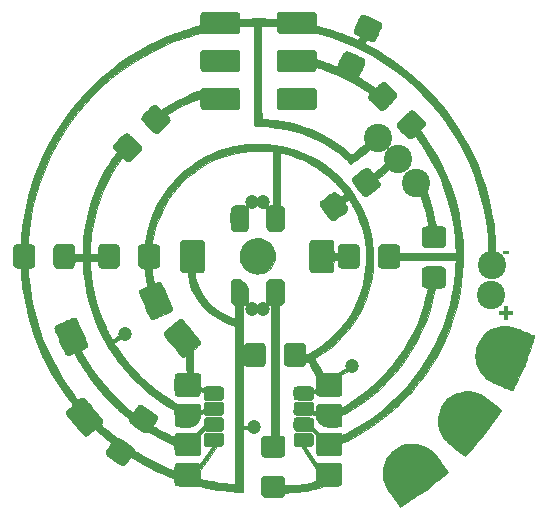
<source format=gbr>
G04 #@! TF.FileFunction,Soldermask,Top*
%FSLAX46Y46*%
G04 Gerber Fmt 4.6, Leading zero omitted, Abs format (unit mm)*
G04 Created by KiCad (PCBNEW 4.0.2+dfsg1-stable) date ma  8. lokakuuta 2018 00.44.36*
%MOMM*%
G01*
G04 APERTURE LIST*
%ADD10C,0.100000*%
%ADD11C,0.010000*%
%ADD12C,2.400000*%
%ADD13C,1.200000*%
%ADD14C,4.400000*%
G04 APERTURE END LIST*
D10*
D11*
G36*
X64516337Y-63340425D02*
X64769627Y-63391313D01*
X65054436Y-63481352D01*
X65315906Y-63601174D01*
X65560402Y-63754440D01*
X65794288Y-63944814D01*
X65890584Y-64036417D01*
X65953292Y-64099834D01*
X66012620Y-64163021D01*
X66071891Y-64230236D01*
X66134430Y-64305735D01*
X66203562Y-64393776D01*
X66282610Y-64498617D01*
X66374898Y-64624514D01*
X66483752Y-64775726D01*
X66612495Y-64956510D01*
X66647031Y-65005208D01*
X67168656Y-65741167D01*
X66920703Y-65938593D01*
X66758379Y-66066964D01*
X66578584Y-66207619D01*
X66386925Y-66356288D01*
X66189006Y-66508699D01*
X65990432Y-66660578D01*
X65796810Y-66807654D01*
X65613743Y-66945654D01*
X65446837Y-67070308D01*
X65301699Y-67177341D01*
X65183931Y-67262483D01*
X65180500Y-67264925D01*
X65095685Y-67324365D01*
X64987468Y-67398832D01*
X64859590Y-67485855D01*
X64715790Y-67582963D01*
X64559809Y-67687685D01*
X64395388Y-67797549D01*
X64226265Y-67910084D01*
X64056183Y-68022820D01*
X63888880Y-68133283D01*
X63728097Y-68239004D01*
X63577575Y-68337511D01*
X63441053Y-68426333D01*
X63322273Y-68502998D01*
X63224973Y-68565036D01*
X63152895Y-68609974D01*
X63109778Y-68635342D01*
X63099075Y-68640167D01*
X63086109Y-68623509D01*
X63051215Y-68575934D01*
X62996979Y-68501037D01*
X62925985Y-68402413D01*
X62840821Y-68283659D01*
X62744072Y-68148370D01*
X62638323Y-68000141D01*
X62586750Y-67927733D01*
X62436017Y-67715346D01*
X62308059Y-67533363D01*
X62200564Y-67378094D01*
X62111218Y-67245846D01*
X62037709Y-67132926D01*
X61977722Y-67035642D01*
X61928945Y-66950302D01*
X61889064Y-66873214D01*
X61855765Y-66800686D01*
X61826737Y-66729025D01*
X61813578Y-66693678D01*
X61748955Y-66500214D01*
X61704148Y-66324357D01*
X61676381Y-66150171D01*
X61662880Y-65961723D01*
X61660431Y-65814417D01*
X61664495Y-65657842D01*
X62502085Y-65657842D01*
X62530270Y-65890680D01*
X62595378Y-66116539D01*
X62694758Y-66330437D01*
X62825756Y-66527394D01*
X62985722Y-66702427D01*
X63172001Y-66850556D01*
X63319661Y-66937111D01*
X63400949Y-66973299D01*
X63502808Y-67011664D01*
X63608609Y-67046550D01*
X63701721Y-67072302D01*
X63741167Y-67080467D01*
X63829731Y-67089118D01*
X63944121Y-67091973D01*
X64069245Y-67089483D01*
X64190007Y-67082102D01*
X64291316Y-67070284D01*
X64330282Y-67062777D01*
X64564938Y-66986855D01*
X64779222Y-66876712D01*
X64970580Y-66736219D01*
X65136459Y-66569248D01*
X65274309Y-66379671D01*
X65381576Y-66171360D01*
X65455708Y-65948186D01*
X65494153Y-65714021D01*
X65494359Y-65472738D01*
X65475068Y-65326179D01*
X65412735Y-65098741D01*
X65313058Y-64882396D01*
X65180460Y-64682950D01*
X65019368Y-64506208D01*
X64834204Y-64357979D01*
X64661917Y-64259084D01*
X64480038Y-64183190D01*
X64305296Y-64136039D01*
X64120133Y-64113674D01*
X64002492Y-64110500D01*
X63751196Y-64130451D01*
X63514245Y-64188528D01*
X63294664Y-64282062D01*
X63095480Y-64408385D01*
X62919719Y-64564831D01*
X62770408Y-64748732D01*
X62650571Y-64957420D01*
X62563236Y-65188228D01*
X62513476Y-65423007D01*
X62502085Y-65657842D01*
X61664495Y-65657842D01*
X61665916Y-65603115D01*
X61684221Y-65417419D01*
X61718114Y-65241807D01*
X61770366Y-65060762D01*
X61819912Y-64920986D01*
X61949748Y-64633297D01*
X62112473Y-64369310D01*
X62304811Y-64130725D01*
X62523483Y-63919242D01*
X62765215Y-63736558D01*
X63026728Y-63584374D01*
X63304747Y-63464389D01*
X63595994Y-63378303D01*
X63897192Y-63327813D01*
X64205066Y-63314621D01*
X64516337Y-63340425D01*
X64516337Y-63340425D01*
G37*
X64516337Y-63340425D02*
X64769627Y-63391313D01*
X65054436Y-63481352D01*
X65315906Y-63601174D01*
X65560402Y-63754440D01*
X65794288Y-63944814D01*
X65890584Y-64036417D01*
X65953292Y-64099834D01*
X66012620Y-64163021D01*
X66071891Y-64230236D01*
X66134430Y-64305735D01*
X66203562Y-64393776D01*
X66282610Y-64498617D01*
X66374898Y-64624514D01*
X66483752Y-64775726D01*
X66612495Y-64956510D01*
X66647031Y-65005208D01*
X67168656Y-65741167D01*
X66920703Y-65938593D01*
X66758379Y-66066964D01*
X66578584Y-66207619D01*
X66386925Y-66356288D01*
X66189006Y-66508699D01*
X65990432Y-66660578D01*
X65796810Y-66807654D01*
X65613743Y-66945654D01*
X65446837Y-67070308D01*
X65301699Y-67177341D01*
X65183931Y-67262483D01*
X65180500Y-67264925D01*
X65095685Y-67324365D01*
X64987468Y-67398832D01*
X64859590Y-67485855D01*
X64715790Y-67582963D01*
X64559809Y-67687685D01*
X64395388Y-67797549D01*
X64226265Y-67910084D01*
X64056183Y-68022820D01*
X63888880Y-68133283D01*
X63728097Y-68239004D01*
X63577575Y-68337511D01*
X63441053Y-68426333D01*
X63322273Y-68502998D01*
X63224973Y-68565036D01*
X63152895Y-68609974D01*
X63109778Y-68635342D01*
X63099075Y-68640167D01*
X63086109Y-68623509D01*
X63051215Y-68575934D01*
X62996979Y-68501037D01*
X62925985Y-68402413D01*
X62840821Y-68283659D01*
X62744072Y-68148370D01*
X62638323Y-68000141D01*
X62586750Y-67927733D01*
X62436017Y-67715346D01*
X62308059Y-67533363D01*
X62200564Y-67378094D01*
X62111218Y-67245846D01*
X62037709Y-67132926D01*
X61977722Y-67035642D01*
X61928945Y-66950302D01*
X61889064Y-66873214D01*
X61855765Y-66800686D01*
X61826737Y-66729025D01*
X61813578Y-66693678D01*
X61748955Y-66500214D01*
X61704148Y-66324357D01*
X61676381Y-66150171D01*
X61662880Y-65961723D01*
X61660431Y-65814417D01*
X61664495Y-65657842D01*
X62502085Y-65657842D01*
X62530270Y-65890680D01*
X62595378Y-66116539D01*
X62694758Y-66330437D01*
X62825756Y-66527394D01*
X62985722Y-66702427D01*
X63172001Y-66850556D01*
X63319661Y-66937111D01*
X63400949Y-66973299D01*
X63502808Y-67011664D01*
X63608609Y-67046550D01*
X63701721Y-67072302D01*
X63741167Y-67080467D01*
X63829731Y-67089118D01*
X63944121Y-67091973D01*
X64069245Y-67089483D01*
X64190007Y-67082102D01*
X64291316Y-67070284D01*
X64330282Y-67062777D01*
X64564938Y-66986855D01*
X64779222Y-66876712D01*
X64970580Y-66736219D01*
X65136459Y-66569248D01*
X65274309Y-66379671D01*
X65381576Y-66171360D01*
X65455708Y-65948186D01*
X65494153Y-65714021D01*
X65494359Y-65472738D01*
X65475068Y-65326179D01*
X65412735Y-65098741D01*
X65313058Y-64882396D01*
X65180460Y-64682950D01*
X65019368Y-64506208D01*
X64834204Y-64357979D01*
X64661917Y-64259084D01*
X64480038Y-64183190D01*
X64305296Y-64136039D01*
X64120133Y-64113674D01*
X64002492Y-64110500D01*
X63751196Y-64130451D01*
X63514245Y-64188528D01*
X63294664Y-64282062D01*
X63095480Y-64408385D01*
X62919719Y-64564831D01*
X62770408Y-64748732D01*
X62650571Y-64957420D01*
X62563236Y-65188228D01*
X62513476Y-65423007D01*
X62502085Y-65657842D01*
X61664495Y-65657842D01*
X61665916Y-65603115D01*
X61684221Y-65417419D01*
X61718114Y-65241807D01*
X61770366Y-65060762D01*
X61819912Y-64920986D01*
X61949748Y-64633297D01*
X62112473Y-64369310D01*
X62304811Y-64130725D01*
X62523483Y-63919242D01*
X62765215Y-63736558D01*
X63026728Y-63584374D01*
X63304747Y-63464389D01*
X63595994Y-63378303D01*
X63897192Y-63327813D01*
X64205066Y-63314621D01*
X64516337Y-63340425D01*
G36*
X54859156Y-62377471D02*
X54957000Y-62378632D01*
X55156693Y-62380580D01*
X55318153Y-62383484D01*
X55445429Y-62390360D01*
X55542571Y-62404226D01*
X55613629Y-62428098D01*
X55662653Y-62464995D01*
X55693693Y-62517933D01*
X55710798Y-62589929D01*
X55718017Y-62684001D01*
X55719402Y-62803165D01*
X55719000Y-62946333D01*
X55717505Y-63104602D01*
X55713142Y-63230750D01*
X55706089Y-63321584D01*
X55696528Y-63373910D01*
X55694571Y-63378957D01*
X55663431Y-63429866D01*
X55619002Y-63466370D01*
X55554087Y-63491202D01*
X55461491Y-63507096D01*
X55334018Y-63516788D01*
X55331503Y-63516915D01*
X55102756Y-63528417D01*
X55581472Y-64273084D01*
X56060189Y-65017751D01*
X56130595Y-64976210D01*
X56149303Y-64966126D01*
X56170690Y-64957860D01*
X56198798Y-64951265D01*
X56237668Y-64946193D01*
X56291341Y-64942497D01*
X56363858Y-64940028D01*
X56459260Y-64938639D01*
X56581589Y-64938182D01*
X56734886Y-64938510D01*
X56923193Y-64939475D01*
X57104643Y-64940626D01*
X58008285Y-64946583D01*
X58153167Y-65104711D01*
X58152854Y-65882897D01*
X58152687Y-66094327D01*
X58151990Y-66267667D01*
X58150195Y-66407162D01*
X58146733Y-66517054D01*
X58141035Y-66601587D01*
X58132531Y-66665006D01*
X58120654Y-66711553D01*
X58104834Y-66745473D01*
X58084501Y-66771009D01*
X58059087Y-66792405D01*
X58028023Y-66813904D01*
X58028020Y-66813906D01*
X58004848Y-66828623D01*
X57980742Y-66839997D01*
X57950219Y-66848459D01*
X57907796Y-66854438D01*
X57847992Y-66858366D01*
X57765323Y-66860672D01*
X57654308Y-66861786D01*
X57509463Y-66862140D01*
X57413174Y-66862167D01*
X56869941Y-66862167D01*
X56680762Y-66926394D01*
X56227217Y-67065134D01*
X55740687Y-67185056D01*
X55226668Y-67284987D01*
X54690654Y-67363755D01*
X54553577Y-67380035D01*
X54449392Y-67390498D01*
X54316866Y-67401807D01*
X54165255Y-67413365D01*
X54003820Y-67424574D01*
X53841819Y-67434838D01*
X53688510Y-67443558D01*
X53553153Y-67450138D01*
X53445005Y-67453980D01*
X53395958Y-67454724D01*
X53348388Y-67459284D01*
X53329815Y-67480096D01*
X53327087Y-67513042D01*
X53311923Y-67581129D01*
X53272821Y-67658602D01*
X53219139Y-67728697D01*
X53193213Y-67752961D01*
X53161301Y-67775107D01*
X53122178Y-67793005D01*
X53071334Y-67807077D01*
X53004256Y-67817746D01*
X52916434Y-67825433D01*
X52803359Y-67830562D01*
X52660518Y-67833553D01*
X52483402Y-67834829D01*
X52317668Y-67834904D01*
X52117936Y-67834146D01*
X51956420Y-67832387D01*
X51829009Y-67829458D01*
X51731596Y-67825191D01*
X51660069Y-67819417D01*
X51610320Y-67811969D01*
X51583822Y-67804828D01*
X51484673Y-67751896D01*
X51405768Y-67675495D01*
X51357925Y-67586213D01*
X51356866Y-67582712D01*
X51350190Y-67536632D01*
X51345152Y-67451315D01*
X51341820Y-67329830D01*
X51340262Y-67175243D01*
X51340544Y-66990623D01*
X51341464Y-66881644D01*
X51348083Y-66255538D01*
X51407386Y-66177830D01*
X51435038Y-66142169D01*
X51461154Y-66113084D01*
X51490155Y-66089904D01*
X51526463Y-66071961D01*
X51574498Y-66058583D01*
X51638681Y-66049100D01*
X51723434Y-66042843D01*
X51833178Y-66039141D01*
X51972334Y-66037325D01*
X52145324Y-66036723D01*
X52338735Y-66036667D01*
X52536529Y-66036720D01*
X52696493Y-66037055D01*
X52823130Y-66037937D01*
X52920944Y-66039630D01*
X52994438Y-66042397D01*
X53048115Y-66046503D01*
X53086479Y-66052211D01*
X53114033Y-66059786D01*
X53135280Y-66069493D01*
X53154724Y-66081594D01*
X53159491Y-66084795D01*
X53221136Y-66136853D01*
X53275306Y-66198960D01*
X53279038Y-66204342D01*
X53298635Y-66236699D01*
X53312072Y-66271009D01*
X53320496Y-66315780D01*
X53325052Y-66379520D01*
X53326887Y-66470737D01*
X53327167Y-66561662D01*
X53327167Y-66847565D01*
X53745208Y-66834248D01*
X54363212Y-66796129D01*
X54969339Y-66720821D01*
X55574316Y-66606929D01*
X55687250Y-66581452D01*
X55983583Y-66512905D01*
X55989239Y-65991705D01*
X55994894Y-65470505D01*
X54746272Y-63528417D01*
X54503880Y-63517833D01*
X54392997Y-63511832D01*
X54315340Y-63504122D01*
X54261800Y-63493046D01*
X54223270Y-63476948D01*
X54201785Y-63462876D01*
X54163990Y-63432365D01*
X54135712Y-63400498D01*
X54115693Y-63360959D01*
X54102677Y-63307432D01*
X54095408Y-63233598D01*
X54092628Y-63133143D01*
X54093081Y-62999748D01*
X54094088Y-62921526D01*
X54095921Y-62784134D01*
X54099686Y-62671635D01*
X54109253Y-62581593D01*
X54128492Y-62511573D01*
X54161275Y-62459139D01*
X54211473Y-62421856D01*
X54282956Y-62397288D01*
X54379595Y-62383001D01*
X54505260Y-62376560D01*
X54663824Y-62375528D01*
X54859156Y-62377471D01*
X54859156Y-62377471D01*
G37*
X54859156Y-62377471D02*
X54957000Y-62378632D01*
X55156693Y-62380580D01*
X55318153Y-62383484D01*
X55445429Y-62390360D01*
X55542571Y-62404226D01*
X55613629Y-62428098D01*
X55662653Y-62464995D01*
X55693693Y-62517933D01*
X55710798Y-62589929D01*
X55718017Y-62684001D01*
X55719402Y-62803165D01*
X55719000Y-62946333D01*
X55717505Y-63104602D01*
X55713142Y-63230750D01*
X55706089Y-63321584D01*
X55696528Y-63373910D01*
X55694571Y-63378957D01*
X55663431Y-63429866D01*
X55619002Y-63466370D01*
X55554087Y-63491202D01*
X55461491Y-63507096D01*
X55334018Y-63516788D01*
X55331503Y-63516915D01*
X55102756Y-63528417D01*
X55581472Y-64273084D01*
X56060189Y-65017751D01*
X56130595Y-64976210D01*
X56149303Y-64966126D01*
X56170690Y-64957860D01*
X56198798Y-64951265D01*
X56237668Y-64946193D01*
X56291341Y-64942497D01*
X56363858Y-64940028D01*
X56459260Y-64938639D01*
X56581589Y-64938182D01*
X56734886Y-64938510D01*
X56923193Y-64939475D01*
X57104643Y-64940626D01*
X58008285Y-64946583D01*
X58153167Y-65104711D01*
X58152854Y-65882897D01*
X58152687Y-66094327D01*
X58151990Y-66267667D01*
X58150195Y-66407162D01*
X58146733Y-66517054D01*
X58141035Y-66601587D01*
X58132531Y-66665006D01*
X58120654Y-66711553D01*
X58104834Y-66745473D01*
X58084501Y-66771009D01*
X58059087Y-66792405D01*
X58028023Y-66813904D01*
X58028020Y-66813906D01*
X58004848Y-66828623D01*
X57980742Y-66839997D01*
X57950219Y-66848459D01*
X57907796Y-66854438D01*
X57847992Y-66858366D01*
X57765323Y-66860672D01*
X57654308Y-66861786D01*
X57509463Y-66862140D01*
X57413174Y-66862167D01*
X56869941Y-66862167D01*
X56680762Y-66926394D01*
X56227217Y-67065134D01*
X55740687Y-67185056D01*
X55226668Y-67284987D01*
X54690654Y-67363755D01*
X54553577Y-67380035D01*
X54449392Y-67390498D01*
X54316866Y-67401807D01*
X54165255Y-67413365D01*
X54003820Y-67424574D01*
X53841819Y-67434838D01*
X53688510Y-67443558D01*
X53553153Y-67450138D01*
X53445005Y-67453980D01*
X53395958Y-67454724D01*
X53348388Y-67459284D01*
X53329815Y-67480096D01*
X53327087Y-67513042D01*
X53311923Y-67581129D01*
X53272821Y-67658602D01*
X53219139Y-67728697D01*
X53193213Y-67752961D01*
X53161301Y-67775107D01*
X53122178Y-67793005D01*
X53071334Y-67807077D01*
X53004256Y-67817746D01*
X52916434Y-67825433D01*
X52803359Y-67830562D01*
X52660518Y-67833553D01*
X52483402Y-67834829D01*
X52317668Y-67834904D01*
X52117936Y-67834146D01*
X51956420Y-67832387D01*
X51829009Y-67829458D01*
X51731596Y-67825191D01*
X51660069Y-67819417D01*
X51610320Y-67811969D01*
X51583822Y-67804828D01*
X51484673Y-67751896D01*
X51405768Y-67675495D01*
X51357925Y-67586213D01*
X51356866Y-67582712D01*
X51350190Y-67536632D01*
X51345152Y-67451315D01*
X51341820Y-67329830D01*
X51340262Y-67175243D01*
X51340544Y-66990623D01*
X51341464Y-66881644D01*
X51348083Y-66255538D01*
X51407386Y-66177830D01*
X51435038Y-66142169D01*
X51461154Y-66113084D01*
X51490155Y-66089904D01*
X51526463Y-66071961D01*
X51574498Y-66058583D01*
X51638681Y-66049100D01*
X51723434Y-66042843D01*
X51833178Y-66039141D01*
X51972334Y-66037325D01*
X52145324Y-66036723D01*
X52338735Y-66036667D01*
X52536529Y-66036720D01*
X52696493Y-66037055D01*
X52823130Y-66037937D01*
X52920944Y-66039630D01*
X52994438Y-66042397D01*
X53048115Y-66046503D01*
X53086479Y-66052211D01*
X53114033Y-66059786D01*
X53135280Y-66069493D01*
X53154724Y-66081594D01*
X53159491Y-66084795D01*
X53221136Y-66136853D01*
X53275306Y-66198960D01*
X53279038Y-66204342D01*
X53298635Y-66236699D01*
X53312072Y-66271009D01*
X53320496Y-66315780D01*
X53325052Y-66379520D01*
X53326887Y-66470737D01*
X53327167Y-66561662D01*
X53327167Y-66847565D01*
X53745208Y-66834248D01*
X54363212Y-66796129D01*
X54969339Y-66720821D01*
X55574316Y-66606929D01*
X55687250Y-66581452D01*
X55983583Y-66512905D01*
X55989239Y-65991705D01*
X55994894Y-65470505D01*
X54746272Y-63528417D01*
X54503880Y-63517833D01*
X54392997Y-63511832D01*
X54315340Y-63504122D01*
X54261800Y-63493046D01*
X54223270Y-63476948D01*
X54201785Y-63462876D01*
X54163990Y-63432365D01*
X54135712Y-63400498D01*
X54115693Y-63360959D01*
X54102677Y-63307432D01*
X54095408Y-63233598D01*
X54092628Y-63133143D01*
X54093081Y-62999748D01*
X54094088Y-62921526D01*
X54095921Y-62784134D01*
X54099686Y-62671635D01*
X54109253Y-62581593D01*
X54128492Y-62511573D01*
X54161275Y-62459139D01*
X54211473Y-62421856D01*
X54282956Y-62397288D01*
X54379595Y-62383001D01*
X54505260Y-62376560D01*
X54663824Y-62375528D01*
X54859156Y-62377471D01*
G36*
X48124155Y-26748298D02*
X48339072Y-26749616D01*
X48544328Y-26751646D01*
X48735618Y-26754385D01*
X48908635Y-26757832D01*
X49059076Y-26761984D01*
X49182634Y-26766841D01*
X49275004Y-26772399D01*
X49331882Y-26778658D01*
X49347015Y-26782660D01*
X49409012Y-26820766D01*
X49451442Y-26865315D01*
X49477763Y-26924800D01*
X49491431Y-27007714D01*
X49495904Y-27122550D01*
X49496000Y-27148669D01*
X49496000Y-27370962D01*
X49638875Y-27358512D01*
X49696084Y-27354576D01*
X49788977Y-27349447D01*
X49910931Y-27343436D01*
X50055322Y-27336851D01*
X50215528Y-27330002D01*
X50384926Y-27323198D01*
X50444134Y-27320923D01*
X50710394Y-27313473D01*
X50997711Y-27310171D01*
X51296340Y-27310842D01*
X51596535Y-27315310D01*
X51888552Y-27323400D01*
X52162644Y-27334938D01*
X52409067Y-27349746D01*
X52517542Y-27358211D01*
X52671000Y-27371306D01*
X52671033Y-27172445D01*
X52676537Y-27037545D01*
X52694736Y-26937003D01*
X52728237Y-26864064D01*
X52779644Y-26811970D01*
X52819167Y-26788408D01*
X52836274Y-26781086D01*
X52858204Y-26774793D01*
X52888075Y-26769450D01*
X52929006Y-26764982D01*
X52984117Y-26761310D01*
X53056528Y-26758358D01*
X53149357Y-26756048D01*
X53265725Y-26754304D01*
X53408751Y-26753049D01*
X53581554Y-26752204D01*
X53787253Y-26751694D01*
X54028969Y-26751440D01*
X54309820Y-26751366D01*
X54317388Y-26751366D01*
X54606198Y-26751379D01*
X54855747Y-26751568D01*
X55069106Y-26752133D01*
X55249346Y-26753276D01*
X55399540Y-26755198D01*
X55522759Y-26758100D01*
X55622075Y-26762185D01*
X55700560Y-26767652D01*
X55761285Y-26774705D01*
X55807322Y-26783543D01*
X55841742Y-26794368D01*
X55867618Y-26807383D01*
X55888021Y-26822787D01*
X55906022Y-26840782D01*
X55920083Y-26856423D01*
X55933497Y-26873960D01*
X55943867Y-26896392D01*
X55951675Y-26929200D01*
X55957403Y-26977864D01*
X55961534Y-27047863D01*
X55964549Y-27144678D01*
X55966932Y-27273789D01*
X55968777Y-27409678D01*
X55971319Y-27575193D01*
X55974455Y-27702552D01*
X55978465Y-27795932D01*
X55983630Y-27859509D01*
X55990232Y-27897459D01*
X55998552Y-27913959D01*
X56002810Y-27915500D01*
X56038654Y-27921522D01*
X56109310Y-27938501D01*
X56209169Y-27964811D01*
X56332625Y-27998822D01*
X56474069Y-28038907D01*
X56627894Y-28083438D01*
X56788492Y-28130785D01*
X56950256Y-28179323D01*
X57107578Y-28227421D01*
X57254850Y-28273452D01*
X57386465Y-28315789D01*
X57422917Y-28327811D01*
X57729804Y-28432318D01*
X58029687Y-28539988D01*
X58330515Y-28653952D01*
X58640236Y-28777343D01*
X58966798Y-28913291D01*
X59318151Y-29064929D01*
X59521006Y-29154449D01*
X59587096Y-29183810D01*
X59657793Y-29000945D01*
X59690949Y-28911313D01*
X59707989Y-28853692D01*
X59710314Y-28821550D01*
X59699327Y-28808360D01*
X59699153Y-28808301D01*
X59668654Y-28794977D01*
X59610081Y-28766945D01*
X59533013Y-28728848D01*
X59477699Y-28700969D01*
X59386788Y-28653204D01*
X59325393Y-28615445D01*
X59284391Y-28580400D01*
X59254660Y-28540775D01*
X59236574Y-28508167D01*
X59202650Y-28422982D01*
X59195250Y-28340958D01*
X59196974Y-28317667D01*
X59208893Y-28270145D01*
X59236805Y-28191315D01*
X59277746Y-28087716D01*
X59328748Y-27965888D01*
X59386844Y-27832371D01*
X59449069Y-27693707D01*
X59512455Y-27556435D01*
X59574037Y-27427096D01*
X59630847Y-27312230D01*
X59679919Y-27218378D01*
X59718286Y-27152079D01*
X59738195Y-27124435D01*
X59833567Y-27049825D01*
X59947482Y-27010383D01*
X60007245Y-27005333D01*
X60049063Y-27012775D01*
X60119394Y-27035623D01*
X60220188Y-27074660D01*
X60353395Y-27130671D01*
X60520965Y-27204440D01*
X60669383Y-27271443D01*
X60859919Y-27358361D01*
X61015686Y-27430131D01*
X61140546Y-27488924D01*
X61238358Y-27536909D01*
X61312985Y-27576258D01*
X61368286Y-27609141D01*
X61408122Y-27637727D01*
X61436354Y-27664186D01*
X61456842Y-27690690D01*
X61473448Y-27719408D01*
X61476369Y-27725070D01*
X61498531Y-27772775D01*
X61512764Y-27818420D01*
X61517796Y-27866949D01*
X61512356Y-27923307D01*
X61495173Y-27992437D01*
X61464976Y-28079285D01*
X61420492Y-28188794D01*
X61360452Y-28325908D01*
X61283584Y-28495572D01*
X61271437Y-28522138D01*
X61205485Y-28665074D01*
X61143426Y-28797295D01*
X61087916Y-28913322D01*
X61041609Y-29007675D01*
X61007161Y-29074873D01*
X60987226Y-29109437D01*
X60986263Y-29110724D01*
X60904284Y-29182675D01*
X60800471Y-29219630D01*
X60677071Y-29221415D01*
X60536330Y-29187850D01*
X60449602Y-29153013D01*
X60374651Y-29119894D01*
X60315989Y-29095931D01*
X60282856Y-29084817D01*
X60278862Y-29084749D01*
X60266728Y-29107333D01*
X60244083Y-29157240D01*
X60215307Y-29223952D01*
X60184779Y-29296956D01*
X60156878Y-29365735D01*
X60135985Y-29419775D01*
X60126477Y-29448560D01*
X60126463Y-29450672D01*
X60146599Y-29461651D01*
X60196515Y-29487342D01*
X60268090Y-29523596D01*
X60331928Y-29555637D01*
X60639304Y-29715649D01*
X60970532Y-29899566D01*
X61318192Y-30102756D01*
X61674864Y-30320587D01*
X62033131Y-30548428D01*
X62385573Y-30781649D01*
X62724770Y-31015617D01*
X63043303Y-31245702D01*
X63063833Y-31260946D01*
X63790407Y-31827368D01*
X64487418Y-32423182D01*
X65154173Y-33047204D01*
X65789974Y-33698251D01*
X66394127Y-34375139D01*
X66965938Y-35076684D01*
X67504710Y-35801702D01*
X68009748Y-36549010D01*
X68480357Y-37317424D01*
X68915843Y-38105760D01*
X69315509Y-38912835D01*
X69678660Y-39737465D01*
X70004602Y-40578466D01*
X70292639Y-41434655D01*
X70542075Y-42304847D01*
X70752216Y-43187860D01*
X70922366Y-44082509D01*
X71032034Y-44827667D01*
X71071841Y-45161211D01*
X71106992Y-45500641D01*
X71136876Y-45837804D01*
X71160881Y-46164546D01*
X71178397Y-46472714D01*
X71188814Y-46754155D01*
X71191628Y-46958213D01*
X71191833Y-47236676D01*
X71330509Y-47301571D01*
X71464326Y-47381158D01*
X71590398Y-47487883D01*
X71591289Y-47488774D01*
X71718871Y-47643110D01*
X71809337Y-47809296D01*
X71864449Y-47983023D01*
X71885970Y-48159984D01*
X71875663Y-48335871D01*
X71835291Y-48506377D01*
X71766618Y-48667193D01*
X71671406Y-48814013D01*
X71551418Y-48942527D01*
X71408417Y-49048429D01*
X71244167Y-49127411D01*
X71060430Y-49175165D01*
X70895844Y-49188000D01*
X70687819Y-49168223D01*
X70496138Y-49110173D01*
X70323856Y-49015770D01*
X70174032Y-48886936D01*
X70049721Y-48725593D01*
X69991331Y-48619566D01*
X69952305Y-48533973D01*
X69927886Y-48463414D01*
X69913916Y-48390716D01*
X69906241Y-48298701D01*
X69904329Y-48259996D01*
X69903329Y-48166440D01*
X70451884Y-48166440D01*
X70456605Y-48287790D01*
X70488139Y-48394493D01*
X70490944Y-48400151D01*
X70559500Y-48495637D01*
X70653790Y-48575429D01*
X70726799Y-48614117D01*
X70792075Y-48629074D01*
X70878880Y-48635473D01*
X70967708Y-48633085D01*
X71039054Y-48621680D01*
X71050520Y-48617918D01*
X71124893Y-48574967D01*
X71202161Y-48507250D01*
X71268080Y-48428708D01*
X71300524Y-48373265D01*
X71335729Y-48249411D01*
X71333201Y-48126391D01*
X71297169Y-48010635D01*
X71231862Y-47908572D01*
X71141508Y-47826632D01*
X71030336Y-47771247D01*
X70902575Y-47748846D01*
X70889752Y-47748667D01*
X70780464Y-47766144D01*
X70670110Y-47813151D01*
X70574083Y-47881548D01*
X70518895Y-47944721D01*
X70472979Y-48046673D01*
X70451884Y-48166440D01*
X69903329Y-48166440D01*
X69902887Y-48125154D01*
X69913219Y-48014237D01*
X69932322Y-47926010D01*
X69999006Y-47755839D01*
X70100917Y-47596021D01*
X70231000Y-47454815D01*
X70382200Y-47340479D01*
X70475193Y-47290467D01*
X70604944Y-47230566D01*
X70590203Y-46806991D01*
X70537539Y-45882700D01*
X70444337Y-44970304D01*
X70310674Y-44070064D01*
X70136627Y-43182240D01*
X69922273Y-42307094D01*
X69667687Y-41444888D01*
X69372946Y-40595882D01*
X69038128Y-39760339D01*
X68663308Y-38938518D01*
X68248564Y-38130682D01*
X67834103Y-37403892D01*
X67378988Y-36678708D01*
X66897516Y-35981664D01*
X66386458Y-35308636D01*
X65842586Y-34655498D01*
X65262671Y-34018126D01*
X64863865Y-33609333D01*
X64205181Y-32981341D01*
X63521099Y-32386685D01*
X62812732Y-31826014D01*
X62081191Y-31299976D01*
X61327588Y-30809219D01*
X60553034Y-30354391D01*
X59758641Y-29936141D01*
X58945520Y-29555117D01*
X58114783Y-29211967D01*
X57267542Y-28907339D01*
X56404908Y-28641883D01*
X56291867Y-28610332D01*
X56152814Y-28572467D01*
X56048092Y-28545440D01*
X55971433Y-28528102D01*
X55916566Y-28519302D01*
X55877223Y-28517892D01*
X55847134Y-28522720D01*
X55835129Y-28526555D01*
X55805107Y-28531765D01*
X55744824Y-28536283D01*
X55652795Y-28540133D01*
X55527540Y-28543338D01*
X55367573Y-28545920D01*
X55171413Y-28547904D01*
X54937577Y-28549313D01*
X54664581Y-28550168D01*
X54350943Y-28550495D01*
X54304311Y-28550500D01*
X52839711Y-28550500D01*
X52681583Y-28405656D01*
X52674305Y-28192233D01*
X52670356Y-28095107D01*
X52665220Y-28032290D01*
X52656995Y-27995762D01*
X52643781Y-27977505D01*
X52623676Y-27969498D01*
X52621388Y-27968990D01*
X52579404Y-27963613D01*
X52502651Y-27957237D01*
X52398669Y-27950239D01*
X52275002Y-27942995D01*
X52139189Y-27935885D01*
X51998773Y-27929284D01*
X51861295Y-27923570D01*
X51734297Y-27919121D01*
X51625320Y-27916314D01*
X51552234Y-27915500D01*
X51334416Y-27915500D01*
X51346915Y-30704208D01*
X51348617Y-31070371D01*
X51350460Y-31441628D01*
X51352416Y-31813926D01*
X51354462Y-32183213D01*
X51356570Y-32545436D01*
X51358715Y-32896541D01*
X51360871Y-33232475D01*
X51363012Y-33549186D01*
X51365113Y-33842620D01*
X51367147Y-34108724D01*
X51369089Y-34343446D01*
X51370913Y-34542731D01*
X51372109Y-34659234D01*
X51384804Y-35825551D01*
X51683943Y-35839799D01*
X52194482Y-35876947D01*
X52727027Y-35941071D01*
X52988500Y-35981006D01*
X53669723Y-36110211D01*
X54333243Y-36273152D01*
X54977372Y-36469039D01*
X55600421Y-36697082D01*
X56200704Y-36956494D01*
X56776533Y-37246485D01*
X57326220Y-37566265D01*
X57848077Y-37915047D01*
X58340418Y-38292039D01*
X58801554Y-38696454D01*
X58807221Y-38701781D01*
X58891918Y-38778556D01*
X58951725Y-38825660D01*
X58989662Y-38845250D01*
X59005347Y-38843367D01*
X59045648Y-38812061D01*
X59111698Y-38760270D01*
X59199073Y-38691498D01*
X59303350Y-38609249D01*
X59420103Y-38517026D01*
X59544909Y-38418335D01*
X59673343Y-38316678D01*
X59800981Y-38215560D01*
X59923400Y-38118484D01*
X60036174Y-38028954D01*
X60134880Y-37950474D01*
X60215094Y-37886549D01*
X60272391Y-37840681D01*
X60302348Y-37816375D01*
X60305485Y-37813678D01*
X60317984Y-37788422D01*
X60315871Y-37743443D01*
X60300193Y-37674012D01*
X60269265Y-37475637D01*
X60272468Y-37407002D01*
X60820167Y-37407002D01*
X60838768Y-37537771D01*
X60890420Y-37652095D01*
X60968891Y-37745815D01*
X61067952Y-37814778D01*
X61181372Y-37854825D01*
X61302921Y-37861801D01*
X61426370Y-37831549D01*
X61444583Y-37823581D01*
X61564056Y-37748251D01*
X61647801Y-37650347D01*
X61695178Y-37530945D01*
X61705544Y-37391123D01*
X61705254Y-37386276D01*
X61679205Y-37252692D01*
X61618110Y-37141542D01*
X61519628Y-37048764D01*
X61504686Y-37038333D01*
X61456266Y-37010028D01*
X61406134Y-36993897D01*
X61339885Y-36986770D01*
X61264408Y-36985417D01*
X61176354Y-36987301D01*
X61115792Y-36995305D01*
X61067955Y-37012955D01*
X61018083Y-37043778D01*
X61017034Y-37044504D01*
X60929996Y-37126514D01*
X60863770Y-37231623D01*
X60826017Y-37345721D01*
X60820167Y-37407002D01*
X60272468Y-37407002D01*
X60278510Y-37277561D01*
X60326392Y-37086055D01*
X60411373Y-36907390D01*
X60525606Y-36754673D01*
X60679698Y-36613414D01*
X60848124Y-36511822D01*
X61032420Y-36449209D01*
X61234124Y-36424888D01*
X61264667Y-36424500D01*
X61465731Y-36444286D01*
X61652427Y-36501124D01*
X61820970Y-36591230D01*
X61967576Y-36710823D01*
X62088463Y-36856121D01*
X62179846Y-37023342D01*
X62237944Y-37208703D01*
X62258971Y-37408422D01*
X62258982Y-37418489D01*
X62248474Y-37579416D01*
X62215080Y-37723172D01*
X62158593Y-37861406D01*
X62100924Y-37955672D01*
X62018282Y-38058054D01*
X61921615Y-38157384D01*
X61821870Y-38242492D01*
X61729994Y-38302209D01*
X61723213Y-38305603D01*
X61530245Y-38377923D01*
X61332094Y-38411332D01*
X61134652Y-38405800D01*
X60943814Y-38361296D01*
X60823406Y-38310084D01*
X60764469Y-38284418D01*
X60718688Y-38272356D01*
X60705306Y-38273057D01*
X60684095Y-38287831D01*
X60633018Y-38326477D01*
X60555304Y-38386467D01*
X60454183Y-38465276D01*
X60332884Y-38560375D01*
X60194636Y-38669239D01*
X60042667Y-38789340D01*
X59880207Y-38918153D01*
X59834234Y-38954678D01*
X59669325Y-39085749D01*
X59514017Y-39209186D01*
X59371549Y-39322416D01*
X59245159Y-39422865D01*
X59138086Y-39507959D01*
X59053569Y-39575123D01*
X58994846Y-39621784D01*
X58965157Y-39645367D01*
X58962550Y-39647436D01*
X58944532Y-39646187D01*
X58909553Y-39624495D01*
X58855024Y-39580157D01*
X58778357Y-39510971D01*
X58676961Y-39414734D01*
X58592133Y-39332292D01*
X58354505Y-39105178D01*
X58130924Y-38903450D01*
X57910801Y-38718068D01*
X57683547Y-38539990D01*
X57535107Y-38429782D01*
X57033333Y-38089592D01*
X56502020Y-37778398D01*
X55943118Y-37496898D01*
X55358577Y-37245791D01*
X54750344Y-37025777D01*
X54120370Y-36837556D01*
X53470605Y-36681827D01*
X52802996Y-36559289D01*
X52119494Y-36470642D01*
X52057167Y-36464340D01*
X51955484Y-36456480D01*
X51822229Y-36449416D01*
X51668161Y-36443540D01*
X51504039Y-36439240D01*
X51340621Y-36436907D01*
X51292738Y-36436646D01*
X50792892Y-36435083D01*
X50779446Y-36246623D01*
X50776904Y-36189711D01*
X50774518Y-36095116D01*
X50772336Y-35967489D01*
X50770401Y-35811481D01*
X50768762Y-35631742D01*
X50767462Y-35432923D01*
X50766548Y-35219674D01*
X50766065Y-34996646D01*
X50766000Y-34879592D01*
X50765889Y-34708958D01*
X50765565Y-34499925D01*
X50765041Y-34256426D01*
X50764332Y-33982395D01*
X50763450Y-33681765D01*
X50762410Y-33358470D01*
X50761225Y-33016444D01*
X50759908Y-32659619D01*
X50758474Y-32291929D01*
X50756936Y-31917308D01*
X50755307Y-31539689D01*
X50753601Y-31163006D01*
X50751914Y-30808260D01*
X50737829Y-27915500D01*
X50567388Y-27915500D01*
X50488955Y-27916656D01*
X50384587Y-27919853D01*
X50261992Y-27924685D01*
X50128882Y-27930744D01*
X49992964Y-27937625D01*
X49861948Y-27944921D01*
X49743544Y-27952225D01*
X49645460Y-27959131D01*
X49575406Y-27965232D01*
X49543625Y-27969489D01*
X49521042Y-27976989D01*
X49507015Y-27993271D01*
X49499516Y-28026905D01*
X49496520Y-28086457D01*
X49496000Y-28170954D01*
X49491453Y-28298323D01*
X49477588Y-28386976D01*
X49463892Y-28424193D01*
X49451729Y-28448059D01*
X49439688Y-28468716D01*
X49424804Y-28486394D01*
X49404112Y-28501325D01*
X49374648Y-28513740D01*
X49333446Y-28523872D01*
X49277543Y-28531952D01*
X49203972Y-28538211D01*
X49109770Y-28542881D01*
X48991972Y-28546194D01*
X48847612Y-28548381D01*
X48673726Y-28549674D01*
X48467350Y-28550304D01*
X48225518Y-28550504D01*
X47945266Y-28550504D01*
X47847047Y-28550500D01*
X47533178Y-28550265D01*
X47259928Y-28549543D01*
X47025584Y-28548306D01*
X46828434Y-28546526D01*
X46666766Y-28544177D01*
X46538868Y-28541231D01*
X46443027Y-28537660D01*
X46377531Y-28533438D01*
X46340667Y-28528536D01*
X46333405Y-28526312D01*
X46316713Y-28519007D01*
X46299768Y-28514288D01*
X46277933Y-28513189D01*
X46246570Y-28516746D01*
X46201043Y-28525993D01*
X46136713Y-28541967D01*
X46048943Y-28565702D01*
X45933096Y-28598234D01*
X45784534Y-28640597D01*
X45653984Y-28677974D01*
X44815272Y-28939979D01*
X43986804Y-29242264D01*
X43170805Y-29583541D01*
X42369499Y-29962524D01*
X41585110Y-30377926D01*
X40819863Y-30828461D01*
X40075983Y-31312840D01*
X39355694Y-31829777D01*
X38661220Y-32377986D01*
X37994786Y-32956179D01*
X37570115Y-33354813D01*
X36933842Y-33996964D01*
X36336539Y-34653242D01*
X35776528Y-35325938D01*
X35252132Y-36017346D01*
X34761675Y-36729759D01*
X34303480Y-37465472D01*
X33875869Y-38226776D01*
X33568824Y-38826917D01*
X33187939Y-39648719D01*
X32848050Y-40479703D01*
X32548742Y-41321254D01*
X32289603Y-42174754D01*
X32070218Y-43041588D01*
X31890174Y-43923140D01*
X31749057Y-44820794D01*
X31727477Y-44986417D01*
X31706984Y-45156857D01*
X31686859Y-45339112D01*
X31667755Y-45525862D01*
X31650329Y-45709789D01*
X31635234Y-45883577D01*
X31623126Y-46039907D01*
X31614659Y-46171461D01*
X31610490Y-46270922D01*
X31610167Y-46297182D01*
X31610167Y-46409478D01*
X31758310Y-46420078D01*
X31860089Y-46432582D01*
X31936126Y-46455937D01*
X31987836Y-46484533D01*
X32025903Y-46510635D01*
X32056992Y-46536536D01*
X32081810Y-46566601D01*
X32101062Y-46605195D01*
X32115454Y-46656683D01*
X32125695Y-46725430D01*
X32132489Y-46815800D01*
X32136543Y-46932157D01*
X32138564Y-47078868D01*
X32139258Y-47260296D01*
X32139333Y-47420583D01*
X32139168Y-47630706D01*
X32138203Y-47802860D01*
X32135730Y-47941411D01*
X32131044Y-48050723D01*
X32123437Y-48135160D01*
X32112204Y-48199088D01*
X32096639Y-48246871D01*
X32076034Y-48282874D01*
X32049683Y-48311462D01*
X32016881Y-48336999D01*
X31987836Y-48356633D01*
X31920679Y-48391569D01*
X31840330Y-48412131D01*
X31758310Y-48421088D01*
X31610167Y-48431688D01*
X31610167Y-48546793D01*
X31611978Y-48605887D01*
X31616997Y-48697626D01*
X31624604Y-48812494D01*
X31634178Y-48940977D01*
X31642791Y-49046658D01*
X31740840Y-49956385D01*
X31879622Y-50855583D01*
X32058765Y-51743289D01*
X32277896Y-52618546D01*
X32536644Y-53480393D01*
X32834636Y-54327870D01*
X33171500Y-55160018D01*
X33546864Y-55975877D01*
X33960355Y-56774487D01*
X34411602Y-57554888D01*
X34900231Y-58316120D01*
X35425872Y-59057225D01*
X35629521Y-59325954D01*
X35700846Y-59418447D01*
X35764091Y-59500497D01*
X35814253Y-59565612D01*
X35846329Y-59607298D01*
X35854479Y-59617925D01*
X35873860Y-59629042D01*
X35904704Y-59617025D01*
X35955265Y-59578322D01*
X35964305Y-59570642D01*
X36080733Y-59488179D01*
X36189020Y-59446951D01*
X36288903Y-59446999D01*
X36380115Y-59488363D01*
X36399163Y-59503155D01*
X36420316Y-59525735D01*
X36465288Y-59577199D01*
X36530942Y-59653791D01*
X36614139Y-59751753D01*
X36711744Y-59867328D01*
X36820618Y-59996760D01*
X36937625Y-60136290D01*
X37059626Y-60282162D01*
X37183486Y-60430618D01*
X37306066Y-60577902D01*
X37424229Y-60720257D01*
X37534839Y-60853924D01*
X37634757Y-60975148D01*
X37720846Y-61080171D01*
X37789970Y-61165235D01*
X37838991Y-61226584D01*
X37849444Y-61239979D01*
X37890906Y-61326109D01*
X37898035Y-61424990D01*
X37871965Y-61526262D01*
X37813832Y-61619563D01*
X37807029Y-61627257D01*
X37765014Y-61673430D01*
X37899632Y-61798310D01*
X38065800Y-61949696D01*
X38250664Y-62113383D01*
X38444012Y-62280616D01*
X38635632Y-62442639D01*
X38815311Y-62590696D01*
X38942149Y-62692070D01*
X39021909Y-62751633D01*
X39082291Y-62787744D01*
X39134608Y-62806111D01*
X39179747Y-62811952D01*
X39247255Y-62820374D01*
X39302404Y-62834784D01*
X39312888Y-62839459D01*
X39345252Y-62859773D01*
X39406588Y-62900967D01*
X39491490Y-62959223D01*
X39594548Y-63030724D01*
X39710353Y-63111651D01*
X39833496Y-63198189D01*
X39958568Y-63286518D01*
X40080161Y-63372823D01*
X40192865Y-63453284D01*
X40291272Y-63524086D01*
X40369973Y-63581410D01*
X40423558Y-63621438D01*
X40443801Y-63637627D01*
X40492228Y-63692919D01*
X40535114Y-63761559D01*
X40541616Y-63775125D01*
X40557534Y-63807672D01*
X40576704Y-63836814D01*
X40603853Y-63866108D01*
X40643703Y-63899112D01*
X40700978Y-63939385D01*
X40780404Y-63990485D01*
X40886705Y-64055971D01*
X41024604Y-64139400D01*
X41027872Y-64141369D01*
X41511513Y-64422319D01*
X42019285Y-64697575D01*
X42539045Y-64961041D01*
X43058647Y-65206618D01*
X43565945Y-65428212D01*
X43706917Y-65486261D01*
X44003250Y-65606536D01*
X44013833Y-65360209D01*
X44021941Y-65230548D01*
X44035337Y-65135539D01*
X44056903Y-65067569D01*
X44089518Y-65019023D01*
X44136064Y-64982288D01*
X44162423Y-64967531D01*
X44182671Y-64959425D01*
X44211608Y-64952830D01*
X44253148Y-64947636D01*
X44311204Y-64943734D01*
X44389689Y-64941015D01*
X44492516Y-64939369D01*
X44623598Y-64938687D01*
X44786848Y-64938859D01*
X44986180Y-64939775D01*
X45123936Y-64940632D01*
X46021924Y-64946583D01*
X46083743Y-65005827D01*
X46145561Y-65065071D01*
X47269141Y-63528417D01*
X46969695Y-63517833D01*
X46836811Y-63511995D01*
X46738651Y-63503891D01*
X46667607Y-63491440D01*
X46616071Y-63472560D01*
X46576435Y-63445170D01*
X46541091Y-63407186D01*
X46534308Y-63398696D01*
X46518831Y-63376375D01*
X46507471Y-63350205D01*
X46499598Y-63313691D01*
X46494578Y-63260339D01*
X46491782Y-63183655D01*
X46490578Y-63077144D01*
X46490333Y-62946333D01*
X46490336Y-62801121D01*
X46492966Y-62682832D01*
X46502155Y-62588710D01*
X46521834Y-62515997D01*
X46555937Y-62461935D01*
X46608394Y-62423767D01*
X46683137Y-62398736D01*
X46784100Y-62384085D01*
X46915212Y-62377054D01*
X47080408Y-62374889D01*
X47283617Y-62374829D01*
X47305250Y-62374833D01*
X47493780Y-62375225D01*
X47644922Y-62376902D01*
X47763618Y-62380613D01*
X47854809Y-62387109D01*
X47923438Y-62397139D01*
X47974446Y-62411453D01*
X48012775Y-62430802D01*
X48043366Y-62455935D01*
X48071162Y-62487602D01*
X48074279Y-62491539D01*
X48090397Y-62514299D01*
X48102228Y-62539945D01*
X48110433Y-62575009D01*
X48115670Y-62626023D01*
X48118599Y-62699517D01*
X48119878Y-62802024D01*
X48120166Y-62940074D01*
X48120167Y-62946333D01*
X48119904Y-63085918D01*
X48118676Y-63189701D01*
X48115825Y-63264215D01*
X48110691Y-63315991D01*
X48102616Y-63351561D01*
X48090940Y-63377454D01*
X48075004Y-63400204D01*
X48074279Y-63401127D01*
X47997346Y-63467670D01*
X47891809Y-63506522D01*
X47766305Y-63518663D01*
X47643917Y-63519492D01*
X46908375Y-64527452D01*
X46172833Y-65535411D01*
X46172833Y-66306808D01*
X46262792Y-66329168D01*
X46458283Y-66374326D01*
X46688349Y-66421689D01*
X46945367Y-66470080D01*
X47221715Y-66518321D01*
X47509769Y-66565235D01*
X47801906Y-66609645D01*
X48090504Y-66650374D01*
X48367940Y-66686243D01*
X48626590Y-66716077D01*
X48858832Y-66738697D01*
X48972158Y-66747609D01*
X49178566Y-66762138D01*
X49174703Y-61905920D01*
X50586346Y-61905920D01*
X50597981Y-61980298D01*
X50636693Y-62043956D01*
X50707148Y-62100391D01*
X50785686Y-62115278D01*
X50872257Y-62088864D01*
X50941378Y-62032916D01*
X50975799Y-61960288D01*
X50974200Y-61880336D01*
X50935258Y-61802419D01*
X50915795Y-61780538D01*
X50845326Y-61733061D01*
X50772556Y-61720979D01*
X50703879Y-61738259D01*
X50645689Y-61778866D01*
X50604380Y-61836764D01*
X50586346Y-61905920D01*
X49174703Y-61905920D01*
X49173241Y-60068283D01*
X49167917Y-53374429D01*
X48880683Y-53274090D01*
X48394418Y-53085618D01*
X47938368Y-52870745D01*
X47513311Y-52630135D01*
X47120023Y-52364450D01*
X46759281Y-52074353D01*
X46431862Y-51760506D01*
X46138542Y-51423573D01*
X45880099Y-51064214D01*
X45657308Y-50683094D01*
X45527533Y-50414009D01*
X45433417Y-50180556D01*
X45345603Y-49922350D01*
X45267936Y-49653157D01*
X45204262Y-49386742D01*
X45158425Y-49136871D01*
X45146640Y-49050417D01*
X45136640Y-48971839D01*
X45126549Y-48898397D01*
X45123193Y-48875792D01*
X45112582Y-48807000D01*
X44949499Y-48806495D01*
X44812520Y-48801413D01*
X44708684Y-48785663D01*
X44629655Y-48757041D01*
X44567095Y-48713339D01*
X44555446Y-48702215D01*
X44490083Y-48636852D01*
X44490083Y-46204314D01*
X44555446Y-46138951D01*
X44618089Y-46091734D01*
X44689685Y-46058245D01*
X44703613Y-46054382D01*
X44747926Y-46049188D01*
X44828231Y-46044834D01*
X44938195Y-46041319D01*
X45071484Y-46038645D01*
X45221765Y-46036811D01*
X45382705Y-46035817D01*
X45547971Y-46035663D01*
X45711229Y-46036350D01*
X45866146Y-46037876D01*
X46006390Y-46040243D01*
X46125626Y-46043450D01*
X46217522Y-46047497D01*
X46275744Y-46052384D01*
X46287387Y-46054382D01*
X46357156Y-46082742D01*
X46424167Y-46128366D01*
X46435554Y-46138951D01*
X46500917Y-46204314D01*
X46500917Y-48636852D01*
X46435554Y-48702215D01*
X46387051Y-48742428D01*
X46329462Y-48771242D01*
X46255250Y-48790333D01*
X46156882Y-48801374D01*
X46026822Y-48806042D01*
X45966458Y-48806495D01*
X45866025Y-48806079D01*
X45796611Y-48808622D01*
X45753757Y-48820560D01*
X45733005Y-48848327D01*
X45729896Y-48898358D01*
X45739970Y-48977089D01*
X45758768Y-49090954D01*
X45760766Y-49103333D01*
X45848524Y-49521818D01*
X45974336Y-49922077D01*
X46137709Y-50303386D01*
X46338151Y-50665018D01*
X46575168Y-51006248D01*
X46848268Y-51326349D01*
X47156956Y-51624594D01*
X47500741Y-51900259D01*
X47796957Y-52101677D01*
X47907139Y-52167092D01*
X48046655Y-52243511D01*
X48205594Y-52326063D01*
X48374046Y-52409874D01*
X48542102Y-52490072D01*
X48699852Y-52561783D01*
X48837386Y-52620136D01*
X48903333Y-52645698D01*
X48992438Y-52678614D01*
X49069429Y-52707176D01*
X49123765Y-52727468D01*
X49141458Y-52734180D01*
X49152311Y-52736123D01*
X49160815Y-52729590D01*
X49167256Y-52710124D01*
X49171917Y-52673270D01*
X49175083Y-52614571D01*
X49177038Y-52529569D01*
X49178068Y-52413810D01*
X49178456Y-52262837D01*
X49178500Y-52154001D01*
X49178500Y-51559473D01*
X49120292Y-51545983D01*
X49003581Y-51499804D01*
X48899334Y-51423111D01*
X48824521Y-51330562D01*
X48765750Y-51230583D01*
X48765750Y-50447417D01*
X48765812Y-50244594D01*
X48766159Y-50079621D01*
X48767037Y-49948013D01*
X48768689Y-49845286D01*
X48771359Y-49766956D01*
X48775291Y-49708539D01*
X48780728Y-49665551D01*
X48787915Y-49633508D01*
X48797096Y-49607926D01*
X48808514Y-49584320D01*
X48813179Y-49575518D01*
X48887719Y-49471635D01*
X48985603Y-49398290D01*
X49110191Y-49353810D01*
X49264844Y-49336522D01*
X49293919Y-49336167D01*
X49411262Y-49345253D01*
X49518564Y-49375274D01*
X49624306Y-49430372D01*
X49736969Y-49514689D01*
X49828878Y-49597473D01*
X49964934Y-49741511D01*
X50082298Y-49895177D01*
X50174588Y-50049083D01*
X50235419Y-50193843D01*
X50236271Y-50196578D01*
X50251482Y-50251059D01*
X50262686Y-50306856D01*
X50270466Y-50371598D01*
X50275406Y-50452912D01*
X50278089Y-50558425D01*
X50279100Y-50695765D01*
X50279167Y-50757243D01*
X50278382Y-50915342D01*
X50275791Y-51036803D01*
X50271035Y-51127293D01*
X50263755Y-51192483D01*
X50253594Y-51238041D01*
X50247786Y-51254131D01*
X50231351Y-51298024D01*
X50230195Y-51330232D01*
X50248247Y-51365006D01*
X50289433Y-51416599D01*
X50294102Y-51422188D01*
X50341865Y-51475340D01*
X50376503Y-51500316D01*
X50409122Y-51503655D01*
X50426025Y-51499862D01*
X50546048Y-51485411D01*
X50658621Y-51506957D01*
X50758389Y-51558759D01*
X50839996Y-51635072D01*
X50898085Y-51730154D01*
X50927300Y-51838261D01*
X50922285Y-51953651D01*
X50904883Y-52013292D01*
X50855327Y-52102196D01*
X50783145Y-52182079D01*
X50700252Y-52241918D01*
X50628339Y-52269161D01*
X50492462Y-52276193D01*
X50372432Y-52244700D01*
X50271274Y-52176162D01*
X50192014Y-52072059D01*
X50180516Y-52050082D01*
X50147711Y-51974714D01*
X50134546Y-51912358D01*
X50135738Y-51875448D01*
X50342667Y-51875448D01*
X50359551Y-51963120D01*
X50404293Y-52029057D01*
X50468024Y-52069612D01*
X50541874Y-52081136D01*
X50616975Y-52059980D01*
X50676042Y-52012592D01*
X50714338Y-51941887D01*
X50723352Y-51860598D01*
X50702790Y-51784826D01*
X50680747Y-51753414D01*
X50610736Y-51703669D01*
X50533496Y-51687831D01*
X50458592Y-51702447D01*
X50395583Y-51744067D01*
X50354032Y-51809239D01*
X50342667Y-51875448D01*
X50135738Y-51875448D01*
X50136851Y-51841021D01*
X50138349Y-51827546D01*
X50143864Y-51762099D01*
X50137347Y-51717019D01*
X50112970Y-51674436D01*
X50072335Y-51625090D01*
X50026021Y-51573518D01*
X49991716Y-51547772D01*
X49954129Y-51541321D01*
X49897973Y-51547633D01*
X49892822Y-51548404D01*
X49792333Y-51563473D01*
X49792333Y-53541705D01*
X49792365Y-53875909D01*
X49792491Y-54170285D01*
X49792758Y-54427339D01*
X49793214Y-54649575D01*
X49793906Y-54839499D01*
X49794881Y-54999617D01*
X49796185Y-55132433D01*
X49797867Y-55240454D01*
X49799972Y-55326184D01*
X49802548Y-55392130D01*
X49805643Y-55440795D01*
X49809303Y-55474686D01*
X49813575Y-55496308D01*
X49818507Y-55508167D01*
X49824145Y-55512767D01*
X49829375Y-55512871D01*
X49845335Y-55504920D01*
X49856739Y-55483560D01*
X49864837Y-55441855D01*
X49870875Y-55372872D01*
X49876102Y-55269674D01*
X49877000Y-55248222D01*
X49884193Y-55121290D01*
X49896056Y-55027898D01*
X49916083Y-54959270D01*
X49947771Y-54906629D01*
X49994614Y-54861198D01*
X50046118Y-54823625D01*
X50066998Y-54810172D01*
X50088942Y-54799525D01*
X50116873Y-54791357D01*
X50155712Y-54785337D01*
X50210382Y-54781140D01*
X50285803Y-54778436D01*
X50386898Y-54776898D01*
X50518590Y-54776198D01*
X50685798Y-54776007D01*
X50760639Y-54776000D01*
X50958315Y-54776251D01*
X51118362Y-54777578D01*
X51245484Y-54780841D01*
X51344386Y-54786900D01*
X51419770Y-54796615D01*
X51476342Y-54810846D01*
X51518804Y-54830454D01*
X51551862Y-54856299D01*
X51580219Y-54889240D01*
X51608579Y-54930138D01*
X51609264Y-54931171D01*
X51665583Y-55016226D01*
X51672240Y-55695155D01*
X51673466Y-55865054D01*
X51673789Y-56025162D01*
X51673261Y-56169543D01*
X51671933Y-56292262D01*
X51669858Y-56387384D01*
X51667087Y-56448974D01*
X51665518Y-56464935D01*
X51632928Y-56559719D01*
X51570073Y-56648525D01*
X51488212Y-56717155D01*
X51449635Y-56737069D01*
X51417566Y-56745985D01*
X51366116Y-56753000D01*
X51291181Y-56758287D01*
X51188656Y-56762018D01*
X51054436Y-56764364D01*
X50884416Y-56765497D01*
X50765836Y-56765667D01*
X50586760Y-56765493D01*
X50444844Y-56764765D01*
X50334916Y-56763173D01*
X50251804Y-56760406D01*
X50190335Y-56756153D01*
X50145337Y-56750105D01*
X50111638Y-56741950D01*
X50084066Y-56731379D01*
X50068439Y-56723812D01*
X49994250Y-56678164D01*
X49942293Y-56624045D01*
X49908627Y-56553131D01*
X49889311Y-56457093D01*
X49880403Y-56327606D01*
X49880365Y-56326458D01*
X49876422Y-56228388D01*
X49871346Y-56165153D01*
X49863493Y-56129257D01*
X49851216Y-56113204D01*
X49832871Y-56109500D01*
X49832740Y-56109500D01*
X49826989Y-56110312D01*
X49821811Y-56114157D01*
X49817177Y-56123143D01*
X49813055Y-56139381D01*
X49809416Y-56164981D01*
X49806230Y-56202052D01*
X49803466Y-56252704D01*
X49801095Y-56319048D01*
X49799087Y-56403193D01*
X49797412Y-56507250D01*
X49796039Y-56633327D01*
X49794938Y-56783535D01*
X49794080Y-56959985D01*
X49793434Y-57164785D01*
X49792970Y-57400046D01*
X49792659Y-57667877D01*
X49792469Y-57970389D01*
X49792372Y-58309692D01*
X49792337Y-58687895D01*
X49792333Y-58945833D01*
X49792333Y-61782167D01*
X50405079Y-61782167D01*
X50437351Y-61719761D01*
X50501958Y-61636413D01*
X50593706Y-61571235D01*
X50699762Y-61530254D01*
X50807297Y-61519496D01*
X50850667Y-61525633D01*
X50978336Y-61570595D01*
X51073521Y-61641158D01*
X51139719Y-61740618D01*
X51170037Y-61826732D01*
X51179200Y-61939449D01*
X51152881Y-62052979D01*
X51096374Y-62156754D01*
X51014974Y-62240203D01*
X50941635Y-62282736D01*
X50832910Y-62308305D01*
X50717596Y-62302374D01*
X50607503Y-62268213D01*
X50514440Y-62209089D01*
X50462847Y-62150217D01*
X50416750Y-62079024D01*
X50104542Y-62078762D01*
X49792333Y-62078500D01*
X49792333Y-67391333D01*
X49670625Y-67388072D01*
X49603121Y-67385706D01*
X49505653Y-67381572D01*
X49390527Y-67376220D01*
X49270049Y-67370206D01*
X49252583Y-67369297D01*
X48895303Y-67344659D01*
X48505714Y-67306925D01*
X48091394Y-67257182D01*
X47659920Y-67196513D01*
X47218870Y-67126005D01*
X46775823Y-67046743D01*
X46338357Y-66959811D01*
X46223573Y-66935465D01*
X45882729Y-66862167D01*
X45059406Y-66862134D01*
X44848512Y-66861977D01*
X44675700Y-66861407D01*
X44536719Y-66860249D01*
X44427318Y-66858327D01*
X44343246Y-66855467D01*
X44280252Y-66851492D01*
X44234085Y-66846227D01*
X44200495Y-66839497D01*
X44175231Y-66831125D01*
X44162000Y-66825092D01*
X44097772Y-66780830D01*
X44053617Y-66718680D01*
X44026917Y-66631988D01*
X44015058Y-66514102D01*
X44013866Y-66448422D01*
X44013833Y-66256928D01*
X43627542Y-66101804D01*
X43138377Y-65897192D01*
X42641973Y-65673921D01*
X42147149Y-65436433D01*
X41662728Y-65189172D01*
X41197530Y-64936583D01*
X40760377Y-64683108D01*
X40527156Y-64539951D01*
X40440850Y-64488018D01*
X40367666Y-64448213D01*
X40314882Y-64424207D01*
X40289775Y-64419670D01*
X40289369Y-64420028D01*
X40271938Y-64442817D01*
X40234622Y-64494095D01*
X40181850Y-64567692D01*
X40118051Y-64657443D01*
X40067956Y-64728346D01*
X39973685Y-64859752D01*
X39897442Y-64959691D01*
X39834842Y-65032610D01*
X39781503Y-65082956D01*
X39733038Y-65115176D01*
X39685064Y-65133716D01*
X39663460Y-65138597D01*
X39615790Y-65145128D01*
X39569632Y-65144393D01*
X39520261Y-65134039D01*
X39462954Y-65111716D01*
X39392986Y-65075069D01*
X39305632Y-65021749D01*
X39196169Y-64949401D01*
X39059871Y-64855676D01*
X38972067Y-64794378D01*
X38786226Y-64664042D01*
X38632159Y-64555078D01*
X38506902Y-64464667D01*
X38407491Y-64389986D01*
X38330960Y-64328216D01*
X38274347Y-64276534D01*
X38234685Y-64232119D01*
X38209013Y-64192151D01*
X38194364Y-64153809D01*
X38187775Y-64114271D01*
X38186281Y-64070716D01*
X38186515Y-64046775D01*
X38187670Y-64005712D01*
X38191804Y-63970225D01*
X38201991Y-63934555D01*
X38221305Y-63892946D01*
X38252821Y-63839640D01*
X38299611Y-63768879D01*
X38364751Y-63674905D01*
X38448816Y-63555504D01*
X38517339Y-63457109D01*
X38575883Y-63370632D01*
X38620598Y-63301958D01*
X38647635Y-63256974D01*
X38653915Y-63241901D01*
X38636393Y-63224436D01*
X38591308Y-63184870D01*
X38523997Y-63127740D01*
X38439801Y-63057583D01*
X38353055Y-62986281D01*
X38230772Y-62884955D01*
X38091175Y-62766987D01*
X37948201Y-62644291D01*
X37815789Y-62528780D01*
X37761511Y-62480667D01*
X37660663Y-62390683D01*
X37564107Y-62304539D01*
X37478912Y-62228539D01*
X37412147Y-62168989D01*
X37374812Y-62135699D01*
X37284628Y-62055316D01*
X36964120Y-62322234D01*
X36862103Y-62406024D01*
X36768027Y-62481110D01*
X36687846Y-62542914D01*
X36627512Y-62586853D01*
X36592979Y-62608349D01*
X36591428Y-62608993D01*
X36486444Y-62627698D01*
X36383533Y-62604411D01*
X36358111Y-62591792D01*
X36330951Y-62568002D01*
X36279612Y-62514364D01*
X36206670Y-62433834D01*
X36114701Y-62329368D01*
X36006283Y-62203924D01*
X35883992Y-62060457D01*
X35750404Y-61901925D01*
X35608096Y-61731285D01*
X35605233Y-61727835D01*
X35441068Y-61529982D01*
X35301799Y-61362036D01*
X35185339Y-61221283D01*
X35089601Y-61105011D01*
X35012497Y-61010506D01*
X34951941Y-60935057D01*
X34905845Y-60875950D01*
X34872121Y-60830472D01*
X34848684Y-60795911D01*
X34833445Y-60769554D01*
X34824317Y-60748687D01*
X34819213Y-60730599D01*
X34816046Y-60712577D01*
X34814014Y-60699465D01*
X34810473Y-60641596D01*
X34822110Y-60586577D01*
X34852626Y-60529344D01*
X34905724Y-60464832D01*
X34985106Y-60387977D01*
X35094473Y-60293714D01*
X35135210Y-60260029D01*
X35224237Y-60185936D01*
X35300434Y-60120643D01*
X35358291Y-60069025D01*
X35392296Y-60035955D01*
X35399000Y-60026716D01*
X35386615Y-60005202D01*
X35352367Y-59956403D01*
X35300620Y-59886265D01*
X35235734Y-59800736D01*
X35186648Y-59737223D01*
X34649369Y-59012730D01*
X34144879Y-58262426D01*
X33674167Y-57488442D01*
X33238220Y-56692909D01*
X32838029Y-55877959D01*
X32474580Y-55045723D01*
X32148863Y-54198334D01*
X31861866Y-53337922D01*
X31614578Y-52466620D01*
X31408926Y-51591018D01*
X31335212Y-51220018D01*
X31265857Y-50829847D01*
X31202220Y-50430182D01*
X31145656Y-50030702D01*
X31097523Y-49641084D01*
X31059179Y-49271006D01*
X31031981Y-48930147D01*
X31028882Y-48881083D01*
X31021925Y-48774136D01*
X31014226Y-48667786D01*
X31007050Y-48579117D01*
X31004389Y-48550154D01*
X30992744Y-48430892D01*
X30798747Y-48421849D01*
X30670626Y-48411139D01*
X30575085Y-48390072D01*
X30502846Y-48354612D01*
X30444631Y-48300727D01*
X30408868Y-48252330D01*
X30350750Y-48164508D01*
X30350750Y-46676658D01*
X30408868Y-46588836D01*
X30462812Y-46520416D01*
X30524535Y-46473089D01*
X30603308Y-46442826D01*
X30708402Y-46425599D01*
X30799120Y-46419301D01*
X30993491Y-46410241D01*
X31004968Y-46280412D01*
X31010702Y-46211407D01*
X31018486Y-46112020D01*
X31027411Y-45994101D01*
X31036573Y-45869498D01*
X31039196Y-45833083D01*
X31121774Y-44970613D01*
X31245580Y-44106400D01*
X31409739Y-43243151D01*
X31613381Y-42383575D01*
X31855633Y-41530379D01*
X32135622Y-40686271D01*
X32452477Y-39853959D01*
X32805326Y-39036150D01*
X33193296Y-38235553D01*
X33615515Y-37454875D01*
X33885625Y-36996000D01*
X34379578Y-36223105D01*
X34906965Y-35475359D01*
X35466601Y-34753762D01*
X36057303Y-34059313D01*
X36677884Y-33393012D01*
X37327162Y-32755859D01*
X38003949Y-32148853D01*
X38707063Y-31572993D01*
X39435318Y-31029280D01*
X40187530Y-30518713D01*
X40962514Y-30042292D01*
X41759085Y-29601016D01*
X42576058Y-29195885D01*
X43412249Y-28827899D01*
X43706917Y-28708979D01*
X44071332Y-28569734D01*
X44449599Y-28433470D01*
X44831621Y-28303516D01*
X45207303Y-28183198D01*
X45566549Y-28075844D01*
X45899261Y-27984781D01*
X45922743Y-27978732D01*
X46191235Y-27909890D01*
X46197909Y-27419571D01*
X46200753Y-27247703D01*
X46204899Y-27112959D01*
X46211620Y-27010131D01*
X46222188Y-26934008D01*
X46237874Y-26879382D01*
X46259949Y-26841043D01*
X46289686Y-26813783D01*
X46328355Y-26792392D01*
X46353716Y-26781315D01*
X46390762Y-26774678D01*
X46465504Y-26768775D01*
X46573637Y-26763602D01*
X46710856Y-26759158D01*
X46872856Y-26755441D01*
X47055331Y-26752449D01*
X47253977Y-26750180D01*
X47464487Y-26748633D01*
X47682557Y-26747804D01*
X47903881Y-26747693D01*
X48124155Y-26748298D01*
X48124155Y-26748298D01*
G37*
X48124155Y-26748298D02*
X48339072Y-26749616D01*
X48544328Y-26751646D01*
X48735618Y-26754385D01*
X48908635Y-26757832D01*
X49059076Y-26761984D01*
X49182634Y-26766841D01*
X49275004Y-26772399D01*
X49331882Y-26778658D01*
X49347015Y-26782660D01*
X49409012Y-26820766D01*
X49451442Y-26865315D01*
X49477763Y-26924800D01*
X49491431Y-27007714D01*
X49495904Y-27122550D01*
X49496000Y-27148669D01*
X49496000Y-27370962D01*
X49638875Y-27358512D01*
X49696084Y-27354576D01*
X49788977Y-27349447D01*
X49910931Y-27343436D01*
X50055322Y-27336851D01*
X50215528Y-27330002D01*
X50384926Y-27323198D01*
X50444134Y-27320923D01*
X50710394Y-27313473D01*
X50997711Y-27310171D01*
X51296340Y-27310842D01*
X51596535Y-27315310D01*
X51888552Y-27323400D01*
X52162644Y-27334938D01*
X52409067Y-27349746D01*
X52517542Y-27358211D01*
X52671000Y-27371306D01*
X52671033Y-27172445D01*
X52676537Y-27037545D01*
X52694736Y-26937003D01*
X52728237Y-26864064D01*
X52779644Y-26811970D01*
X52819167Y-26788408D01*
X52836274Y-26781086D01*
X52858204Y-26774793D01*
X52888075Y-26769450D01*
X52929006Y-26764982D01*
X52984117Y-26761310D01*
X53056528Y-26758358D01*
X53149357Y-26756048D01*
X53265725Y-26754304D01*
X53408751Y-26753049D01*
X53581554Y-26752204D01*
X53787253Y-26751694D01*
X54028969Y-26751440D01*
X54309820Y-26751366D01*
X54317388Y-26751366D01*
X54606198Y-26751379D01*
X54855747Y-26751568D01*
X55069106Y-26752133D01*
X55249346Y-26753276D01*
X55399540Y-26755198D01*
X55522759Y-26758100D01*
X55622075Y-26762185D01*
X55700560Y-26767652D01*
X55761285Y-26774705D01*
X55807322Y-26783543D01*
X55841742Y-26794368D01*
X55867618Y-26807383D01*
X55888021Y-26822787D01*
X55906022Y-26840782D01*
X55920083Y-26856423D01*
X55933497Y-26873960D01*
X55943867Y-26896392D01*
X55951675Y-26929200D01*
X55957403Y-26977864D01*
X55961534Y-27047863D01*
X55964549Y-27144678D01*
X55966932Y-27273789D01*
X55968777Y-27409678D01*
X55971319Y-27575193D01*
X55974455Y-27702552D01*
X55978465Y-27795932D01*
X55983630Y-27859509D01*
X55990232Y-27897459D01*
X55998552Y-27913959D01*
X56002810Y-27915500D01*
X56038654Y-27921522D01*
X56109310Y-27938501D01*
X56209169Y-27964811D01*
X56332625Y-27998822D01*
X56474069Y-28038907D01*
X56627894Y-28083438D01*
X56788492Y-28130785D01*
X56950256Y-28179323D01*
X57107578Y-28227421D01*
X57254850Y-28273452D01*
X57386465Y-28315789D01*
X57422917Y-28327811D01*
X57729804Y-28432318D01*
X58029687Y-28539988D01*
X58330515Y-28653952D01*
X58640236Y-28777343D01*
X58966798Y-28913291D01*
X59318151Y-29064929D01*
X59521006Y-29154449D01*
X59587096Y-29183810D01*
X59657793Y-29000945D01*
X59690949Y-28911313D01*
X59707989Y-28853692D01*
X59710314Y-28821550D01*
X59699327Y-28808360D01*
X59699153Y-28808301D01*
X59668654Y-28794977D01*
X59610081Y-28766945D01*
X59533013Y-28728848D01*
X59477699Y-28700969D01*
X59386788Y-28653204D01*
X59325393Y-28615445D01*
X59284391Y-28580400D01*
X59254660Y-28540775D01*
X59236574Y-28508167D01*
X59202650Y-28422982D01*
X59195250Y-28340958D01*
X59196974Y-28317667D01*
X59208893Y-28270145D01*
X59236805Y-28191315D01*
X59277746Y-28087716D01*
X59328748Y-27965888D01*
X59386844Y-27832371D01*
X59449069Y-27693707D01*
X59512455Y-27556435D01*
X59574037Y-27427096D01*
X59630847Y-27312230D01*
X59679919Y-27218378D01*
X59718286Y-27152079D01*
X59738195Y-27124435D01*
X59833567Y-27049825D01*
X59947482Y-27010383D01*
X60007245Y-27005333D01*
X60049063Y-27012775D01*
X60119394Y-27035623D01*
X60220188Y-27074660D01*
X60353395Y-27130671D01*
X60520965Y-27204440D01*
X60669383Y-27271443D01*
X60859919Y-27358361D01*
X61015686Y-27430131D01*
X61140546Y-27488924D01*
X61238358Y-27536909D01*
X61312985Y-27576258D01*
X61368286Y-27609141D01*
X61408122Y-27637727D01*
X61436354Y-27664186D01*
X61456842Y-27690690D01*
X61473448Y-27719408D01*
X61476369Y-27725070D01*
X61498531Y-27772775D01*
X61512764Y-27818420D01*
X61517796Y-27866949D01*
X61512356Y-27923307D01*
X61495173Y-27992437D01*
X61464976Y-28079285D01*
X61420492Y-28188794D01*
X61360452Y-28325908D01*
X61283584Y-28495572D01*
X61271437Y-28522138D01*
X61205485Y-28665074D01*
X61143426Y-28797295D01*
X61087916Y-28913322D01*
X61041609Y-29007675D01*
X61007161Y-29074873D01*
X60987226Y-29109437D01*
X60986263Y-29110724D01*
X60904284Y-29182675D01*
X60800471Y-29219630D01*
X60677071Y-29221415D01*
X60536330Y-29187850D01*
X60449602Y-29153013D01*
X60374651Y-29119894D01*
X60315989Y-29095931D01*
X60282856Y-29084817D01*
X60278862Y-29084749D01*
X60266728Y-29107333D01*
X60244083Y-29157240D01*
X60215307Y-29223952D01*
X60184779Y-29296956D01*
X60156878Y-29365735D01*
X60135985Y-29419775D01*
X60126477Y-29448560D01*
X60126463Y-29450672D01*
X60146599Y-29461651D01*
X60196515Y-29487342D01*
X60268090Y-29523596D01*
X60331928Y-29555637D01*
X60639304Y-29715649D01*
X60970532Y-29899566D01*
X61318192Y-30102756D01*
X61674864Y-30320587D01*
X62033131Y-30548428D01*
X62385573Y-30781649D01*
X62724770Y-31015617D01*
X63043303Y-31245702D01*
X63063833Y-31260946D01*
X63790407Y-31827368D01*
X64487418Y-32423182D01*
X65154173Y-33047204D01*
X65789974Y-33698251D01*
X66394127Y-34375139D01*
X66965938Y-35076684D01*
X67504710Y-35801702D01*
X68009748Y-36549010D01*
X68480357Y-37317424D01*
X68915843Y-38105760D01*
X69315509Y-38912835D01*
X69678660Y-39737465D01*
X70004602Y-40578466D01*
X70292639Y-41434655D01*
X70542075Y-42304847D01*
X70752216Y-43187860D01*
X70922366Y-44082509D01*
X71032034Y-44827667D01*
X71071841Y-45161211D01*
X71106992Y-45500641D01*
X71136876Y-45837804D01*
X71160881Y-46164546D01*
X71178397Y-46472714D01*
X71188814Y-46754155D01*
X71191628Y-46958213D01*
X71191833Y-47236676D01*
X71330509Y-47301571D01*
X71464326Y-47381158D01*
X71590398Y-47487883D01*
X71591289Y-47488774D01*
X71718871Y-47643110D01*
X71809337Y-47809296D01*
X71864449Y-47983023D01*
X71885970Y-48159984D01*
X71875663Y-48335871D01*
X71835291Y-48506377D01*
X71766618Y-48667193D01*
X71671406Y-48814013D01*
X71551418Y-48942527D01*
X71408417Y-49048429D01*
X71244167Y-49127411D01*
X71060430Y-49175165D01*
X70895844Y-49188000D01*
X70687819Y-49168223D01*
X70496138Y-49110173D01*
X70323856Y-49015770D01*
X70174032Y-48886936D01*
X70049721Y-48725593D01*
X69991331Y-48619566D01*
X69952305Y-48533973D01*
X69927886Y-48463414D01*
X69913916Y-48390716D01*
X69906241Y-48298701D01*
X69904329Y-48259996D01*
X69903329Y-48166440D01*
X70451884Y-48166440D01*
X70456605Y-48287790D01*
X70488139Y-48394493D01*
X70490944Y-48400151D01*
X70559500Y-48495637D01*
X70653790Y-48575429D01*
X70726799Y-48614117D01*
X70792075Y-48629074D01*
X70878880Y-48635473D01*
X70967708Y-48633085D01*
X71039054Y-48621680D01*
X71050520Y-48617918D01*
X71124893Y-48574967D01*
X71202161Y-48507250D01*
X71268080Y-48428708D01*
X71300524Y-48373265D01*
X71335729Y-48249411D01*
X71333201Y-48126391D01*
X71297169Y-48010635D01*
X71231862Y-47908572D01*
X71141508Y-47826632D01*
X71030336Y-47771247D01*
X70902575Y-47748846D01*
X70889752Y-47748667D01*
X70780464Y-47766144D01*
X70670110Y-47813151D01*
X70574083Y-47881548D01*
X70518895Y-47944721D01*
X70472979Y-48046673D01*
X70451884Y-48166440D01*
X69903329Y-48166440D01*
X69902887Y-48125154D01*
X69913219Y-48014237D01*
X69932322Y-47926010D01*
X69999006Y-47755839D01*
X70100917Y-47596021D01*
X70231000Y-47454815D01*
X70382200Y-47340479D01*
X70475193Y-47290467D01*
X70604944Y-47230566D01*
X70590203Y-46806991D01*
X70537539Y-45882700D01*
X70444337Y-44970304D01*
X70310674Y-44070064D01*
X70136627Y-43182240D01*
X69922273Y-42307094D01*
X69667687Y-41444888D01*
X69372946Y-40595882D01*
X69038128Y-39760339D01*
X68663308Y-38938518D01*
X68248564Y-38130682D01*
X67834103Y-37403892D01*
X67378988Y-36678708D01*
X66897516Y-35981664D01*
X66386458Y-35308636D01*
X65842586Y-34655498D01*
X65262671Y-34018126D01*
X64863865Y-33609333D01*
X64205181Y-32981341D01*
X63521099Y-32386685D01*
X62812732Y-31826014D01*
X62081191Y-31299976D01*
X61327588Y-30809219D01*
X60553034Y-30354391D01*
X59758641Y-29936141D01*
X58945520Y-29555117D01*
X58114783Y-29211967D01*
X57267542Y-28907339D01*
X56404908Y-28641883D01*
X56291867Y-28610332D01*
X56152814Y-28572467D01*
X56048092Y-28545440D01*
X55971433Y-28528102D01*
X55916566Y-28519302D01*
X55877223Y-28517892D01*
X55847134Y-28522720D01*
X55835129Y-28526555D01*
X55805107Y-28531765D01*
X55744824Y-28536283D01*
X55652795Y-28540133D01*
X55527540Y-28543338D01*
X55367573Y-28545920D01*
X55171413Y-28547904D01*
X54937577Y-28549313D01*
X54664581Y-28550168D01*
X54350943Y-28550495D01*
X54304311Y-28550500D01*
X52839711Y-28550500D01*
X52681583Y-28405656D01*
X52674305Y-28192233D01*
X52670356Y-28095107D01*
X52665220Y-28032290D01*
X52656995Y-27995762D01*
X52643781Y-27977505D01*
X52623676Y-27969498D01*
X52621388Y-27968990D01*
X52579404Y-27963613D01*
X52502651Y-27957237D01*
X52398669Y-27950239D01*
X52275002Y-27942995D01*
X52139189Y-27935885D01*
X51998773Y-27929284D01*
X51861295Y-27923570D01*
X51734297Y-27919121D01*
X51625320Y-27916314D01*
X51552234Y-27915500D01*
X51334416Y-27915500D01*
X51346915Y-30704208D01*
X51348617Y-31070371D01*
X51350460Y-31441628D01*
X51352416Y-31813926D01*
X51354462Y-32183213D01*
X51356570Y-32545436D01*
X51358715Y-32896541D01*
X51360871Y-33232475D01*
X51363012Y-33549186D01*
X51365113Y-33842620D01*
X51367147Y-34108724D01*
X51369089Y-34343446D01*
X51370913Y-34542731D01*
X51372109Y-34659234D01*
X51384804Y-35825551D01*
X51683943Y-35839799D01*
X52194482Y-35876947D01*
X52727027Y-35941071D01*
X52988500Y-35981006D01*
X53669723Y-36110211D01*
X54333243Y-36273152D01*
X54977372Y-36469039D01*
X55600421Y-36697082D01*
X56200704Y-36956494D01*
X56776533Y-37246485D01*
X57326220Y-37566265D01*
X57848077Y-37915047D01*
X58340418Y-38292039D01*
X58801554Y-38696454D01*
X58807221Y-38701781D01*
X58891918Y-38778556D01*
X58951725Y-38825660D01*
X58989662Y-38845250D01*
X59005347Y-38843367D01*
X59045648Y-38812061D01*
X59111698Y-38760270D01*
X59199073Y-38691498D01*
X59303350Y-38609249D01*
X59420103Y-38517026D01*
X59544909Y-38418335D01*
X59673343Y-38316678D01*
X59800981Y-38215560D01*
X59923400Y-38118484D01*
X60036174Y-38028954D01*
X60134880Y-37950474D01*
X60215094Y-37886549D01*
X60272391Y-37840681D01*
X60302348Y-37816375D01*
X60305485Y-37813678D01*
X60317984Y-37788422D01*
X60315871Y-37743443D01*
X60300193Y-37674012D01*
X60269265Y-37475637D01*
X60272468Y-37407002D01*
X60820167Y-37407002D01*
X60838768Y-37537771D01*
X60890420Y-37652095D01*
X60968891Y-37745815D01*
X61067952Y-37814778D01*
X61181372Y-37854825D01*
X61302921Y-37861801D01*
X61426370Y-37831549D01*
X61444583Y-37823581D01*
X61564056Y-37748251D01*
X61647801Y-37650347D01*
X61695178Y-37530945D01*
X61705544Y-37391123D01*
X61705254Y-37386276D01*
X61679205Y-37252692D01*
X61618110Y-37141542D01*
X61519628Y-37048764D01*
X61504686Y-37038333D01*
X61456266Y-37010028D01*
X61406134Y-36993897D01*
X61339885Y-36986770D01*
X61264408Y-36985417D01*
X61176354Y-36987301D01*
X61115792Y-36995305D01*
X61067955Y-37012955D01*
X61018083Y-37043778D01*
X61017034Y-37044504D01*
X60929996Y-37126514D01*
X60863770Y-37231623D01*
X60826017Y-37345721D01*
X60820167Y-37407002D01*
X60272468Y-37407002D01*
X60278510Y-37277561D01*
X60326392Y-37086055D01*
X60411373Y-36907390D01*
X60525606Y-36754673D01*
X60679698Y-36613414D01*
X60848124Y-36511822D01*
X61032420Y-36449209D01*
X61234124Y-36424888D01*
X61264667Y-36424500D01*
X61465731Y-36444286D01*
X61652427Y-36501124D01*
X61820970Y-36591230D01*
X61967576Y-36710823D01*
X62088463Y-36856121D01*
X62179846Y-37023342D01*
X62237944Y-37208703D01*
X62258971Y-37408422D01*
X62258982Y-37418489D01*
X62248474Y-37579416D01*
X62215080Y-37723172D01*
X62158593Y-37861406D01*
X62100924Y-37955672D01*
X62018282Y-38058054D01*
X61921615Y-38157384D01*
X61821870Y-38242492D01*
X61729994Y-38302209D01*
X61723213Y-38305603D01*
X61530245Y-38377923D01*
X61332094Y-38411332D01*
X61134652Y-38405800D01*
X60943814Y-38361296D01*
X60823406Y-38310084D01*
X60764469Y-38284418D01*
X60718688Y-38272356D01*
X60705306Y-38273057D01*
X60684095Y-38287831D01*
X60633018Y-38326477D01*
X60555304Y-38386467D01*
X60454183Y-38465276D01*
X60332884Y-38560375D01*
X60194636Y-38669239D01*
X60042667Y-38789340D01*
X59880207Y-38918153D01*
X59834234Y-38954678D01*
X59669325Y-39085749D01*
X59514017Y-39209186D01*
X59371549Y-39322416D01*
X59245159Y-39422865D01*
X59138086Y-39507959D01*
X59053569Y-39575123D01*
X58994846Y-39621784D01*
X58965157Y-39645367D01*
X58962550Y-39647436D01*
X58944532Y-39646187D01*
X58909553Y-39624495D01*
X58855024Y-39580157D01*
X58778357Y-39510971D01*
X58676961Y-39414734D01*
X58592133Y-39332292D01*
X58354505Y-39105178D01*
X58130924Y-38903450D01*
X57910801Y-38718068D01*
X57683547Y-38539990D01*
X57535107Y-38429782D01*
X57033333Y-38089592D01*
X56502020Y-37778398D01*
X55943118Y-37496898D01*
X55358577Y-37245791D01*
X54750344Y-37025777D01*
X54120370Y-36837556D01*
X53470605Y-36681827D01*
X52802996Y-36559289D01*
X52119494Y-36470642D01*
X52057167Y-36464340D01*
X51955484Y-36456480D01*
X51822229Y-36449416D01*
X51668161Y-36443540D01*
X51504039Y-36439240D01*
X51340621Y-36436907D01*
X51292738Y-36436646D01*
X50792892Y-36435083D01*
X50779446Y-36246623D01*
X50776904Y-36189711D01*
X50774518Y-36095116D01*
X50772336Y-35967489D01*
X50770401Y-35811481D01*
X50768762Y-35631742D01*
X50767462Y-35432923D01*
X50766548Y-35219674D01*
X50766065Y-34996646D01*
X50766000Y-34879592D01*
X50765889Y-34708958D01*
X50765565Y-34499925D01*
X50765041Y-34256426D01*
X50764332Y-33982395D01*
X50763450Y-33681765D01*
X50762410Y-33358470D01*
X50761225Y-33016444D01*
X50759908Y-32659619D01*
X50758474Y-32291929D01*
X50756936Y-31917308D01*
X50755307Y-31539689D01*
X50753601Y-31163006D01*
X50751914Y-30808260D01*
X50737829Y-27915500D01*
X50567388Y-27915500D01*
X50488955Y-27916656D01*
X50384587Y-27919853D01*
X50261992Y-27924685D01*
X50128882Y-27930744D01*
X49992964Y-27937625D01*
X49861948Y-27944921D01*
X49743544Y-27952225D01*
X49645460Y-27959131D01*
X49575406Y-27965232D01*
X49543625Y-27969489D01*
X49521042Y-27976989D01*
X49507015Y-27993271D01*
X49499516Y-28026905D01*
X49496520Y-28086457D01*
X49496000Y-28170954D01*
X49491453Y-28298323D01*
X49477588Y-28386976D01*
X49463892Y-28424193D01*
X49451729Y-28448059D01*
X49439688Y-28468716D01*
X49424804Y-28486394D01*
X49404112Y-28501325D01*
X49374648Y-28513740D01*
X49333446Y-28523872D01*
X49277543Y-28531952D01*
X49203972Y-28538211D01*
X49109770Y-28542881D01*
X48991972Y-28546194D01*
X48847612Y-28548381D01*
X48673726Y-28549674D01*
X48467350Y-28550304D01*
X48225518Y-28550504D01*
X47945266Y-28550504D01*
X47847047Y-28550500D01*
X47533178Y-28550265D01*
X47259928Y-28549543D01*
X47025584Y-28548306D01*
X46828434Y-28546526D01*
X46666766Y-28544177D01*
X46538868Y-28541231D01*
X46443027Y-28537660D01*
X46377531Y-28533438D01*
X46340667Y-28528536D01*
X46333405Y-28526312D01*
X46316713Y-28519007D01*
X46299768Y-28514288D01*
X46277933Y-28513189D01*
X46246570Y-28516746D01*
X46201043Y-28525993D01*
X46136713Y-28541967D01*
X46048943Y-28565702D01*
X45933096Y-28598234D01*
X45784534Y-28640597D01*
X45653984Y-28677974D01*
X44815272Y-28939979D01*
X43986804Y-29242264D01*
X43170805Y-29583541D01*
X42369499Y-29962524D01*
X41585110Y-30377926D01*
X40819863Y-30828461D01*
X40075983Y-31312840D01*
X39355694Y-31829777D01*
X38661220Y-32377986D01*
X37994786Y-32956179D01*
X37570115Y-33354813D01*
X36933842Y-33996964D01*
X36336539Y-34653242D01*
X35776528Y-35325938D01*
X35252132Y-36017346D01*
X34761675Y-36729759D01*
X34303480Y-37465472D01*
X33875869Y-38226776D01*
X33568824Y-38826917D01*
X33187939Y-39648719D01*
X32848050Y-40479703D01*
X32548742Y-41321254D01*
X32289603Y-42174754D01*
X32070218Y-43041588D01*
X31890174Y-43923140D01*
X31749057Y-44820794D01*
X31727477Y-44986417D01*
X31706984Y-45156857D01*
X31686859Y-45339112D01*
X31667755Y-45525862D01*
X31650329Y-45709789D01*
X31635234Y-45883577D01*
X31623126Y-46039907D01*
X31614659Y-46171461D01*
X31610490Y-46270922D01*
X31610167Y-46297182D01*
X31610167Y-46409478D01*
X31758310Y-46420078D01*
X31860089Y-46432582D01*
X31936126Y-46455937D01*
X31987836Y-46484533D01*
X32025903Y-46510635D01*
X32056992Y-46536536D01*
X32081810Y-46566601D01*
X32101062Y-46605195D01*
X32115454Y-46656683D01*
X32125695Y-46725430D01*
X32132489Y-46815800D01*
X32136543Y-46932157D01*
X32138564Y-47078868D01*
X32139258Y-47260296D01*
X32139333Y-47420583D01*
X32139168Y-47630706D01*
X32138203Y-47802860D01*
X32135730Y-47941411D01*
X32131044Y-48050723D01*
X32123437Y-48135160D01*
X32112204Y-48199088D01*
X32096639Y-48246871D01*
X32076034Y-48282874D01*
X32049683Y-48311462D01*
X32016881Y-48336999D01*
X31987836Y-48356633D01*
X31920679Y-48391569D01*
X31840330Y-48412131D01*
X31758310Y-48421088D01*
X31610167Y-48431688D01*
X31610167Y-48546793D01*
X31611978Y-48605887D01*
X31616997Y-48697626D01*
X31624604Y-48812494D01*
X31634178Y-48940977D01*
X31642791Y-49046658D01*
X31740840Y-49956385D01*
X31879622Y-50855583D01*
X32058765Y-51743289D01*
X32277896Y-52618546D01*
X32536644Y-53480393D01*
X32834636Y-54327870D01*
X33171500Y-55160018D01*
X33546864Y-55975877D01*
X33960355Y-56774487D01*
X34411602Y-57554888D01*
X34900231Y-58316120D01*
X35425872Y-59057225D01*
X35629521Y-59325954D01*
X35700846Y-59418447D01*
X35764091Y-59500497D01*
X35814253Y-59565612D01*
X35846329Y-59607298D01*
X35854479Y-59617925D01*
X35873860Y-59629042D01*
X35904704Y-59617025D01*
X35955265Y-59578322D01*
X35964305Y-59570642D01*
X36080733Y-59488179D01*
X36189020Y-59446951D01*
X36288903Y-59446999D01*
X36380115Y-59488363D01*
X36399163Y-59503155D01*
X36420316Y-59525735D01*
X36465288Y-59577199D01*
X36530942Y-59653791D01*
X36614139Y-59751753D01*
X36711744Y-59867328D01*
X36820618Y-59996760D01*
X36937625Y-60136290D01*
X37059626Y-60282162D01*
X37183486Y-60430618D01*
X37306066Y-60577902D01*
X37424229Y-60720257D01*
X37534839Y-60853924D01*
X37634757Y-60975148D01*
X37720846Y-61080171D01*
X37789970Y-61165235D01*
X37838991Y-61226584D01*
X37849444Y-61239979D01*
X37890906Y-61326109D01*
X37898035Y-61424990D01*
X37871965Y-61526262D01*
X37813832Y-61619563D01*
X37807029Y-61627257D01*
X37765014Y-61673430D01*
X37899632Y-61798310D01*
X38065800Y-61949696D01*
X38250664Y-62113383D01*
X38444012Y-62280616D01*
X38635632Y-62442639D01*
X38815311Y-62590696D01*
X38942149Y-62692070D01*
X39021909Y-62751633D01*
X39082291Y-62787744D01*
X39134608Y-62806111D01*
X39179747Y-62811952D01*
X39247255Y-62820374D01*
X39302404Y-62834784D01*
X39312888Y-62839459D01*
X39345252Y-62859773D01*
X39406588Y-62900967D01*
X39491490Y-62959223D01*
X39594548Y-63030724D01*
X39710353Y-63111651D01*
X39833496Y-63198189D01*
X39958568Y-63286518D01*
X40080161Y-63372823D01*
X40192865Y-63453284D01*
X40291272Y-63524086D01*
X40369973Y-63581410D01*
X40423558Y-63621438D01*
X40443801Y-63637627D01*
X40492228Y-63692919D01*
X40535114Y-63761559D01*
X40541616Y-63775125D01*
X40557534Y-63807672D01*
X40576704Y-63836814D01*
X40603853Y-63866108D01*
X40643703Y-63899112D01*
X40700978Y-63939385D01*
X40780404Y-63990485D01*
X40886705Y-64055971D01*
X41024604Y-64139400D01*
X41027872Y-64141369D01*
X41511513Y-64422319D01*
X42019285Y-64697575D01*
X42539045Y-64961041D01*
X43058647Y-65206618D01*
X43565945Y-65428212D01*
X43706917Y-65486261D01*
X44003250Y-65606536D01*
X44013833Y-65360209D01*
X44021941Y-65230548D01*
X44035337Y-65135539D01*
X44056903Y-65067569D01*
X44089518Y-65019023D01*
X44136064Y-64982288D01*
X44162423Y-64967531D01*
X44182671Y-64959425D01*
X44211608Y-64952830D01*
X44253148Y-64947636D01*
X44311204Y-64943734D01*
X44389689Y-64941015D01*
X44492516Y-64939369D01*
X44623598Y-64938687D01*
X44786848Y-64938859D01*
X44986180Y-64939775D01*
X45123936Y-64940632D01*
X46021924Y-64946583D01*
X46083743Y-65005827D01*
X46145561Y-65065071D01*
X47269141Y-63528417D01*
X46969695Y-63517833D01*
X46836811Y-63511995D01*
X46738651Y-63503891D01*
X46667607Y-63491440D01*
X46616071Y-63472560D01*
X46576435Y-63445170D01*
X46541091Y-63407186D01*
X46534308Y-63398696D01*
X46518831Y-63376375D01*
X46507471Y-63350205D01*
X46499598Y-63313691D01*
X46494578Y-63260339D01*
X46491782Y-63183655D01*
X46490578Y-63077144D01*
X46490333Y-62946333D01*
X46490336Y-62801121D01*
X46492966Y-62682832D01*
X46502155Y-62588710D01*
X46521834Y-62515997D01*
X46555937Y-62461935D01*
X46608394Y-62423767D01*
X46683137Y-62398736D01*
X46784100Y-62384085D01*
X46915212Y-62377054D01*
X47080408Y-62374889D01*
X47283617Y-62374829D01*
X47305250Y-62374833D01*
X47493780Y-62375225D01*
X47644922Y-62376902D01*
X47763618Y-62380613D01*
X47854809Y-62387109D01*
X47923438Y-62397139D01*
X47974446Y-62411453D01*
X48012775Y-62430802D01*
X48043366Y-62455935D01*
X48071162Y-62487602D01*
X48074279Y-62491539D01*
X48090397Y-62514299D01*
X48102228Y-62539945D01*
X48110433Y-62575009D01*
X48115670Y-62626023D01*
X48118599Y-62699517D01*
X48119878Y-62802024D01*
X48120166Y-62940074D01*
X48120167Y-62946333D01*
X48119904Y-63085918D01*
X48118676Y-63189701D01*
X48115825Y-63264215D01*
X48110691Y-63315991D01*
X48102616Y-63351561D01*
X48090940Y-63377454D01*
X48075004Y-63400204D01*
X48074279Y-63401127D01*
X47997346Y-63467670D01*
X47891809Y-63506522D01*
X47766305Y-63518663D01*
X47643917Y-63519492D01*
X46908375Y-64527452D01*
X46172833Y-65535411D01*
X46172833Y-66306808D01*
X46262792Y-66329168D01*
X46458283Y-66374326D01*
X46688349Y-66421689D01*
X46945367Y-66470080D01*
X47221715Y-66518321D01*
X47509769Y-66565235D01*
X47801906Y-66609645D01*
X48090504Y-66650374D01*
X48367940Y-66686243D01*
X48626590Y-66716077D01*
X48858832Y-66738697D01*
X48972158Y-66747609D01*
X49178566Y-66762138D01*
X49174703Y-61905920D01*
X50586346Y-61905920D01*
X50597981Y-61980298D01*
X50636693Y-62043956D01*
X50707148Y-62100391D01*
X50785686Y-62115278D01*
X50872257Y-62088864D01*
X50941378Y-62032916D01*
X50975799Y-61960288D01*
X50974200Y-61880336D01*
X50935258Y-61802419D01*
X50915795Y-61780538D01*
X50845326Y-61733061D01*
X50772556Y-61720979D01*
X50703879Y-61738259D01*
X50645689Y-61778866D01*
X50604380Y-61836764D01*
X50586346Y-61905920D01*
X49174703Y-61905920D01*
X49173241Y-60068283D01*
X49167917Y-53374429D01*
X48880683Y-53274090D01*
X48394418Y-53085618D01*
X47938368Y-52870745D01*
X47513311Y-52630135D01*
X47120023Y-52364450D01*
X46759281Y-52074353D01*
X46431862Y-51760506D01*
X46138542Y-51423573D01*
X45880099Y-51064214D01*
X45657308Y-50683094D01*
X45527533Y-50414009D01*
X45433417Y-50180556D01*
X45345603Y-49922350D01*
X45267936Y-49653157D01*
X45204262Y-49386742D01*
X45158425Y-49136871D01*
X45146640Y-49050417D01*
X45136640Y-48971839D01*
X45126549Y-48898397D01*
X45123193Y-48875792D01*
X45112582Y-48807000D01*
X44949499Y-48806495D01*
X44812520Y-48801413D01*
X44708684Y-48785663D01*
X44629655Y-48757041D01*
X44567095Y-48713339D01*
X44555446Y-48702215D01*
X44490083Y-48636852D01*
X44490083Y-46204314D01*
X44555446Y-46138951D01*
X44618089Y-46091734D01*
X44689685Y-46058245D01*
X44703613Y-46054382D01*
X44747926Y-46049188D01*
X44828231Y-46044834D01*
X44938195Y-46041319D01*
X45071484Y-46038645D01*
X45221765Y-46036811D01*
X45382705Y-46035817D01*
X45547971Y-46035663D01*
X45711229Y-46036350D01*
X45866146Y-46037876D01*
X46006390Y-46040243D01*
X46125626Y-46043450D01*
X46217522Y-46047497D01*
X46275744Y-46052384D01*
X46287387Y-46054382D01*
X46357156Y-46082742D01*
X46424167Y-46128366D01*
X46435554Y-46138951D01*
X46500917Y-46204314D01*
X46500917Y-48636852D01*
X46435554Y-48702215D01*
X46387051Y-48742428D01*
X46329462Y-48771242D01*
X46255250Y-48790333D01*
X46156882Y-48801374D01*
X46026822Y-48806042D01*
X45966458Y-48806495D01*
X45866025Y-48806079D01*
X45796611Y-48808622D01*
X45753757Y-48820560D01*
X45733005Y-48848327D01*
X45729896Y-48898358D01*
X45739970Y-48977089D01*
X45758768Y-49090954D01*
X45760766Y-49103333D01*
X45848524Y-49521818D01*
X45974336Y-49922077D01*
X46137709Y-50303386D01*
X46338151Y-50665018D01*
X46575168Y-51006248D01*
X46848268Y-51326349D01*
X47156956Y-51624594D01*
X47500741Y-51900259D01*
X47796957Y-52101677D01*
X47907139Y-52167092D01*
X48046655Y-52243511D01*
X48205594Y-52326063D01*
X48374046Y-52409874D01*
X48542102Y-52490072D01*
X48699852Y-52561783D01*
X48837386Y-52620136D01*
X48903333Y-52645698D01*
X48992438Y-52678614D01*
X49069429Y-52707176D01*
X49123765Y-52727468D01*
X49141458Y-52734180D01*
X49152311Y-52736123D01*
X49160815Y-52729590D01*
X49167256Y-52710124D01*
X49171917Y-52673270D01*
X49175083Y-52614571D01*
X49177038Y-52529569D01*
X49178068Y-52413810D01*
X49178456Y-52262837D01*
X49178500Y-52154001D01*
X49178500Y-51559473D01*
X49120292Y-51545983D01*
X49003581Y-51499804D01*
X48899334Y-51423111D01*
X48824521Y-51330562D01*
X48765750Y-51230583D01*
X48765750Y-50447417D01*
X48765812Y-50244594D01*
X48766159Y-50079621D01*
X48767037Y-49948013D01*
X48768689Y-49845286D01*
X48771359Y-49766956D01*
X48775291Y-49708539D01*
X48780728Y-49665551D01*
X48787915Y-49633508D01*
X48797096Y-49607926D01*
X48808514Y-49584320D01*
X48813179Y-49575518D01*
X48887719Y-49471635D01*
X48985603Y-49398290D01*
X49110191Y-49353810D01*
X49264844Y-49336522D01*
X49293919Y-49336167D01*
X49411262Y-49345253D01*
X49518564Y-49375274D01*
X49624306Y-49430372D01*
X49736969Y-49514689D01*
X49828878Y-49597473D01*
X49964934Y-49741511D01*
X50082298Y-49895177D01*
X50174588Y-50049083D01*
X50235419Y-50193843D01*
X50236271Y-50196578D01*
X50251482Y-50251059D01*
X50262686Y-50306856D01*
X50270466Y-50371598D01*
X50275406Y-50452912D01*
X50278089Y-50558425D01*
X50279100Y-50695765D01*
X50279167Y-50757243D01*
X50278382Y-50915342D01*
X50275791Y-51036803D01*
X50271035Y-51127293D01*
X50263755Y-51192483D01*
X50253594Y-51238041D01*
X50247786Y-51254131D01*
X50231351Y-51298024D01*
X50230195Y-51330232D01*
X50248247Y-51365006D01*
X50289433Y-51416599D01*
X50294102Y-51422188D01*
X50341865Y-51475340D01*
X50376503Y-51500316D01*
X50409122Y-51503655D01*
X50426025Y-51499862D01*
X50546048Y-51485411D01*
X50658621Y-51506957D01*
X50758389Y-51558759D01*
X50839996Y-51635072D01*
X50898085Y-51730154D01*
X50927300Y-51838261D01*
X50922285Y-51953651D01*
X50904883Y-52013292D01*
X50855327Y-52102196D01*
X50783145Y-52182079D01*
X50700252Y-52241918D01*
X50628339Y-52269161D01*
X50492462Y-52276193D01*
X50372432Y-52244700D01*
X50271274Y-52176162D01*
X50192014Y-52072059D01*
X50180516Y-52050082D01*
X50147711Y-51974714D01*
X50134546Y-51912358D01*
X50135738Y-51875448D01*
X50342667Y-51875448D01*
X50359551Y-51963120D01*
X50404293Y-52029057D01*
X50468024Y-52069612D01*
X50541874Y-52081136D01*
X50616975Y-52059980D01*
X50676042Y-52012592D01*
X50714338Y-51941887D01*
X50723352Y-51860598D01*
X50702790Y-51784826D01*
X50680747Y-51753414D01*
X50610736Y-51703669D01*
X50533496Y-51687831D01*
X50458592Y-51702447D01*
X50395583Y-51744067D01*
X50354032Y-51809239D01*
X50342667Y-51875448D01*
X50135738Y-51875448D01*
X50136851Y-51841021D01*
X50138349Y-51827546D01*
X50143864Y-51762099D01*
X50137347Y-51717019D01*
X50112970Y-51674436D01*
X50072335Y-51625090D01*
X50026021Y-51573518D01*
X49991716Y-51547772D01*
X49954129Y-51541321D01*
X49897973Y-51547633D01*
X49892822Y-51548404D01*
X49792333Y-51563473D01*
X49792333Y-53541705D01*
X49792365Y-53875909D01*
X49792491Y-54170285D01*
X49792758Y-54427339D01*
X49793214Y-54649575D01*
X49793906Y-54839499D01*
X49794881Y-54999617D01*
X49796185Y-55132433D01*
X49797867Y-55240454D01*
X49799972Y-55326184D01*
X49802548Y-55392130D01*
X49805643Y-55440795D01*
X49809303Y-55474686D01*
X49813575Y-55496308D01*
X49818507Y-55508167D01*
X49824145Y-55512767D01*
X49829375Y-55512871D01*
X49845335Y-55504920D01*
X49856739Y-55483560D01*
X49864837Y-55441855D01*
X49870875Y-55372872D01*
X49876102Y-55269674D01*
X49877000Y-55248222D01*
X49884193Y-55121290D01*
X49896056Y-55027898D01*
X49916083Y-54959270D01*
X49947771Y-54906629D01*
X49994614Y-54861198D01*
X50046118Y-54823625D01*
X50066998Y-54810172D01*
X50088942Y-54799525D01*
X50116873Y-54791357D01*
X50155712Y-54785337D01*
X50210382Y-54781140D01*
X50285803Y-54778436D01*
X50386898Y-54776898D01*
X50518590Y-54776198D01*
X50685798Y-54776007D01*
X50760639Y-54776000D01*
X50958315Y-54776251D01*
X51118362Y-54777578D01*
X51245484Y-54780841D01*
X51344386Y-54786900D01*
X51419770Y-54796615D01*
X51476342Y-54810846D01*
X51518804Y-54830454D01*
X51551862Y-54856299D01*
X51580219Y-54889240D01*
X51608579Y-54930138D01*
X51609264Y-54931171D01*
X51665583Y-55016226D01*
X51672240Y-55695155D01*
X51673466Y-55865054D01*
X51673789Y-56025162D01*
X51673261Y-56169543D01*
X51671933Y-56292262D01*
X51669858Y-56387384D01*
X51667087Y-56448974D01*
X51665518Y-56464935D01*
X51632928Y-56559719D01*
X51570073Y-56648525D01*
X51488212Y-56717155D01*
X51449635Y-56737069D01*
X51417566Y-56745985D01*
X51366116Y-56753000D01*
X51291181Y-56758287D01*
X51188656Y-56762018D01*
X51054436Y-56764364D01*
X50884416Y-56765497D01*
X50765836Y-56765667D01*
X50586760Y-56765493D01*
X50444844Y-56764765D01*
X50334916Y-56763173D01*
X50251804Y-56760406D01*
X50190335Y-56756153D01*
X50145337Y-56750105D01*
X50111638Y-56741950D01*
X50084066Y-56731379D01*
X50068439Y-56723812D01*
X49994250Y-56678164D01*
X49942293Y-56624045D01*
X49908627Y-56553131D01*
X49889311Y-56457093D01*
X49880403Y-56327606D01*
X49880365Y-56326458D01*
X49876422Y-56228388D01*
X49871346Y-56165153D01*
X49863493Y-56129257D01*
X49851216Y-56113204D01*
X49832871Y-56109500D01*
X49832740Y-56109500D01*
X49826989Y-56110312D01*
X49821811Y-56114157D01*
X49817177Y-56123143D01*
X49813055Y-56139381D01*
X49809416Y-56164981D01*
X49806230Y-56202052D01*
X49803466Y-56252704D01*
X49801095Y-56319048D01*
X49799087Y-56403193D01*
X49797412Y-56507250D01*
X49796039Y-56633327D01*
X49794938Y-56783535D01*
X49794080Y-56959985D01*
X49793434Y-57164785D01*
X49792970Y-57400046D01*
X49792659Y-57667877D01*
X49792469Y-57970389D01*
X49792372Y-58309692D01*
X49792337Y-58687895D01*
X49792333Y-58945833D01*
X49792333Y-61782167D01*
X50405079Y-61782167D01*
X50437351Y-61719761D01*
X50501958Y-61636413D01*
X50593706Y-61571235D01*
X50699762Y-61530254D01*
X50807297Y-61519496D01*
X50850667Y-61525633D01*
X50978336Y-61570595D01*
X51073521Y-61641158D01*
X51139719Y-61740618D01*
X51170037Y-61826732D01*
X51179200Y-61939449D01*
X51152881Y-62052979D01*
X51096374Y-62156754D01*
X51014974Y-62240203D01*
X50941635Y-62282736D01*
X50832910Y-62308305D01*
X50717596Y-62302374D01*
X50607503Y-62268213D01*
X50514440Y-62209089D01*
X50462847Y-62150217D01*
X50416750Y-62079024D01*
X50104542Y-62078762D01*
X49792333Y-62078500D01*
X49792333Y-67391333D01*
X49670625Y-67388072D01*
X49603121Y-67385706D01*
X49505653Y-67381572D01*
X49390527Y-67376220D01*
X49270049Y-67370206D01*
X49252583Y-67369297D01*
X48895303Y-67344659D01*
X48505714Y-67306925D01*
X48091394Y-67257182D01*
X47659920Y-67196513D01*
X47218870Y-67126005D01*
X46775823Y-67046743D01*
X46338357Y-66959811D01*
X46223573Y-66935465D01*
X45882729Y-66862167D01*
X45059406Y-66862134D01*
X44848512Y-66861977D01*
X44675700Y-66861407D01*
X44536719Y-66860249D01*
X44427318Y-66858327D01*
X44343246Y-66855467D01*
X44280252Y-66851492D01*
X44234085Y-66846227D01*
X44200495Y-66839497D01*
X44175231Y-66831125D01*
X44162000Y-66825092D01*
X44097772Y-66780830D01*
X44053617Y-66718680D01*
X44026917Y-66631988D01*
X44015058Y-66514102D01*
X44013866Y-66448422D01*
X44013833Y-66256928D01*
X43627542Y-66101804D01*
X43138377Y-65897192D01*
X42641973Y-65673921D01*
X42147149Y-65436433D01*
X41662728Y-65189172D01*
X41197530Y-64936583D01*
X40760377Y-64683108D01*
X40527156Y-64539951D01*
X40440850Y-64488018D01*
X40367666Y-64448213D01*
X40314882Y-64424207D01*
X40289775Y-64419670D01*
X40289369Y-64420028D01*
X40271938Y-64442817D01*
X40234622Y-64494095D01*
X40181850Y-64567692D01*
X40118051Y-64657443D01*
X40067956Y-64728346D01*
X39973685Y-64859752D01*
X39897442Y-64959691D01*
X39834842Y-65032610D01*
X39781503Y-65082956D01*
X39733038Y-65115176D01*
X39685064Y-65133716D01*
X39663460Y-65138597D01*
X39615790Y-65145128D01*
X39569632Y-65144393D01*
X39520261Y-65134039D01*
X39462954Y-65111716D01*
X39392986Y-65075069D01*
X39305632Y-65021749D01*
X39196169Y-64949401D01*
X39059871Y-64855676D01*
X38972067Y-64794378D01*
X38786226Y-64664042D01*
X38632159Y-64555078D01*
X38506902Y-64464667D01*
X38407491Y-64389986D01*
X38330960Y-64328216D01*
X38274347Y-64276534D01*
X38234685Y-64232119D01*
X38209013Y-64192151D01*
X38194364Y-64153809D01*
X38187775Y-64114271D01*
X38186281Y-64070716D01*
X38186515Y-64046775D01*
X38187670Y-64005712D01*
X38191804Y-63970225D01*
X38201991Y-63934555D01*
X38221305Y-63892946D01*
X38252821Y-63839640D01*
X38299611Y-63768879D01*
X38364751Y-63674905D01*
X38448816Y-63555504D01*
X38517339Y-63457109D01*
X38575883Y-63370632D01*
X38620598Y-63301958D01*
X38647635Y-63256974D01*
X38653915Y-63241901D01*
X38636393Y-63224436D01*
X38591308Y-63184870D01*
X38523997Y-63127740D01*
X38439801Y-63057583D01*
X38353055Y-62986281D01*
X38230772Y-62884955D01*
X38091175Y-62766987D01*
X37948201Y-62644291D01*
X37815789Y-62528780D01*
X37761511Y-62480667D01*
X37660663Y-62390683D01*
X37564107Y-62304539D01*
X37478912Y-62228539D01*
X37412147Y-62168989D01*
X37374812Y-62135699D01*
X37284628Y-62055316D01*
X36964120Y-62322234D01*
X36862103Y-62406024D01*
X36768027Y-62481110D01*
X36687846Y-62542914D01*
X36627512Y-62586853D01*
X36592979Y-62608349D01*
X36591428Y-62608993D01*
X36486444Y-62627698D01*
X36383533Y-62604411D01*
X36358111Y-62591792D01*
X36330951Y-62568002D01*
X36279612Y-62514364D01*
X36206670Y-62433834D01*
X36114701Y-62329368D01*
X36006283Y-62203924D01*
X35883992Y-62060457D01*
X35750404Y-61901925D01*
X35608096Y-61731285D01*
X35605233Y-61727835D01*
X35441068Y-61529982D01*
X35301799Y-61362036D01*
X35185339Y-61221283D01*
X35089601Y-61105011D01*
X35012497Y-61010506D01*
X34951941Y-60935057D01*
X34905845Y-60875950D01*
X34872121Y-60830472D01*
X34848684Y-60795911D01*
X34833445Y-60769554D01*
X34824317Y-60748687D01*
X34819213Y-60730599D01*
X34816046Y-60712577D01*
X34814014Y-60699465D01*
X34810473Y-60641596D01*
X34822110Y-60586577D01*
X34852626Y-60529344D01*
X34905724Y-60464832D01*
X34985106Y-60387977D01*
X35094473Y-60293714D01*
X35135210Y-60260029D01*
X35224237Y-60185936D01*
X35300434Y-60120643D01*
X35358291Y-60069025D01*
X35392296Y-60035955D01*
X35399000Y-60026716D01*
X35386615Y-60005202D01*
X35352367Y-59956403D01*
X35300620Y-59886265D01*
X35235734Y-59800736D01*
X35186648Y-59737223D01*
X34649369Y-59012730D01*
X34144879Y-58262426D01*
X33674167Y-57488442D01*
X33238220Y-56692909D01*
X32838029Y-55877959D01*
X32474580Y-55045723D01*
X32148863Y-54198334D01*
X31861866Y-53337922D01*
X31614578Y-52466620D01*
X31408926Y-51591018D01*
X31335212Y-51220018D01*
X31265857Y-50829847D01*
X31202220Y-50430182D01*
X31145656Y-50030702D01*
X31097523Y-49641084D01*
X31059179Y-49271006D01*
X31031981Y-48930147D01*
X31028882Y-48881083D01*
X31021925Y-48774136D01*
X31014226Y-48667786D01*
X31007050Y-48579117D01*
X31004389Y-48550154D01*
X30992744Y-48430892D01*
X30798747Y-48421849D01*
X30670626Y-48411139D01*
X30575085Y-48390072D01*
X30502846Y-48354612D01*
X30444631Y-48300727D01*
X30408868Y-48252330D01*
X30350750Y-48164508D01*
X30350750Y-46676658D01*
X30408868Y-46588836D01*
X30462812Y-46520416D01*
X30524535Y-46473089D01*
X30603308Y-46442826D01*
X30708402Y-46425599D01*
X30799120Y-46419301D01*
X30993491Y-46410241D01*
X31004968Y-46280412D01*
X31010702Y-46211407D01*
X31018486Y-46112020D01*
X31027411Y-45994101D01*
X31036573Y-45869498D01*
X31039196Y-45833083D01*
X31121774Y-44970613D01*
X31245580Y-44106400D01*
X31409739Y-43243151D01*
X31613381Y-42383575D01*
X31855633Y-41530379D01*
X32135622Y-40686271D01*
X32452477Y-39853959D01*
X32805326Y-39036150D01*
X33193296Y-38235553D01*
X33615515Y-37454875D01*
X33885625Y-36996000D01*
X34379578Y-36223105D01*
X34906965Y-35475359D01*
X35466601Y-34753762D01*
X36057303Y-34059313D01*
X36677884Y-33393012D01*
X37327162Y-32755859D01*
X38003949Y-32148853D01*
X38707063Y-31572993D01*
X39435318Y-31029280D01*
X40187530Y-30518713D01*
X40962514Y-30042292D01*
X41759085Y-29601016D01*
X42576058Y-29195885D01*
X43412249Y-28827899D01*
X43706917Y-28708979D01*
X44071332Y-28569734D01*
X44449599Y-28433470D01*
X44831621Y-28303516D01*
X45207303Y-28183198D01*
X45566549Y-28075844D01*
X45899261Y-27984781D01*
X45922743Y-27978732D01*
X46191235Y-27909890D01*
X46197909Y-27419571D01*
X46200753Y-27247703D01*
X46204899Y-27112959D01*
X46211620Y-27010131D01*
X46222188Y-26934008D01*
X46237874Y-26879382D01*
X46259949Y-26841043D01*
X46289686Y-26813783D01*
X46328355Y-26792392D01*
X46353716Y-26781315D01*
X46390762Y-26774678D01*
X46465504Y-26768775D01*
X46573637Y-26763602D01*
X46710856Y-26759158D01*
X46872856Y-26755441D01*
X47055331Y-26752449D01*
X47253977Y-26750180D01*
X47464487Y-26748633D01*
X47682557Y-26747804D01*
X47903881Y-26747693D01*
X48124155Y-26748298D01*
G36*
X53051897Y-49393214D02*
X53140140Y-49448220D01*
X53204580Y-49515873D01*
X53231814Y-49556703D01*
X53295417Y-49660823D01*
X53302151Y-50350453D01*
X53303395Y-50522682D01*
X53303751Y-50686019D01*
X53303267Y-50834403D01*
X53301993Y-50961769D01*
X53299979Y-51062056D01*
X53297275Y-51129199D01*
X53295628Y-51148870D01*
X53260639Y-51275049D01*
X53192339Y-51386178D01*
X53097771Y-51474701D01*
X52983976Y-51533065D01*
X52923150Y-51548396D01*
X52840333Y-51562388D01*
X52840333Y-62623902D01*
X52977689Y-62632648D01*
X53089778Y-62649058D01*
X53174654Y-62686397D01*
X53245071Y-62751652D01*
X53279542Y-62797951D01*
X53293006Y-62818851D01*
X53303659Y-62840818D01*
X53311831Y-62868778D01*
X53317849Y-62907660D01*
X53322043Y-62962391D01*
X53324742Y-63037898D01*
X53326275Y-63139111D01*
X53326971Y-63270955D01*
X53327160Y-63438360D01*
X53327167Y-63511223D01*
X53326838Y-63710505D01*
X53325257Y-63872124D01*
X53321533Y-64000750D01*
X53314776Y-64101055D01*
X53304095Y-64177706D01*
X53288598Y-64235374D01*
X53267395Y-64278728D01*
X53239595Y-64312439D01*
X53204308Y-64341176D01*
X53163783Y-64367658D01*
X53141451Y-64381033D01*
X53118910Y-64391792D01*
X53091498Y-64400252D01*
X53054552Y-64406724D01*
X53003411Y-64411521D01*
X52933413Y-64414959D01*
X52839895Y-64417349D01*
X52718195Y-64419005D01*
X52563651Y-64420241D01*
X52371601Y-64421370D01*
X52364083Y-64421411D01*
X52190997Y-64421819D01*
X52029252Y-64421145D01*
X51884273Y-64419494D01*
X51761487Y-64416969D01*
X51666322Y-64413672D01*
X51604203Y-64409709D01*
X51583125Y-64406542D01*
X51526664Y-64379128D01*
X51467409Y-64336223D01*
X51458809Y-64328464D01*
X51425626Y-64295716D01*
X51399114Y-64263234D01*
X51378526Y-64226025D01*
X51363114Y-64179095D01*
X51352133Y-64117449D01*
X51344834Y-64036094D01*
X51340470Y-63930037D01*
X51338295Y-63794283D01*
X51337560Y-63623839D01*
X51337500Y-63517670D01*
X51337673Y-63338594D01*
X51338401Y-63196678D01*
X51339993Y-63086750D01*
X51342761Y-63003637D01*
X51347013Y-62942169D01*
X51353062Y-62897171D01*
X51361216Y-62863472D01*
X51371788Y-62835899D01*
X51379354Y-62820272D01*
X51423840Y-62754341D01*
X51479864Y-62696959D01*
X51490479Y-62688824D01*
X51519638Y-62669989D01*
X51550983Y-62656410D01*
X51592074Y-62647035D01*
X51650470Y-62640808D01*
X51733731Y-62636675D01*
X51849416Y-62633582D01*
X51893125Y-62632668D01*
X52226500Y-62625920D01*
X52226500Y-51563816D01*
X52136542Y-51540754D01*
X52046583Y-51517693D01*
X51946807Y-51617555D01*
X51893848Y-51672147D01*
X51865794Y-51709714D01*
X51857225Y-51742770D01*
X51862721Y-51783829D01*
X51866888Y-51802083D01*
X51874870Y-51920793D01*
X51846223Y-52032178D01*
X51786643Y-52129766D01*
X51701826Y-52207086D01*
X51597469Y-52257667D01*
X51479266Y-52275037D01*
X51451728Y-52273740D01*
X51330627Y-52245508D01*
X51231667Y-52187249D01*
X51156627Y-52105884D01*
X51107287Y-52008332D01*
X51085428Y-51901515D01*
X51087012Y-51878143D01*
X51282293Y-51878143D01*
X51299479Y-51959637D01*
X51343889Y-52018981D01*
X51415362Y-52070221D01*
X51482435Y-52084188D01*
X51556768Y-52062778D01*
X51570757Y-52055864D01*
X51639878Y-51999916D01*
X51674299Y-51927288D01*
X51672700Y-51847336D01*
X51633758Y-51769419D01*
X51614295Y-51747538D01*
X51538409Y-51696601D01*
X51457941Y-51684041D01*
X51381947Y-51708510D01*
X51319484Y-51768658D01*
X51304626Y-51793672D01*
X51282293Y-51878143D01*
X51087012Y-51878143D01*
X51092830Y-51792352D01*
X51131273Y-51687765D01*
X51202538Y-51594673D01*
X51264398Y-51545494D01*
X51350067Y-51506476D01*
X51449373Y-51486181D01*
X51541565Y-51488349D01*
X51559310Y-51492344D01*
X51599083Y-51500525D01*
X51631124Y-51495150D01*
X51666975Y-51470671D01*
X51718177Y-51421544D01*
X51728570Y-51411021D01*
X51781051Y-51356377D01*
X51808697Y-51319434D01*
X51816546Y-51287897D01*
X51809633Y-51249470D01*
X51803484Y-51228130D01*
X51796176Y-51184198D01*
X51790648Y-51106913D01*
X51786862Y-50994536D01*
X51784783Y-50845326D01*
X51784374Y-50657544D01*
X51785598Y-50429451D01*
X51785909Y-50392910D01*
X51792583Y-49639904D01*
X51850972Y-49551716D01*
X51907154Y-49483474D01*
X51976404Y-49420373D01*
X51997521Y-49405139D01*
X52028380Y-49385332D01*
X52057174Y-49370510D01*
X52090495Y-49359840D01*
X52134934Y-49352488D01*
X52197083Y-49347623D01*
X52283533Y-49344410D01*
X52400877Y-49342017D01*
X52510632Y-49340297D01*
X52935583Y-49333845D01*
X53051897Y-49393214D01*
X53051897Y-49393214D01*
G37*
X53051897Y-49393214D02*
X53140140Y-49448220D01*
X53204580Y-49515873D01*
X53231814Y-49556703D01*
X53295417Y-49660823D01*
X53302151Y-50350453D01*
X53303395Y-50522682D01*
X53303751Y-50686019D01*
X53303267Y-50834403D01*
X53301993Y-50961769D01*
X53299979Y-51062056D01*
X53297275Y-51129199D01*
X53295628Y-51148870D01*
X53260639Y-51275049D01*
X53192339Y-51386178D01*
X53097771Y-51474701D01*
X52983976Y-51533065D01*
X52923150Y-51548396D01*
X52840333Y-51562388D01*
X52840333Y-62623902D01*
X52977689Y-62632648D01*
X53089778Y-62649058D01*
X53174654Y-62686397D01*
X53245071Y-62751652D01*
X53279542Y-62797951D01*
X53293006Y-62818851D01*
X53303659Y-62840818D01*
X53311831Y-62868778D01*
X53317849Y-62907660D01*
X53322043Y-62962391D01*
X53324742Y-63037898D01*
X53326275Y-63139111D01*
X53326971Y-63270955D01*
X53327160Y-63438360D01*
X53327167Y-63511223D01*
X53326838Y-63710505D01*
X53325257Y-63872124D01*
X53321533Y-64000750D01*
X53314776Y-64101055D01*
X53304095Y-64177706D01*
X53288598Y-64235374D01*
X53267395Y-64278728D01*
X53239595Y-64312439D01*
X53204308Y-64341176D01*
X53163783Y-64367658D01*
X53141451Y-64381033D01*
X53118910Y-64391792D01*
X53091498Y-64400252D01*
X53054552Y-64406724D01*
X53003411Y-64411521D01*
X52933413Y-64414959D01*
X52839895Y-64417349D01*
X52718195Y-64419005D01*
X52563651Y-64420241D01*
X52371601Y-64421370D01*
X52364083Y-64421411D01*
X52190997Y-64421819D01*
X52029252Y-64421145D01*
X51884273Y-64419494D01*
X51761487Y-64416969D01*
X51666322Y-64413672D01*
X51604203Y-64409709D01*
X51583125Y-64406542D01*
X51526664Y-64379128D01*
X51467409Y-64336223D01*
X51458809Y-64328464D01*
X51425626Y-64295716D01*
X51399114Y-64263234D01*
X51378526Y-64226025D01*
X51363114Y-64179095D01*
X51352133Y-64117449D01*
X51344834Y-64036094D01*
X51340470Y-63930037D01*
X51338295Y-63794283D01*
X51337560Y-63623839D01*
X51337500Y-63517670D01*
X51337673Y-63338594D01*
X51338401Y-63196678D01*
X51339993Y-63086750D01*
X51342761Y-63003637D01*
X51347013Y-62942169D01*
X51353062Y-62897171D01*
X51361216Y-62863472D01*
X51371788Y-62835899D01*
X51379354Y-62820272D01*
X51423840Y-62754341D01*
X51479864Y-62696959D01*
X51490479Y-62688824D01*
X51519638Y-62669989D01*
X51550983Y-62656410D01*
X51592074Y-62647035D01*
X51650470Y-62640808D01*
X51733731Y-62636675D01*
X51849416Y-62633582D01*
X51893125Y-62632668D01*
X52226500Y-62625920D01*
X52226500Y-51563816D01*
X52136542Y-51540754D01*
X52046583Y-51517693D01*
X51946807Y-51617555D01*
X51893848Y-51672147D01*
X51865794Y-51709714D01*
X51857225Y-51742770D01*
X51862721Y-51783829D01*
X51866888Y-51802083D01*
X51874870Y-51920793D01*
X51846223Y-52032178D01*
X51786643Y-52129766D01*
X51701826Y-52207086D01*
X51597469Y-52257667D01*
X51479266Y-52275037D01*
X51451728Y-52273740D01*
X51330627Y-52245508D01*
X51231667Y-52187249D01*
X51156627Y-52105884D01*
X51107287Y-52008332D01*
X51085428Y-51901515D01*
X51087012Y-51878143D01*
X51282293Y-51878143D01*
X51299479Y-51959637D01*
X51343889Y-52018981D01*
X51415362Y-52070221D01*
X51482435Y-52084188D01*
X51556768Y-52062778D01*
X51570757Y-52055864D01*
X51639878Y-51999916D01*
X51674299Y-51927288D01*
X51672700Y-51847336D01*
X51633758Y-51769419D01*
X51614295Y-51747538D01*
X51538409Y-51696601D01*
X51457941Y-51684041D01*
X51381947Y-51708510D01*
X51319484Y-51768658D01*
X51304626Y-51793672D01*
X51282293Y-51878143D01*
X51087012Y-51878143D01*
X51092830Y-51792352D01*
X51131273Y-51687765D01*
X51202538Y-51594673D01*
X51264398Y-51545494D01*
X51350067Y-51506476D01*
X51449373Y-51486181D01*
X51541565Y-51488349D01*
X51559310Y-51492344D01*
X51599083Y-51500525D01*
X51631124Y-51495150D01*
X51666975Y-51470671D01*
X51718177Y-51421544D01*
X51728570Y-51411021D01*
X51781051Y-51356377D01*
X51808697Y-51319434D01*
X51816546Y-51287897D01*
X51809633Y-51249470D01*
X51803484Y-51228130D01*
X51796176Y-51184198D01*
X51790648Y-51106913D01*
X51786862Y-50994536D01*
X51784783Y-50845326D01*
X51784374Y-50657544D01*
X51785598Y-50429451D01*
X51785909Y-50392910D01*
X51792583Y-49639904D01*
X51850972Y-49551716D01*
X51907154Y-49483474D01*
X51976404Y-49420373D01*
X51997521Y-49405139D01*
X52028380Y-49385332D01*
X52057174Y-49370510D01*
X52090495Y-49359840D01*
X52134934Y-49352488D01*
X52197083Y-49347623D01*
X52283533Y-49344410D01*
X52400877Y-49342017D01*
X52510632Y-49340297D01*
X52935583Y-49333845D01*
X53051897Y-49393214D01*
G36*
X68991436Y-58878074D02*
X69301843Y-58919555D01*
X69607935Y-59000950D01*
X69906268Y-59122653D01*
X69932417Y-59135495D01*
X70045681Y-59195603D01*
X70162094Y-59263592D01*
X70267366Y-59330781D01*
X70342059Y-59384396D01*
X70509826Y-59516505D01*
X70678467Y-59649715D01*
X70844686Y-59781391D01*
X71005186Y-59908897D01*
X71156673Y-60029596D01*
X71295851Y-60140853D01*
X71419424Y-60240031D01*
X71524097Y-60324494D01*
X71606574Y-60391607D01*
X71663560Y-60438732D01*
X71691758Y-60463234D01*
X71694224Y-60465995D01*
X71684187Y-60489466D01*
X71650670Y-60543225D01*
X71596072Y-60624057D01*
X71522793Y-60728748D01*
X71433230Y-60854083D01*
X71329783Y-60996847D01*
X71214851Y-61153826D01*
X71090832Y-61321806D01*
X70960126Y-61497572D01*
X70825131Y-61677909D01*
X70688247Y-61859603D01*
X70551871Y-62039439D01*
X70418404Y-62214203D01*
X70290244Y-62380680D01*
X70169790Y-62535656D01*
X70059440Y-62675916D01*
X69961594Y-62798245D01*
X69878651Y-62899429D01*
X69874834Y-62904000D01*
X69774391Y-63023377D01*
X69662777Y-63154678D01*
X69543151Y-63294303D01*
X69418672Y-63438654D01*
X69292498Y-63584131D01*
X69167789Y-63727136D01*
X69047702Y-63864069D01*
X68935397Y-63991332D01*
X68834031Y-64105324D01*
X68746764Y-64202447D01*
X68676755Y-64279102D01*
X68627161Y-64331690D01*
X68601142Y-64356612D01*
X68598690Y-64358098D01*
X68578024Y-64346784D01*
X68527863Y-64311755D01*
X68451784Y-64255724D01*
X68353364Y-64181401D01*
X68236179Y-64091501D01*
X68103806Y-63988735D01*
X67959822Y-63875815D01*
X67889607Y-63820364D01*
X67734475Y-63696801D01*
X67584031Y-63575503D01*
X67442846Y-63460259D01*
X67315489Y-63354861D01*
X67206531Y-63263098D01*
X67120541Y-63188760D01*
X67062089Y-63135638D01*
X67051422Y-63125223D01*
X66839766Y-62883422D01*
X66662204Y-62616636D01*
X66518950Y-62325270D01*
X66410224Y-62009729D01*
X66373393Y-61863396D01*
X66353586Y-61740780D01*
X66340927Y-61588950D01*
X66335408Y-61420419D01*
X66337025Y-61247696D01*
X66338276Y-61224174D01*
X67125866Y-61224174D01*
X67147936Y-61465962D01*
X67210369Y-61702184D01*
X67273952Y-61853533D01*
X67401026Y-62068973D01*
X67556781Y-62256409D01*
X67737161Y-62413945D01*
X67938110Y-62539684D01*
X68155575Y-62631729D01*
X68385500Y-62688182D01*
X68623829Y-62707147D01*
X68866507Y-62686727D01*
X68996064Y-62659141D01*
X69228501Y-62577507D01*
X69442880Y-62459339D01*
X69634861Y-62308151D01*
X69800101Y-62127459D01*
X69934258Y-61920779D01*
X69953220Y-61884193D01*
X70028520Y-61714332D01*
X70077652Y-61552279D01*
X70103486Y-61383936D01*
X70108890Y-61195206D01*
X70106826Y-61129416D01*
X70084526Y-60904335D01*
X70035841Y-60704668D01*
X69957137Y-60522302D01*
X69844778Y-60349127D01*
X69695129Y-60177033D01*
X69667468Y-60149042D01*
X69575668Y-60060673D01*
X69498113Y-59995048D01*
X69421693Y-59942603D01*
X69333300Y-59893772D01*
X69284683Y-59869732D01*
X69043269Y-59774695D01*
X68800466Y-59721928D01*
X68556963Y-59711418D01*
X68313448Y-59743154D01*
X68070610Y-59817123D01*
X67900417Y-59894529D01*
X67763609Y-59981308D01*
X67624187Y-60097948D01*
X67492411Y-60233979D01*
X67378539Y-60378935D01*
X67301014Y-60506098D01*
X67202487Y-60740173D01*
X67144076Y-60980888D01*
X67125866Y-61224174D01*
X66338276Y-61224174D01*
X66345770Y-61083293D01*
X66361638Y-60939722D01*
X66373868Y-60872000D01*
X66462420Y-60558605D01*
X66587108Y-60261922D01*
X66745630Y-59985781D01*
X66935687Y-59734010D01*
X67154977Y-59510437D01*
X67231210Y-59445260D01*
X67495194Y-59255552D01*
X67775525Y-59103388D01*
X68068758Y-58989164D01*
X68371449Y-58913274D01*
X68680157Y-58876112D01*
X68991436Y-58878074D01*
X68991436Y-58878074D01*
G37*
X68991436Y-58878074D02*
X69301843Y-58919555D01*
X69607935Y-59000950D01*
X69906268Y-59122653D01*
X69932417Y-59135495D01*
X70045681Y-59195603D01*
X70162094Y-59263592D01*
X70267366Y-59330781D01*
X70342059Y-59384396D01*
X70509826Y-59516505D01*
X70678467Y-59649715D01*
X70844686Y-59781391D01*
X71005186Y-59908897D01*
X71156673Y-60029596D01*
X71295851Y-60140853D01*
X71419424Y-60240031D01*
X71524097Y-60324494D01*
X71606574Y-60391607D01*
X71663560Y-60438732D01*
X71691758Y-60463234D01*
X71694224Y-60465995D01*
X71684187Y-60489466D01*
X71650670Y-60543225D01*
X71596072Y-60624057D01*
X71522793Y-60728748D01*
X71433230Y-60854083D01*
X71329783Y-60996847D01*
X71214851Y-61153826D01*
X71090832Y-61321806D01*
X70960126Y-61497572D01*
X70825131Y-61677909D01*
X70688247Y-61859603D01*
X70551871Y-62039439D01*
X70418404Y-62214203D01*
X70290244Y-62380680D01*
X70169790Y-62535656D01*
X70059440Y-62675916D01*
X69961594Y-62798245D01*
X69878651Y-62899429D01*
X69874834Y-62904000D01*
X69774391Y-63023377D01*
X69662777Y-63154678D01*
X69543151Y-63294303D01*
X69418672Y-63438654D01*
X69292498Y-63584131D01*
X69167789Y-63727136D01*
X69047702Y-63864069D01*
X68935397Y-63991332D01*
X68834031Y-64105324D01*
X68746764Y-64202447D01*
X68676755Y-64279102D01*
X68627161Y-64331690D01*
X68601142Y-64356612D01*
X68598690Y-64358098D01*
X68578024Y-64346784D01*
X68527863Y-64311755D01*
X68451784Y-64255724D01*
X68353364Y-64181401D01*
X68236179Y-64091501D01*
X68103806Y-63988735D01*
X67959822Y-63875815D01*
X67889607Y-63820364D01*
X67734475Y-63696801D01*
X67584031Y-63575503D01*
X67442846Y-63460259D01*
X67315489Y-63354861D01*
X67206531Y-63263098D01*
X67120541Y-63188760D01*
X67062089Y-63135638D01*
X67051422Y-63125223D01*
X66839766Y-62883422D01*
X66662204Y-62616636D01*
X66518950Y-62325270D01*
X66410224Y-62009729D01*
X66373393Y-61863396D01*
X66353586Y-61740780D01*
X66340927Y-61588950D01*
X66335408Y-61420419D01*
X66337025Y-61247696D01*
X66338276Y-61224174D01*
X67125866Y-61224174D01*
X67147936Y-61465962D01*
X67210369Y-61702184D01*
X67273952Y-61853533D01*
X67401026Y-62068973D01*
X67556781Y-62256409D01*
X67737161Y-62413945D01*
X67938110Y-62539684D01*
X68155575Y-62631729D01*
X68385500Y-62688182D01*
X68623829Y-62707147D01*
X68866507Y-62686727D01*
X68996064Y-62659141D01*
X69228501Y-62577507D01*
X69442880Y-62459339D01*
X69634861Y-62308151D01*
X69800101Y-62127459D01*
X69934258Y-61920779D01*
X69953220Y-61884193D01*
X70028520Y-61714332D01*
X70077652Y-61552279D01*
X70103486Y-61383936D01*
X70108890Y-61195206D01*
X70106826Y-61129416D01*
X70084526Y-60904335D01*
X70035841Y-60704668D01*
X69957137Y-60522302D01*
X69844778Y-60349127D01*
X69695129Y-60177033D01*
X69667468Y-60149042D01*
X69575668Y-60060673D01*
X69498113Y-59995048D01*
X69421693Y-59942603D01*
X69333300Y-59893772D01*
X69284683Y-59869732D01*
X69043269Y-59774695D01*
X68800466Y-59721928D01*
X68556963Y-59711418D01*
X68313448Y-59743154D01*
X68070610Y-59817123D01*
X67900417Y-59894529D01*
X67763609Y-59981308D01*
X67624187Y-60097948D01*
X67492411Y-60233979D01*
X67378539Y-60378935D01*
X67301014Y-60506098D01*
X67202487Y-60740173D01*
X67144076Y-60980888D01*
X67125866Y-61224174D01*
X66338276Y-61224174D01*
X66345770Y-61083293D01*
X66361638Y-60939722D01*
X66373868Y-60872000D01*
X66462420Y-60558605D01*
X66587108Y-60261922D01*
X66745630Y-59985781D01*
X66935687Y-59734010D01*
X67154977Y-59510437D01*
X67231210Y-59445260D01*
X67495194Y-59255552D01*
X67775525Y-59103388D01*
X68068758Y-58989164D01*
X68371449Y-58913274D01*
X68680157Y-58876112D01*
X68991436Y-58878074D01*
G36*
X35558473Y-52672253D02*
X35628992Y-52704363D01*
X35633995Y-52707618D01*
X35650968Y-52721017D01*
X35668828Y-52740440D01*
X35689091Y-52769033D01*
X35713272Y-52809942D01*
X35742886Y-52866313D01*
X35779449Y-52941294D01*
X35824476Y-53038029D01*
X35879482Y-53159665D01*
X35945983Y-53309348D01*
X36025494Y-53490225D01*
X36119530Y-53705442D01*
X36166660Y-53813576D01*
X36267238Y-54044728D01*
X36352056Y-54240456D01*
X36422410Y-54404084D01*
X36479598Y-54538931D01*
X36524917Y-54648319D01*
X36559664Y-54735571D01*
X36585137Y-54804006D01*
X36602634Y-54856948D01*
X36613451Y-54897716D01*
X36618887Y-54929633D01*
X36620238Y-54956020D01*
X36619463Y-54972781D01*
X36606564Y-55044433D01*
X36576554Y-55104402D01*
X36523885Y-55157891D01*
X36443003Y-55210103D01*
X36328359Y-55266241D01*
X36286925Y-55284464D01*
X36076615Y-55375324D01*
X36196553Y-55599537D01*
X36596439Y-56302345D01*
X37032952Y-56984617D01*
X37504989Y-57645021D01*
X38011450Y-58282225D01*
X38551233Y-58894897D01*
X39123236Y-59481703D01*
X39726359Y-60041313D01*
X40202201Y-60445429D01*
X40291842Y-60518065D01*
X40369904Y-60580134D01*
X40430602Y-60627131D01*
X40468153Y-60654550D01*
X40477368Y-60659744D01*
X40493149Y-60643075D01*
X40528115Y-60597700D01*
X40577617Y-60529903D01*
X40637005Y-60445964D01*
X40658917Y-60414440D01*
X40751228Y-60284759D01*
X40827246Y-60187432D01*
X40891495Y-60117954D01*
X40948502Y-60071818D01*
X41002792Y-60044520D01*
X41040647Y-60034383D01*
X41086797Y-60027415D01*
X41130406Y-60026322D01*
X41175804Y-60033315D01*
X41227319Y-60050609D01*
X41289277Y-60080418D01*
X41366009Y-60124954D01*
X41461842Y-60186432D01*
X41581104Y-60267064D01*
X41728124Y-60369065D01*
X41817601Y-60431720D01*
X41955623Y-60529079D01*
X42084819Y-60621246D01*
X42200446Y-60704757D01*
X42297758Y-60776148D01*
X42372010Y-60831953D01*
X42418458Y-60868708D01*
X42429321Y-60878403D01*
X42474454Y-60939342D01*
X42508556Y-61012531D01*
X42512207Y-61024649D01*
X42524338Y-61078015D01*
X42528358Y-61127248D01*
X42521901Y-61177594D01*
X42502600Y-61234302D01*
X42468088Y-61302620D01*
X42415998Y-61387795D01*
X42343965Y-61495077D01*
X42249622Y-61629713D01*
X42221462Y-61669402D01*
X42128624Y-61800054D01*
X42325104Y-61914962D01*
X42521632Y-62028413D01*
X42708740Y-62133019D01*
X42896717Y-62234247D01*
X43095850Y-62337565D01*
X43316428Y-62448440D01*
X43487031Y-62532465D01*
X43621213Y-62597876D01*
X43742799Y-62656685D01*
X43846655Y-62706446D01*
X43927644Y-62744712D01*
X43980630Y-62769035D01*
X44000323Y-62777000D01*
X44008346Y-62758056D01*
X44013187Y-62710076D01*
X44013833Y-62680699D01*
X44031778Y-62561371D01*
X44085560Y-62464499D01*
X44132681Y-62419035D01*
X44147627Y-62408169D01*
X44164898Y-62399247D01*
X44188539Y-62392077D01*
X44222595Y-62386468D01*
X44271110Y-62382229D01*
X44338130Y-62379168D01*
X44427698Y-62377093D01*
X44543859Y-62375814D01*
X44690659Y-62375139D01*
X44872141Y-62374876D01*
X45066465Y-62374833D01*
X45944055Y-62374833D01*
X46217194Y-62106646D01*
X46490333Y-61838458D01*
X46490333Y-61554287D01*
X46492309Y-61415908D01*
X46499714Y-61312873D01*
X46514763Y-61238317D01*
X46539669Y-61185374D01*
X46576649Y-61147175D01*
X46627916Y-61116856D01*
X46632064Y-61114867D01*
X46657668Y-61105300D01*
X46692578Y-61097885D01*
X46741603Y-61092438D01*
X46809553Y-61088777D01*
X46901238Y-61086720D01*
X47021468Y-61086085D01*
X47175053Y-61086687D01*
X47338439Y-61088067D01*
X47975307Y-61094250D01*
X48120167Y-61252378D01*
X48120167Y-61653232D01*
X48120029Y-61792745D01*
X48119109Y-61896451D01*
X48116645Y-61970876D01*
X48111877Y-62022544D01*
X48104043Y-62057983D01*
X48092382Y-62083718D01*
X48076132Y-62106274D01*
X48065889Y-62118590D01*
X48008564Y-62167919D01*
X47940791Y-62202567D01*
X47933598Y-62204763D01*
X47883506Y-62212410D01*
X47799254Y-62218366D01*
X47687990Y-62222674D01*
X47556862Y-62225377D01*
X47413021Y-62226518D01*
X47263615Y-62226140D01*
X47115793Y-62224286D01*
X46976703Y-62220998D01*
X46853495Y-62216319D01*
X46753319Y-62210293D01*
X46683322Y-62202962D01*
X46656170Y-62197099D01*
X46578590Y-62169389D01*
X46375711Y-62373031D01*
X46172833Y-62576674D01*
X46172833Y-63340457D01*
X46172784Y-63540309D01*
X46172466Y-63702282D01*
X46171619Y-63830831D01*
X46169988Y-63930410D01*
X46167313Y-64005474D01*
X46163338Y-64060478D01*
X46157804Y-64099876D01*
X46150454Y-64128123D01*
X46141030Y-64149674D01*
X46129274Y-64168982D01*
X46124475Y-64176161D01*
X46069954Y-64233967D01*
X46004663Y-64272678D01*
X46002767Y-64273347D01*
X45964549Y-64279189D01*
X45889762Y-64284295D01*
X45784162Y-64288649D01*
X45653507Y-64292233D01*
X45503555Y-64295033D01*
X45340063Y-64297030D01*
X45168788Y-64298209D01*
X44995488Y-64298553D01*
X44825920Y-64298045D01*
X44665842Y-64296669D01*
X44521011Y-64294408D01*
X44397185Y-64291247D01*
X44300121Y-64287167D01*
X44235576Y-64282153D01*
X44214121Y-64278484D01*
X44157450Y-64250703D01*
X44098530Y-64205610D01*
X44087121Y-64194396D01*
X44024417Y-64129006D01*
X44011089Y-63441236D01*
X43647336Y-63275531D01*
X43257370Y-63091112D01*
X42849866Y-62885705D01*
X42438857Y-62666529D01*
X42156724Y-62508860D01*
X42028218Y-62435767D01*
X41931075Y-62381424D01*
X41859902Y-62343575D01*
X41809308Y-62319968D01*
X41773899Y-62308346D01*
X41748284Y-62306455D01*
X41727070Y-62312041D01*
X41707984Y-62321235D01*
X41626752Y-62346083D01*
X41529137Y-62352199D01*
X41435967Y-62339492D01*
X41390619Y-62322667D01*
X41356849Y-62301929D01*
X41294110Y-62260333D01*
X41207835Y-62201692D01*
X41103453Y-62129823D01*
X40986397Y-62048540D01*
X40862096Y-61961659D01*
X40735983Y-61872994D01*
X40613488Y-61786360D01*
X40500042Y-61705573D01*
X40401076Y-61634448D01*
X40322022Y-61576800D01*
X40268311Y-61536443D01*
X40248730Y-61520551D01*
X40183597Y-61434613D01*
X40147054Y-61323665D01*
X40140333Y-61244860D01*
X40136424Y-61186591D01*
X40126562Y-61149443D01*
X40121169Y-61143639D01*
X40096157Y-61127005D01*
X40044068Y-61087118D01*
X39970022Y-61028213D01*
X39879137Y-60954525D01*
X39776533Y-60870289D01*
X39667328Y-60779738D01*
X39556642Y-60687108D01*
X39449593Y-60596633D01*
X39351301Y-60512548D01*
X39266885Y-60439088D01*
X39231209Y-60407424D01*
X38997250Y-60192108D01*
X38747058Y-59951466D01*
X38489309Y-59694394D01*
X38232682Y-59429792D01*
X37985856Y-59166558D01*
X37757508Y-58913593D01*
X37620071Y-58755333D01*
X37338314Y-58413064D01*
X37054626Y-58045962D01*
X36774238Y-57661745D01*
X36502384Y-57268128D01*
X36244296Y-56872829D01*
X36005205Y-56483564D01*
X35790345Y-56108048D01*
X35663583Y-55869996D01*
X35615146Y-55778290D01*
X35572527Y-55701987D01*
X35539831Y-55648122D01*
X35521162Y-55623732D01*
X35519520Y-55623010D01*
X35494391Y-55630878D01*
X35438962Y-55652514D01*
X35361634Y-55684530D01*
X35278211Y-55720310D01*
X35143237Y-55774116D01*
X35036537Y-55803944D01*
X34951648Y-55810011D01*
X34882103Y-55792533D01*
X34821438Y-55751725D01*
X34805118Y-55736101D01*
X34784806Y-55704585D01*
X34750261Y-55638513D01*
X34703430Y-55542359D01*
X34646261Y-55420600D01*
X34580703Y-55277710D01*
X34508703Y-55118165D01*
X34432208Y-54946439D01*
X34353168Y-54767009D01*
X34273530Y-54584349D01*
X34195242Y-54402934D01*
X34120251Y-54227240D01*
X34050506Y-54061743D01*
X33987954Y-53910916D01*
X33934544Y-53779235D01*
X33892223Y-53671177D01*
X33862940Y-53591215D01*
X33848642Y-53543825D01*
X33847545Y-53536135D01*
X33862281Y-53436252D01*
X33908118Y-53350101D01*
X33967449Y-53296877D01*
X34018837Y-53269398D01*
X34100744Y-53230058D01*
X34207749Y-53181130D01*
X34334432Y-53124886D01*
X34475372Y-53063596D01*
X34625150Y-52999533D01*
X34778345Y-52934968D01*
X34929537Y-52872173D01*
X35073306Y-52813420D01*
X35204231Y-52760980D01*
X35316893Y-52717125D01*
X35405871Y-52684127D01*
X35465744Y-52664257D01*
X35488618Y-52659333D01*
X35558473Y-52672253D01*
X35558473Y-52672253D01*
G37*
X35558473Y-52672253D02*
X35628992Y-52704363D01*
X35633995Y-52707618D01*
X35650968Y-52721017D01*
X35668828Y-52740440D01*
X35689091Y-52769033D01*
X35713272Y-52809942D01*
X35742886Y-52866313D01*
X35779449Y-52941294D01*
X35824476Y-53038029D01*
X35879482Y-53159665D01*
X35945983Y-53309348D01*
X36025494Y-53490225D01*
X36119530Y-53705442D01*
X36166660Y-53813576D01*
X36267238Y-54044728D01*
X36352056Y-54240456D01*
X36422410Y-54404084D01*
X36479598Y-54538931D01*
X36524917Y-54648319D01*
X36559664Y-54735571D01*
X36585137Y-54804006D01*
X36602634Y-54856948D01*
X36613451Y-54897716D01*
X36618887Y-54929633D01*
X36620238Y-54956020D01*
X36619463Y-54972781D01*
X36606564Y-55044433D01*
X36576554Y-55104402D01*
X36523885Y-55157891D01*
X36443003Y-55210103D01*
X36328359Y-55266241D01*
X36286925Y-55284464D01*
X36076615Y-55375324D01*
X36196553Y-55599537D01*
X36596439Y-56302345D01*
X37032952Y-56984617D01*
X37504989Y-57645021D01*
X38011450Y-58282225D01*
X38551233Y-58894897D01*
X39123236Y-59481703D01*
X39726359Y-60041313D01*
X40202201Y-60445429D01*
X40291842Y-60518065D01*
X40369904Y-60580134D01*
X40430602Y-60627131D01*
X40468153Y-60654550D01*
X40477368Y-60659744D01*
X40493149Y-60643075D01*
X40528115Y-60597700D01*
X40577617Y-60529903D01*
X40637005Y-60445964D01*
X40658917Y-60414440D01*
X40751228Y-60284759D01*
X40827246Y-60187432D01*
X40891495Y-60117954D01*
X40948502Y-60071818D01*
X41002792Y-60044520D01*
X41040647Y-60034383D01*
X41086797Y-60027415D01*
X41130406Y-60026322D01*
X41175804Y-60033315D01*
X41227319Y-60050609D01*
X41289277Y-60080418D01*
X41366009Y-60124954D01*
X41461842Y-60186432D01*
X41581104Y-60267064D01*
X41728124Y-60369065D01*
X41817601Y-60431720D01*
X41955623Y-60529079D01*
X42084819Y-60621246D01*
X42200446Y-60704757D01*
X42297758Y-60776148D01*
X42372010Y-60831953D01*
X42418458Y-60868708D01*
X42429321Y-60878403D01*
X42474454Y-60939342D01*
X42508556Y-61012531D01*
X42512207Y-61024649D01*
X42524338Y-61078015D01*
X42528358Y-61127248D01*
X42521901Y-61177594D01*
X42502600Y-61234302D01*
X42468088Y-61302620D01*
X42415998Y-61387795D01*
X42343965Y-61495077D01*
X42249622Y-61629713D01*
X42221462Y-61669402D01*
X42128624Y-61800054D01*
X42325104Y-61914962D01*
X42521632Y-62028413D01*
X42708740Y-62133019D01*
X42896717Y-62234247D01*
X43095850Y-62337565D01*
X43316428Y-62448440D01*
X43487031Y-62532465D01*
X43621213Y-62597876D01*
X43742799Y-62656685D01*
X43846655Y-62706446D01*
X43927644Y-62744712D01*
X43980630Y-62769035D01*
X44000323Y-62777000D01*
X44008346Y-62758056D01*
X44013187Y-62710076D01*
X44013833Y-62680699D01*
X44031778Y-62561371D01*
X44085560Y-62464499D01*
X44132681Y-62419035D01*
X44147627Y-62408169D01*
X44164898Y-62399247D01*
X44188539Y-62392077D01*
X44222595Y-62386468D01*
X44271110Y-62382229D01*
X44338130Y-62379168D01*
X44427698Y-62377093D01*
X44543859Y-62375814D01*
X44690659Y-62375139D01*
X44872141Y-62374876D01*
X45066465Y-62374833D01*
X45944055Y-62374833D01*
X46217194Y-62106646D01*
X46490333Y-61838458D01*
X46490333Y-61554287D01*
X46492309Y-61415908D01*
X46499714Y-61312873D01*
X46514763Y-61238317D01*
X46539669Y-61185374D01*
X46576649Y-61147175D01*
X46627916Y-61116856D01*
X46632064Y-61114867D01*
X46657668Y-61105300D01*
X46692578Y-61097885D01*
X46741603Y-61092438D01*
X46809553Y-61088777D01*
X46901238Y-61086720D01*
X47021468Y-61086085D01*
X47175053Y-61086687D01*
X47338439Y-61088067D01*
X47975307Y-61094250D01*
X48120167Y-61252378D01*
X48120167Y-61653232D01*
X48120029Y-61792745D01*
X48119109Y-61896451D01*
X48116645Y-61970876D01*
X48111877Y-62022544D01*
X48104043Y-62057983D01*
X48092382Y-62083718D01*
X48076132Y-62106274D01*
X48065889Y-62118590D01*
X48008564Y-62167919D01*
X47940791Y-62202567D01*
X47933598Y-62204763D01*
X47883506Y-62212410D01*
X47799254Y-62218366D01*
X47687990Y-62222674D01*
X47556862Y-62225377D01*
X47413021Y-62226518D01*
X47263615Y-62226140D01*
X47115793Y-62224286D01*
X46976703Y-62220998D01*
X46853495Y-62216319D01*
X46753319Y-62210293D01*
X46683322Y-62202962D01*
X46656170Y-62197099D01*
X46578590Y-62169389D01*
X46375711Y-62373031D01*
X46172833Y-62576674D01*
X46172833Y-63340457D01*
X46172784Y-63540309D01*
X46172466Y-63702282D01*
X46171619Y-63830831D01*
X46169988Y-63930410D01*
X46167313Y-64005474D01*
X46163338Y-64060478D01*
X46157804Y-64099876D01*
X46150454Y-64128123D01*
X46141030Y-64149674D01*
X46129274Y-64168982D01*
X46124475Y-64176161D01*
X46069954Y-64233967D01*
X46004663Y-64272678D01*
X46002767Y-64273347D01*
X45964549Y-64279189D01*
X45889762Y-64284295D01*
X45784162Y-64288649D01*
X45653507Y-64292233D01*
X45503555Y-64295033D01*
X45340063Y-64297030D01*
X45168788Y-64298209D01*
X44995488Y-64298553D01*
X44825920Y-64298045D01*
X44665842Y-64296669D01*
X44521011Y-64294408D01*
X44397185Y-64291247D01*
X44300121Y-64287167D01*
X44235576Y-64282153D01*
X44214121Y-64278484D01*
X44157450Y-64250703D01*
X44098530Y-64205610D01*
X44087121Y-64194396D01*
X44024417Y-64129006D01*
X44011089Y-63441236D01*
X43647336Y-63275531D01*
X43257370Y-63091112D01*
X42849866Y-62885705D01*
X42438857Y-62666529D01*
X42156724Y-62508860D01*
X42028218Y-62435767D01*
X41931075Y-62381424D01*
X41859902Y-62343575D01*
X41809308Y-62319968D01*
X41773899Y-62308346D01*
X41748284Y-62306455D01*
X41727070Y-62312041D01*
X41707984Y-62321235D01*
X41626752Y-62346083D01*
X41529137Y-62352199D01*
X41435967Y-62339492D01*
X41390619Y-62322667D01*
X41356849Y-62301929D01*
X41294110Y-62260333D01*
X41207835Y-62201692D01*
X41103453Y-62129823D01*
X40986397Y-62048540D01*
X40862096Y-61961659D01*
X40735983Y-61872994D01*
X40613488Y-61786360D01*
X40500042Y-61705573D01*
X40401076Y-61634448D01*
X40322022Y-61576800D01*
X40268311Y-61536443D01*
X40248730Y-61520551D01*
X40183597Y-61434613D01*
X40147054Y-61323665D01*
X40140333Y-61244860D01*
X40136424Y-61186591D01*
X40126562Y-61149443D01*
X40121169Y-61143639D01*
X40096157Y-61127005D01*
X40044068Y-61087118D01*
X39970022Y-61028213D01*
X39879137Y-60954525D01*
X39776533Y-60870289D01*
X39667328Y-60779738D01*
X39556642Y-60687108D01*
X39449593Y-60596633D01*
X39351301Y-60512548D01*
X39266885Y-60439088D01*
X39231209Y-60407424D01*
X38997250Y-60192108D01*
X38747058Y-59951466D01*
X38489309Y-59694394D01*
X38232682Y-59429792D01*
X37985856Y-59166558D01*
X37757508Y-58913593D01*
X37620071Y-58755333D01*
X37338314Y-58413064D01*
X37054626Y-58045962D01*
X36774238Y-57661745D01*
X36502384Y-57268128D01*
X36244296Y-56872829D01*
X36005205Y-56483564D01*
X35790345Y-56108048D01*
X35663583Y-55869996D01*
X35615146Y-55778290D01*
X35572527Y-55701987D01*
X35539831Y-55648122D01*
X35521162Y-55623732D01*
X35519520Y-55623010D01*
X35494391Y-55630878D01*
X35438962Y-55652514D01*
X35361634Y-55684530D01*
X35278211Y-55720310D01*
X35143237Y-55774116D01*
X35036537Y-55803944D01*
X34951648Y-55810011D01*
X34882103Y-55792533D01*
X34821438Y-55751725D01*
X34805118Y-55736101D01*
X34784806Y-55704585D01*
X34750261Y-55638513D01*
X34703430Y-55542359D01*
X34646261Y-55420600D01*
X34580703Y-55277710D01*
X34508703Y-55118165D01*
X34432208Y-54946439D01*
X34353168Y-54767009D01*
X34273530Y-54584349D01*
X34195242Y-54402934D01*
X34120251Y-54227240D01*
X34050506Y-54061743D01*
X33987954Y-53910916D01*
X33934544Y-53779235D01*
X33892223Y-53671177D01*
X33862940Y-53591215D01*
X33848642Y-53543825D01*
X33847545Y-53536135D01*
X33862281Y-53436252D01*
X33908118Y-53350101D01*
X33967449Y-53296877D01*
X34018837Y-53269398D01*
X34100744Y-53230058D01*
X34207749Y-53181130D01*
X34334432Y-53124886D01*
X34475372Y-53063596D01*
X34625150Y-52999533D01*
X34778345Y-52934968D01*
X34929537Y-52872173D01*
X35073306Y-52813420D01*
X35204231Y-52760980D01*
X35316893Y-52717125D01*
X35405871Y-52684127D01*
X35465744Y-52664257D01*
X35488618Y-52659333D01*
X35558473Y-52672253D01*
G36*
X64165841Y-35099196D02*
X64233971Y-35120427D01*
X64266051Y-35142741D01*
X64323196Y-35191321D01*
X64400991Y-35262054D01*
X64495021Y-35350823D01*
X64600870Y-35453515D01*
X64714125Y-35566014D01*
X64739312Y-35591385D01*
X64870289Y-35724325D01*
X64974107Y-35831477D01*
X65053988Y-35916536D01*
X65113154Y-35983195D01*
X65154827Y-36035146D01*
X65182229Y-36076082D01*
X65198584Y-36109697D01*
X65203038Y-36122875D01*
X65218123Y-36197935D01*
X65214206Y-36267661D01*
X65188166Y-36338711D01*
X65136886Y-36417746D01*
X65057246Y-36511424D01*
X64986152Y-36586021D01*
X64796644Y-36779292D01*
X65022456Y-37083438D01*
X65513015Y-37779153D01*
X65966290Y-38493827D01*
X66382092Y-39226020D01*
X66760230Y-39974289D01*
X67100515Y-40737191D01*
X67402756Y-41513286D01*
X67666763Y-42301131D01*
X67892345Y-43099283D01*
X68079313Y-43906303D01*
X68227476Y-44720746D01*
X68336644Y-45541172D01*
X68406626Y-46366138D01*
X68437234Y-47194202D01*
X68428275Y-48023923D01*
X68379561Y-48853859D01*
X68290900Y-49682567D01*
X68162104Y-50508606D01*
X67992980Y-51330533D01*
X67783340Y-52146907D01*
X67532993Y-52956286D01*
X67241749Y-53757228D01*
X67226991Y-53794791D01*
X66895277Y-54578833D01*
X66525717Y-55343980D01*
X66118280Y-56090282D01*
X65672933Y-56817793D01*
X65189645Y-57526563D01*
X64668385Y-58216644D01*
X64123373Y-58871750D01*
X64015674Y-58992062D01*
X63883053Y-59134940D01*
X63731640Y-59294178D01*
X63567562Y-59463567D01*
X63396949Y-59636900D01*
X63225930Y-59807969D01*
X63060633Y-59970566D01*
X62907188Y-60118483D01*
X62771722Y-60245512D01*
X62725167Y-60287980D01*
X62094266Y-60831224D01*
X61438577Y-61344125D01*
X60761292Y-61824564D01*
X60065600Y-62270422D01*
X59354692Y-62679582D01*
X58631759Y-63049925D01*
X58401875Y-63158288D01*
X58153167Y-63273097D01*
X58153167Y-63688668D01*
X58152942Y-63831864D01*
X58151836Y-63939256D01*
X58149202Y-64017373D01*
X58144392Y-64072745D01*
X58136758Y-64111902D01*
X58125652Y-64141371D01*
X58110427Y-64167683D01*
X58104809Y-64176161D01*
X58050288Y-64233967D01*
X57984996Y-64272678D01*
X57983100Y-64273347D01*
X57944896Y-64279185D01*
X57870121Y-64284289D01*
X57764534Y-64288641D01*
X57633892Y-64292226D01*
X57483951Y-64295027D01*
X57320471Y-64297026D01*
X57149207Y-64298208D01*
X56975917Y-64298555D01*
X56806359Y-64298052D01*
X56646290Y-64296681D01*
X56501467Y-64294425D01*
X56377648Y-64291269D01*
X56280589Y-64287195D01*
X56216049Y-64282187D01*
X56194587Y-64278519D01*
X56109484Y-64235681D01*
X56041456Y-64167792D01*
X56014036Y-64117673D01*
X56009341Y-64084583D01*
X56005053Y-64014276D01*
X56001300Y-63911868D01*
X55998210Y-63782474D01*
X55995910Y-63631210D01*
X55994527Y-63463190D01*
X55994167Y-63319271D01*
X55994167Y-62573132D01*
X55796455Y-62379243D01*
X55715652Y-62300468D01*
X55658382Y-62247190D01*
X55618048Y-62215173D01*
X55588052Y-62200180D01*
X55561796Y-62197973D01*
X55532682Y-62204314D01*
X55526720Y-62206010D01*
X55480142Y-62212955D01*
X55399003Y-62218373D01*
X55290432Y-62222303D01*
X55161558Y-62224787D01*
X55019511Y-62225861D01*
X54871421Y-62225567D01*
X54724416Y-62223943D01*
X54585627Y-62221029D01*
X54462182Y-62216864D01*
X54361211Y-62211487D01*
X54289844Y-62204938D01*
X54259233Y-62199013D01*
X54194004Y-62161198D01*
X54138786Y-62103681D01*
X54137524Y-62101828D01*
X54120071Y-62073643D01*
X54107415Y-62044206D01*
X54098798Y-62006484D01*
X54093458Y-61953443D01*
X54090636Y-61878049D01*
X54089571Y-61773268D01*
X54089479Y-61657328D01*
X54090341Y-61508248D01*
X54093666Y-61395037D01*
X54100988Y-61311241D01*
X54113841Y-61250406D01*
X54133757Y-61206078D01*
X54162270Y-61171802D01*
X54200914Y-61141125D01*
X54214313Y-61131927D01*
X54236143Y-61117970D01*
X54258816Y-61107002D01*
X54287427Y-61098662D01*
X54327068Y-61092591D01*
X54382833Y-61088428D01*
X54459815Y-61085815D01*
X54563108Y-61084390D01*
X54697804Y-61083794D01*
X54868998Y-61083667D01*
X54897310Y-61083667D01*
X55105314Y-61083678D01*
X55274907Y-61085255D01*
X55410007Y-61090710D01*
X55514530Y-61102357D01*
X55592391Y-61122508D01*
X55647509Y-61153478D01*
X55683799Y-61197578D01*
X55705177Y-61257123D01*
X55715561Y-61334426D01*
X55718866Y-61431800D01*
X55719009Y-61551557D01*
X55719000Y-61568982D01*
X55719000Y-61886454D01*
X55967708Y-62130092D01*
X56216417Y-62373730D01*
X57090593Y-62374282D01*
X57317710Y-62374509D01*
X57506366Y-62375209D01*
X57660430Y-62376883D01*
X57783775Y-62380029D01*
X57880271Y-62385147D01*
X57953789Y-62392734D01*
X58008201Y-62403292D01*
X58047378Y-62417317D01*
X58075192Y-62435311D01*
X58095512Y-62457771D01*
X58112211Y-62485197D01*
X58123750Y-62507483D01*
X58148064Y-62554177D01*
X58163052Y-62580897D01*
X58164158Y-62582452D01*
X58183827Y-62575301D01*
X58235843Y-62551658D01*
X58314768Y-62514125D01*
X58415167Y-62465303D01*
X58531604Y-62407797D01*
X58593299Y-62377019D01*
X59326183Y-61986709D01*
X60036961Y-61560895D01*
X60724441Y-61100879D01*
X61387433Y-60607965D01*
X62024745Y-60083454D01*
X62635185Y-59528648D01*
X63217562Y-58944851D01*
X63770684Y-58333365D01*
X64293359Y-57695492D01*
X64784397Y-57032534D01*
X65242605Y-56345795D01*
X65666792Y-55636575D01*
X66055767Y-54906179D01*
X66408338Y-54155908D01*
X66654134Y-53565797D01*
X66895464Y-52911514D01*
X67111266Y-52240885D01*
X67300247Y-51559889D01*
X67461113Y-50874502D01*
X67592570Y-50190703D01*
X67693323Y-49514471D01*
X67762079Y-48851783D01*
X67794642Y-48296937D01*
X67799476Y-48175685D01*
X67804734Y-48062134D01*
X67809897Y-47966407D01*
X67814442Y-47898627D01*
X67816039Y-47880958D01*
X67825523Y-47791000D01*
X63046753Y-47791000D01*
X63039418Y-47988495D01*
X63034701Y-48084539D01*
X63027162Y-48150093D01*
X63013884Y-48197004D01*
X62991947Y-48237114D01*
X62971040Y-48265966D01*
X62936021Y-48309315D01*
X62900901Y-48344000D01*
X62860675Y-48370982D01*
X62810335Y-48391224D01*
X62744873Y-48405688D01*
X62659284Y-48415336D01*
X62548559Y-48421130D01*
X62407692Y-48424032D01*
X62231675Y-48425005D01*
X62143083Y-48425070D01*
X61966237Y-48424834D01*
X61826421Y-48423923D01*
X61718333Y-48422030D01*
X61636672Y-48418850D01*
X61576134Y-48414076D01*
X61531420Y-48407404D01*
X61497226Y-48398526D01*
X61468251Y-48387138D01*
X61465750Y-48385994D01*
X61358538Y-48317296D01*
X61284976Y-48227132D01*
X61266076Y-48186497D01*
X61259263Y-48146266D01*
X61253587Y-48065857D01*
X61249111Y-47947412D01*
X61245898Y-47793072D01*
X61244013Y-47604979D01*
X61243500Y-47420583D01*
X61244211Y-47205541D01*
X61246302Y-47022434D01*
X61249711Y-46873407D01*
X61254373Y-46760599D01*
X61260226Y-46686152D01*
X61266076Y-46654669D01*
X61325246Y-46557132D01*
X61419650Y-46479479D01*
X61465750Y-46455172D01*
X61494518Y-46443546D01*
X61528033Y-46434458D01*
X61571598Y-46427602D01*
X61630515Y-46422672D01*
X61710085Y-46419362D01*
X61815610Y-46417368D01*
X61952392Y-46416381D01*
X62125733Y-46416098D01*
X62143083Y-46416096D01*
X62319929Y-46416332D01*
X62459745Y-46417244D01*
X62567833Y-46419136D01*
X62649495Y-46422317D01*
X62710032Y-46427090D01*
X62754747Y-46433763D01*
X62788941Y-46442640D01*
X62817916Y-46454029D01*
X62820417Y-46455172D01*
X62902059Y-46500012D01*
X62961725Y-46552732D01*
X63002512Y-46620319D01*
X63027519Y-46709759D01*
X63039845Y-46828039D01*
X63042667Y-46956294D01*
X63042667Y-47198333D01*
X65422667Y-47198333D01*
X65780959Y-47198162D01*
X66116451Y-47197658D01*
X66427301Y-47196837D01*
X66711666Y-47195713D01*
X66967706Y-47194301D01*
X67193577Y-47192617D01*
X67387437Y-47190675D01*
X67547446Y-47188491D01*
X67671760Y-47186079D01*
X67758537Y-47183455D01*
X67805936Y-47180634D01*
X67814715Y-47178840D01*
X67817896Y-47151200D01*
X67818342Y-47087270D01*
X67816348Y-46992989D01*
X67812209Y-46874293D01*
X67806219Y-46737118D01*
X67798674Y-46587400D01*
X67789868Y-46431077D01*
X67780096Y-46274084D01*
X67769653Y-46122359D01*
X67758833Y-45981837D01*
X67750522Y-45886000D01*
X67652451Y-45049886D01*
X67513338Y-44222626D01*
X67333634Y-43405568D01*
X67113790Y-42600061D01*
X66854256Y-41807454D01*
X66555483Y-41029095D01*
X66217922Y-40266333D01*
X65842025Y-39520516D01*
X65428242Y-38792993D01*
X65319624Y-38615250D01*
X65240838Y-38490622D01*
X65148246Y-38348284D01*
X65045769Y-38193910D01*
X64937328Y-38033175D01*
X64826846Y-37871753D01*
X64718243Y-37715319D01*
X64615443Y-37569546D01*
X64522366Y-37440108D01*
X64442935Y-37332681D01*
X64381071Y-37252937D01*
X64362779Y-37230832D01*
X64345147Y-37240006D01*
X64305347Y-37272143D01*
X64251494Y-37320624D01*
X64243430Y-37328210D01*
X64137974Y-37413844D01*
X64039019Y-37462436D01*
X63939177Y-37476933D01*
X63883603Y-37471838D01*
X63855718Y-37465484D01*
X63826731Y-37453569D01*
X63792838Y-37432845D01*
X63750235Y-37400068D01*
X63695118Y-37351992D01*
X63623685Y-37285371D01*
X63532130Y-37196959D01*
X63416650Y-37083511D01*
X63341974Y-37009677D01*
X63226532Y-36894113D01*
X63119990Y-36785033D01*
X63026406Y-36686781D01*
X62949839Y-36603704D01*
X62894344Y-36540146D01*
X62863981Y-36500453D01*
X62860432Y-36493971D01*
X62833710Y-36385377D01*
X62841075Y-36273957D01*
X62864822Y-36206490D01*
X62890091Y-36171280D01*
X62941506Y-36111469D01*
X63014523Y-36031615D01*
X63104598Y-35936278D01*
X63207188Y-35830014D01*
X63317748Y-35717383D01*
X63431735Y-35602942D01*
X63544603Y-35491249D01*
X63651810Y-35386862D01*
X63748812Y-35294340D01*
X63831064Y-35218240D01*
X63894022Y-35163121D01*
X63933143Y-35133541D01*
X63936115Y-35131874D01*
X64048745Y-35095895D01*
X64165841Y-35099196D01*
X64165841Y-35099196D01*
G37*
X64165841Y-35099196D02*
X64233971Y-35120427D01*
X64266051Y-35142741D01*
X64323196Y-35191321D01*
X64400991Y-35262054D01*
X64495021Y-35350823D01*
X64600870Y-35453515D01*
X64714125Y-35566014D01*
X64739312Y-35591385D01*
X64870289Y-35724325D01*
X64974107Y-35831477D01*
X65053988Y-35916536D01*
X65113154Y-35983195D01*
X65154827Y-36035146D01*
X65182229Y-36076082D01*
X65198584Y-36109697D01*
X65203038Y-36122875D01*
X65218123Y-36197935D01*
X65214206Y-36267661D01*
X65188166Y-36338711D01*
X65136886Y-36417746D01*
X65057246Y-36511424D01*
X64986152Y-36586021D01*
X64796644Y-36779292D01*
X65022456Y-37083438D01*
X65513015Y-37779153D01*
X65966290Y-38493827D01*
X66382092Y-39226020D01*
X66760230Y-39974289D01*
X67100515Y-40737191D01*
X67402756Y-41513286D01*
X67666763Y-42301131D01*
X67892345Y-43099283D01*
X68079313Y-43906303D01*
X68227476Y-44720746D01*
X68336644Y-45541172D01*
X68406626Y-46366138D01*
X68437234Y-47194202D01*
X68428275Y-48023923D01*
X68379561Y-48853859D01*
X68290900Y-49682567D01*
X68162104Y-50508606D01*
X67992980Y-51330533D01*
X67783340Y-52146907D01*
X67532993Y-52956286D01*
X67241749Y-53757228D01*
X67226991Y-53794791D01*
X66895277Y-54578833D01*
X66525717Y-55343980D01*
X66118280Y-56090282D01*
X65672933Y-56817793D01*
X65189645Y-57526563D01*
X64668385Y-58216644D01*
X64123373Y-58871750D01*
X64015674Y-58992062D01*
X63883053Y-59134940D01*
X63731640Y-59294178D01*
X63567562Y-59463567D01*
X63396949Y-59636900D01*
X63225930Y-59807969D01*
X63060633Y-59970566D01*
X62907188Y-60118483D01*
X62771722Y-60245512D01*
X62725167Y-60287980D01*
X62094266Y-60831224D01*
X61438577Y-61344125D01*
X60761292Y-61824564D01*
X60065600Y-62270422D01*
X59354692Y-62679582D01*
X58631759Y-63049925D01*
X58401875Y-63158288D01*
X58153167Y-63273097D01*
X58153167Y-63688668D01*
X58152942Y-63831864D01*
X58151836Y-63939256D01*
X58149202Y-64017373D01*
X58144392Y-64072745D01*
X58136758Y-64111902D01*
X58125652Y-64141371D01*
X58110427Y-64167683D01*
X58104809Y-64176161D01*
X58050288Y-64233967D01*
X57984996Y-64272678D01*
X57983100Y-64273347D01*
X57944896Y-64279185D01*
X57870121Y-64284289D01*
X57764534Y-64288641D01*
X57633892Y-64292226D01*
X57483951Y-64295027D01*
X57320471Y-64297026D01*
X57149207Y-64298208D01*
X56975917Y-64298555D01*
X56806359Y-64298052D01*
X56646290Y-64296681D01*
X56501467Y-64294425D01*
X56377648Y-64291269D01*
X56280589Y-64287195D01*
X56216049Y-64282187D01*
X56194587Y-64278519D01*
X56109484Y-64235681D01*
X56041456Y-64167792D01*
X56014036Y-64117673D01*
X56009341Y-64084583D01*
X56005053Y-64014276D01*
X56001300Y-63911868D01*
X55998210Y-63782474D01*
X55995910Y-63631210D01*
X55994527Y-63463190D01*
X55994167Y-63319271D01*
X55994167Y-62573132D01*
X55796455Y-62379243D01*
X55715652Y-62300468D01*
X55658382Y-62247190D01*
X55618048Y-62215173D01*
X55588052Y-62200180D01*
X55561796Y-62197973D01*
X55532682Y-62204314D01*
X55526720Y-62206010D01*
X55480142Y-62212955D01*
X55399003Y-62218373D01*
X55290432Y-62222303D01*
X55161558Y-62224787D01*
X55019511Y-62225861D01*
X54871421Y-62225567D01*
X54724416Y-62223943D01*
X54585627Y-62221029D01*
X54462182Y-62216864D01*
X54361211Y-62211487D01*
X54289844Y-62204938D01*
X54259233Y-62199013D01*
X54194004Y-62161198D01*
X54138786Y-62103681D01*
X54137524Y-62101828D01*
X54120071Y-62073643D01*
X54107415Y-62044206D01*
X54098798Y-62006484D01*
X54093458Y-61953443D01*
X54090636Y-61878049D01*
X54089571Y-61773268D01*
X54089479Y-61657328D01*
X54090341Y-61508248D01*
X54093666Y-61395037D01*
X54100988Y-61311241D01*
X54113841Y-61250406D01*
X54133757Y-61206078D01*
X54162270Y-61171802D01*
X54200914Y-61141125D01*
X54214313Y-61131927D01*
X54236143Y-61117970D01*
X54258816Y-61107002D01*
X54287427Y-61098662D01*
X54327068Y-61092591D01*
X54382833Y-61088428D01*
X54459815Y-61085815D01*
X54563108Y-61084390D01*
X54697804Y-61083794D01*
X54868998Y-61083667D01*
X54897310Y-61083667D01*
X55105314Y-61083678D01*
X55274907Y-61085255D01*
X55410007Y-61090710D01*
X55514530Y-61102357D01*
X55592391Y-61122508D01*
X55647509Y-61153478D01*
X55683799Y-61197578D01*
X55705177Y-61257123D01*
X55715561Y-61334426D01*
X55718866Y-61431800D01*
X55719009Y-61551557D01*
X55719000Y-61568982D01*
X55719000Y-61886454D01*
X55967708Y-62130092D01*
X56216417Y-62373730D01*
X57090593Y-62374282D01*
X57317710Y-62374509D01*
X57506366Y-62375209D01*
X57660430Y-62376883D01*
X57783775Y-62380029D01*
X57880271Y-62385147D01*
X57953789Y-62392734D01*
X58008201Y-62403292D01*
X58047378Y-62417317D01*
X58075192Y-62435311D01*
X58095512Y-62457771D01*
X58112211Y-62485197D01*
X58123750Y-62507483D01*
X58148064Y-62554177D01*
X58163052Y-62580897D01*
X58164158Y-62582452D01*
X58183827Y-62575301D01*
X58235843Y-62551658D01*
X58314768Y-62514125D01*
X58415167Y-62465303D01*
X58531604Y-62407797D01*
X58593299Y-62377019D01*
X59326183Y-61986709D01*
X60036961Y-61560895D01*
X60724441Y-61100879D01*
X61387433Y-60607965D01*
X62024745Y-60083454D01*
X62635185Y-59528648D01*
X63217562Y-58944851D01*
X63770684Y-58333365D01*
X64293359Y-57695492D01*
X64784397Y-57032534D01*
X65242605Y-56345795D01*
X65666792Y-55636575D01*
X66055767Y-54906179D01*
X66408338Y-54155908D01*
X66654134Y-53565797D01*
X66895464Y-52911514D01*
X67111266Y-52240885D01*
X67300247Y-51559889D01*
X67461113Y-50874502D01*
X67592570Y-50190703D01*
X67693323Y-49514471D01*
X67762079Y-48851783D01*
X67794642Y-48296937D01*
X67799476Y-48175685D01*
X67804734Y-48062134D01*
X67809897Y-47966407D01*
X67814442Y-47898627D01*
X67816039Y-47880958D01*
X67825523Y-47791000D01*
X63046753Y-47791000D01*
X63039418Y-47988495D01*
X63034701Y-48084539D01*
X63027162Y-48150093D01*
X63013884Y-48197004D01*
X62991947Y-48237114D01*
X62971040Y-48265966D01*
X62936021Y-48309315D01*
X62900901Y-48344000D01*
X62860675Y-48370982D01*
X62810335Y-48391224D01*
X62744873Y-48405688D01*
X62659284Y-48415336D01*
X62548559Y-48421130D01*
X62407692Y-48424032D01*
X62231675Y-48425005D01*
X62143083Y-48425070D01*
X61966237Y-48424834D01*
X61826421Y-48423923D01*
X61718333Y-48422030D01*
X61636672Y-48418850D01*
X61576134Y-48414076D01*
X61531420Y-48407404D01*
X61497226Y-48398526D01*
X61468251Y-48387138D01*
X61465750Y-48385994D01*
X61358538Y-48317296D01*
X61284976Y-48227132D01*
X61266076Y-48186497D01*
X61259263Y-48146266D01*
X61253587Y-48065857D01*
X61249111Y-47947412D01*
X61245898Y-47793072D01*
X61244013Y-47604979D01*
X61243500Y-47420583D01*
X61244211Y-47205541D01*
X61246302Y-47022434D01*
X61249711Y-46873407D01*
X61254373Y-46760599D01*
X61260226Y-46686152D01*
X61266076Y-46654669D01*
X61325246Y-46557132D01*
X61419650Y-46479479D01*
X61465750Y-46455172D01*
X61494518Y-46443546D01*
X61528033Y-46434458D01*
X61571598Y-46427602D01*
X61630515Y-46422672D01*
X61710085Y-46419362D01*
X61815610Y-46417368D01*
X61952392Y-46416381D01*
X62125733Y-46416098D01*
X62143083Y-46416096D01*
X62319929Y-46416332D01*
X62459745Y-46417244D01*
X62567833Y-46419136D01*
X62649495Y-46422317D01*
X62710032Y-46427090D01*
X62754747Y-46433763D01*
X62788941Y-46442640D01*
X62817916Y-46454029D01*
X62820417Y-46455172D01*
X62902059Y-46500012D01*
X62961725Y-46552732D01*
X63002512Y-46620319D01*
X63027519Y-46709759D01*
X63039845Y-46828039D01*
X63042667Y-46956294D01*
X63042667Y-47198333D01*
X65422667Y-47198333D01*
X65780959Y-47198162D01*
X66116451Y-47197658D01*
X66427301Y-47196837D01*
X66711666Y-47195713D01*
X66967706Y-47194301D01*
X67193577Y-47192617D01*
X67387437Y-47190675D01*
X67547446Y-47188491D01*
X67671760Y-47186079D01*
X67758537Y-47183455D01*
X67805936Y-47180634D01*
X67814715Y-47178840D01*
X67817896Y-47151200D01*
X67818342Y-47087270D01*
X67816348Y-46992989D01*
X67812209Y-46874293D01*
X67806219Y-46737118D01*
X67798674Y-46587400D01*
X67789868Y-46431077D01*
X67780096Y-46274084D01*
X67769653Y-46122359D01*
X67758833Y-45981837D01*
X67750522Y-45886000D01*
X67652451Y-45049886D01*
X67513338Y-44222626D01*
X67333634Y-43405568D01*
X67113790Y-42600061D01*
X66854256Y-41807454D01*
X66555483Y-41029095D01*
X66217922Y-40266333D01*
X65842025Y-39520516D01*
X65428242Y-38792993D01*
X65319624Y-38615250D01*
X65240838Y-38490622D01*
X65148246Y-38348284D01*
X65045769Y-38193910D01*
X64937328Y-38033175D01*
X64826846Y-37871753D01*
X64718243Y-37715319D01*
X64615443Y-37569546D01*
X64522366Y-37440108D01*
X64442935Y-37332681D01*
X64381071Y-37252937D01*
X64362779Y-37230832D01*
X64345147Y-37240006D01*
X64305347Y-37272143D01*
X64251494Y-37320624D01*
X64243430Y-37328210D01*
X64137974Y-37413844D01*
X64039019Y-37462436D01*
X63939177Y-37476933D01*
X63883603Y-37471838D01*
X63855718Y-37465484D01*
X63826731Y-37453569D01*
X63792838Y-37432845D01*
X63750235Y-37400068D01*
X63695118Y-37351992D01*
X63623685Y-37285371D01*
X63532130Y-37196959D01*
X63416650Y-37083511D01*
X63341974Y-37009677D01*
X63226532Y-36894113D01*
X63119990Y-36785033D01*
X63026406Y-36686781D01*
X62949839Y-36603704D01*
X62894344Y-36540146D01*
X62863981Y-36500453D01*
X62860432Y-36493971D01*
X62833710Y-36385377D01*
X62841075Y-36273957D01*
X62864822Y-36206490D01*
X62890091Y-36171280D01*
X62941506Y-36111469D01*
X63014523Y-36031615D01*
X63104598Y-35936278D01*
X63207188Y-35830014D01*
X63317748Y-35717383D01*
X63431735Y-35602942D01*
X63544603Y-35491249D01*
X63651810Y-35386862D01*
X63748812Y-35294340D01*
X63831064Y-35218240D01*
X63894022Y-35163121D01*
X63933143Y-35133541D01*
X63936115Y-35131874D01*
X64048745Y-35095895D01*
X64165841Y-35099196D01*
G36*
X40025639Y-37052399D02*
X40093551Y-37079207D01*
X40133188Y-37107367D01*
X40196439Y-37161405D01*
X40278808Y-37236771D01*
X40375802Y-37328916D01*
X40482925Y-37433291D01*
X40595682Y-37545347D01*
X40709580Y-37660534D01*
X40820122Y-37774304D01*
X40922815Y-37882107D01*
X41013164Y-37979394D01*
X41086673Y-38061615D01*
X41138848Y-38124223D01*
X41165194Y-38162667D01*
X41166142Y-38164778D01*
X41188056Y-38225513D01*
X41199044Y-38281642D01*
X41196750Y-38337068D01*
X41178818Y-38395695D01*
X41142891Y-38461427D01*
X41086614Y-38538167D01*
X41007629Y-38629821D01*
X40903580Y-38740291D01*
X40772112Y-38873481D01*
X40687761Y-38957341D01*
X40558922Y-39084375D01*
X40455786Y-39184547D01*
X40374430Y-39261234D01*
X40310928Y-39317811D01*
X40261354Y-39357652D01*
X40221784Y-39384134D01*
X40188293Y-39400631D01*
X40162336Y-39409148D01*
X40081861Y-39423295D01*
X40008758Y-39417532D01*
X39935532Y-39388528D01*
X39854689Y-39332954D01*
X39758731Y-39247480D01*
X39725391Y-39215030D01*
X39553866Y-39045685D01*
X39458895Y-39179718D01*
X39032289Y-39817892D01*
X38641203Y-40477518D01*
X38286424Y-41156531D01*
X37968735Y-41852864D01*
X37688920Y-42564451D01*
X37447765Y-43289227D01*
X37246053Y-44025124D01*
X37084570Y-44770077D01*
X36964100Y-45522020D01*
X36924321Y-45854250D01*
X36905808Y-46038272D01*
X36888373Y-46233433D01*
X36872619Y-46431071D01*
X36859151Y-46622525D01*
X36848571Y-46799132D01*
X36841483Y-46952230D01*
X36838490Y-47073157D01*
X36838432Y-47087208D01*
X36838333Y-47219500D01*
X37515667Y-47219500D01*
X37515785Y-46991958D01*
X37519126Y-46847278D01*
X37530288Y-46736588D01*
X37551234Y-46651953D01*
X37583926Y-46585437D01*
X37630252Y-46529181D01*
X37665178Y-46497297D01*
X37702629Y-46471808D01*
X37747499Y-46452077D01*
X37804681Y-46437468D01*
X37879067Y-46427343D01*
X37975551Y-46421066D01*
X38099026Y-46418001D01*
X38254385Y-46417510D01*
X38446521Y-46418956D01*
X38474885Y-46419258D01*
X38649552Y-46421261D01*
X38787129Y-46423316D01*
X38892856Y-46425858D01*
X38971974Y-46429325D01*
X39029724Y-46434151D01*
X39071348Y-46440773D01*
X39102085Y-46449625D01*
X39127176Y-46461144D01*
X39151449Y-46475508D01*
X39213492Y-46527537D01*
X39265328Y-46593030D01*
X39273158Y-46606956D01*
X39284334Y-46631079D01*
X39293319Y-46658120D01*
X39300349Y-46692720D01*
X39305663Y-46739522D01*
X39309498Y-46803167D01*
X39312092Y-46888297D01*
X39313683Y-46999554D01*
X39314509Y-47141580D01*
X39314808Y-47319016D01*
X39314833Y-47420583D01*
X39314707Y-47617119D01*
X39314170Y-47775963D01*
X39312985Y-47901758D01*
X39310913Y-47999145D01*
X39307717Y-48072766D01*
X39303159Y-48127264D01*
X39297002Y-48167279D01*
X39289008Y-48197454D01*
X39278938Y-48222431D01*
X39273158Y-48234210D01*
X39226779Y-48299279D01*
X39164999Y-48356494D01*
X39151449Y-48365658D01*
X39126796Y-48380228D01*
X39101656Y-48391701D01*
X39070787Y-48400515D01*
X39028950Y-48407104D01*
X38970902Y-48411906D01*
X38891404Y-48415354D01*
X38785214Y-48417886D01*
X38647091Y-48419937D01*
X38474885Y-48421908D01*
X38277530Y-48423563D01*
X38117598Y-48423364D01*
X37990195Y-48420675D01*
X37890429Y-48414858D01*
X37813407Y-48405278D01*
X37754235Y-48391297D01*
X37708020Y-48372279D01*
X37669870Y-48347586D01*
X37634891Y-48316582D01*
X37630252Y-48311985D01*
X37567631Y-48226334D01*
X37530210Y-48117050D01*
X37516028Y-47978012D01*
X37515785Y-47955042D01*
X37515667Y-47833333D01*
X37177000Y-47833333D01*
X37042762Y-47834164D01*
X36946308Y-47836892D01*
X36883117Y-47841870D01*
X36848666Y-47849453D01*
X36838432Y-47859792D01*
X36839703Y-47888958D01*
X36843155Y-47952701D01*
X36848352Y-48043343D01*
X36854856Y-48153208D01*
X36859834Y-48235500D01*
X36928307Y-49023226D01*
X37036829Y-49797311D01*
X37185477Y-50558052D01*
X37374327Y-51305747D01*
X37603456Y-52040695D01*
X37872941Y-52763192D01*
X38182859Y-53473536D01*
X38236762Y-53587250D01*
X38288717Y-53693586D01*
X38348273Y-53812102D01*
X38412415Y-53937155D01*
X38478131Y-54063103D01*
X38542406Y-54184304D01*
X38602225Y-54295114D01*
X38654574Y-54389891D01*
X38696440Y-54462993D01*
X38724808Y-54508777D01*
X38736083Y-54522000D01*
X38756667Y-54511621D01*
X38807827Y-54482686D01*
X38883884Y-54438498D01*
X38979163Y-54382359D01*
X39087985Y-54317573D01*
X39104850Y-54307479D01*
X39227594Y-54233628D01*
X39318595Y-54177549D01*
X39382593Y-54135537D01*
X39424326Y-54103885D01*
X39448533Y-54078888D01*
X39454812Y-54066763D01*
X39666917Y-54066763D01*
X39695391Y-54146628D01*
X39756018Y-54208737D01*
X39801667Y-54231817D01*
X39839737Y-54242830D01*
X39874193Y-54240503D01*
X39924021Y-54222759D01*
X39938226Y-54216875D01*
X40011218Y-54167155D01*
X40050844Y-54098639D01*
X40055449Y-54020575D01*
X40023376Y-53942215D01*
X39993795Y-53906538D01*
X39918841Y-53856389D01*
X39839333Y-53843535D01*
X39764739Y-53865814D01*
X39704528Y-53921060D01*
X39675651Y-53979267D01*
X39666917Y-54066763D01*
X39454812Y-54066763D01*
X39459951Y-54056840D01*
X39463319Y-54034036D01*
X39463465Y-54027020D01*
X39484076Y-53916999D01*
X39539204Y-53813889D01*
X39621118Y-53727339D01*
X39722091Y-53667001D01*
X39762840Y-53653222D01*
X39881139Y-53641216D01*
X39993027Y-53665635D01*
X40092600Y-53720577D01*
X40173954Y-53800136D01*
X40231184Y-53898409D01*
X40258388Y-54009492D01*
X40249659Y-54127481D01*
X40247111Y-54137493D01*
X40197384Y-54248998D01*
X40119036Y-54337809D01*
X40020068Y-54400218D01*
X39908486Y-54432511D01*
X39792293Y-54430980D01*
X39688322Y-54396566D01*
X39608359Y-54355799D01*
X39255221Y-54568080D01*
X39145946Y-54633874D01*
X39049748Y-54691998D01*
X38972272Y-54739024D01*
X38919163Y-54771523D01*
X38896069Y-54786068D01*
X38895594Y-54786434D01*
X38901848Y-54808092D01*
X38929675Y-54859683D01*
X38976058Y-54936683D01*
X39037983Y-55034563D01*
X39112433Y-55148798D01*
X39196392Y-55274861D01*
X39286843Y-55408226D01*
X39380772Y-55544367D01*
X39475162Y-55678757D01*
X39566996Y-55806870D01*
X39653260Y-55924180D01*
X39657300Y-55929583D01*
X40138744Y-56539822D01*
X40645030Y-57116601D01*
X41177532Y-57661146D01*
X41737624Y-58174679D01*
X42326680Y-58658424D01*
X42946076Y-59113607D01*
X43597185Y-59541451D01*
X43955998Y-59757774D01*
X44268579Y-59940667D01*
X45104969Y-59940667D01*
X45326898Y-59940820D01*
X45510589Y-59941564D01*
X45660141Y-59943322D01*
X45779648Y-59946519D01*
X45873207Y-59951579D01*
X45944916Y-59958927D01*
X45998869Y-59968985D01*
X46039163Y-59982180D01*
X46069895Y-59998934D01*
X46095160Y-60019672D01*
X46119056Y-60044819D01*
X46119917Y-60045783D01*
X46140923Y-60077154D01*
X46155325Y-60121568D01*
X46165066Y-60188418D01*
X46172092Y-60287096D01*
X46172833Y-60301290D01*
X46183417Y-60509337D01*
X46331583Y-60431377D01*
X46479750Y-60353417D01*
X46490333Y-60131167D01*
X46495337Y-60033494D01*
X46502825Y-59954124D01*
X46516866Y-59891156D01*
X46541525Y-59842694D01*
X46580870Y-59806839D01*
X46638969Y-59781693D01*
X46719887Y-59765358D01*
X46827693Y-59755935D01*
X46966453Y-59751526D01*
X47140235Y-59750233D01*
X47306663Y-59750167D01*
X47514439Y-59750012D01*
X47683774Y-59751448D01*
X47818539Y-59757325D01*
X47922606Y-59770494D01*
X47999848Y-59793806D01*
X48054138Y-59830110D01*
X48089348Y-59882256D01*
X48109350Y-59953097D01*
X48118016Y-60045481D01*
X48119220Y-60162260D01*
X48116833Y-60306283D01*
X48116144Y-60346017D01*
X48109583Y-60748563D01*
X48040458Y-60810281D01*
X47971332Y-60872000D01*
X46631945Y-60872000D01*
X46550958Y-60786865D01*
X46469971Y-60701729D01*
X46172833Y-60851365D01*
X46172833Y-60975514D01*
X46166861Y-61067770D01*
X46146228Y-61154364D01*
X46106855Y-61246283D01*
X46044668Y-61354512D01*
X46014880Y-61401167D01*
X45917916Y-61530627D01*
X45805299Y-61649177D01*
X45687253Y-61747202D01*
X45575340Y-61814468D01*
X45542426Y-61829348D01*
X45511373Y-61841075D01*
X45476864Y-61850022D01*
X45433583Y-61856565D01*
X45376213Y-61861078D01*
X45299437Y-61863936D01*
X45197937Y-61865512D01*
X45066397Y-61866183D01*
X44899500Y-61866321D01*
X44839333Y-61866314D01*
X44639650Y-61865700D01*
X44479189Y-61863849D01*
X44354854Y-61860643D01*
X44263547Y-61855961D01*
X44202171Y-61849682D01*
X44167631Y-61841686D01*
X44164040Y-61840063D01*
X44115290Y-61804249D01*
X44069096Y-61754610D01*
X44068790Y-61754200D01*
X44055896Y-61734999D01*
X44045694Y-61712721D01*
X44037806Y-61682352D01*
X44031852Y-61638875D01*
X44027456Y-61577277D01*
X44024237Y-61492541D01*
X44021819Y-61379653D01*
X44019822Y-61233598D01*
X44018218Y-61084074D01*
X44016186Y-60905614D01*
X44013935Y-60764957D01*
X44011169Y-60657572D01*
X44007593Y-60578930D01*
X44002911Y-60524501D01*
X43996830Y-60489753D01*
X43989054Y-60470156D01*
X43979289Y-60461182D01*
X43977613Y-60460463D01*
X43948841Y-60445883D01*
X43890156Y-60413540D01*
X43808128Y-60367145D01*
X43709327Y-60310410D01*
X43613395Y-60254686D01*
X42941936Y-59838179D01*
X42293953Y-59386702D01*
X41670532Y-58901210D01*
X41072757Y-58382658D01*
X40501711Y-57832001D01*
X39958479Y-57250195D01*
X39444144Y-56638196D01*
X39298167Y-56452122D01*
X39169614Y-56280623D01*
X39026412Y-56080902D01*
X38874431Y-55861768D01*
X38719540Y-55632027D01*
X38567610Y-55400487D01*
X38424508Y-55175954D01*
X38296106Y-54967237D01*
X38202281Y-54807750D01*
X37824927Y-54106720D01*
X37487717Y-53392419D01*
X37190609Y-52664704D01*
X36933561Y-51923432D01*
X36716530Y-51168460D01*
X36539474Y-50399645D01*
X36402351Y-49616844D01*
X36305119Y-48819913D01*
X36259681Y-48235500D01*
X36235083Y-47822750D01*
X35557750Y-47822750D01*
X35547167Y-48002667D01*
X35532876Y-48132209D01*
X35504822Y-48229241D01*
X35458994Y-48302447D01*
X35391380Y-48360514D01*
X35377833Y-48369253D01*
X35354317Y-48382807D01*
X35328837Y-48393496D01*
X35296188Y-48401729D01*
X35251166Y-48407915D01*
X35188565Y-48412462D01*
X35103181Y-48415779D01*
X34989810Y-48418275D01*
X34843246Y-48420358D01*
X34707218Y-48421908D01*
X34488061Y-48423306D01*
X34310523Y-48422260D01*
X34173960Y-48418755D01*
X34077727Y-48412772D01*
X34021180Y-48404296D01*
X34020580Y-48404137D01*
X33921442Y-48357861D01*
X33837627Y-48282121D01*
X33780923Y-48188448D01*
X33771466Y-48160423D01*
X33764627Y-48113637D01*
X33758956Y-48031191D01*
X33754452Y-47919744D01*
X33751117Y-47785952D01*
X33748949Y-47636473D01*
X33747949Y-47477965D01*
X33748117Y-47317085D01*
X33749453Y-47160491D01*
X33751956Y-47014841D01*
X33755628Y-46886793D01*
X33760467Y-46783003D01*
X33766474Y-46710130D01*
X33771466Y-46680743D01*
X33818412Y-46584102D01*
X33895786Y-46502147D01*
X33991803Y-46446410D01*
X34020580Y-46437030D01*
X34076482Y-46428513D01*
X34172060Y-46422490D01*
X34307957Y-46418944D01*
X34484818Y-46417858D01*
X34703288Y-46419216D01*
X34707218Y-46419258D01*
X34882275Y-46421296D01*
X35020211Y-46423431D01*
X35126235Y-46426075D01*
X35205558Y-46429641D01*
X35263391Y-46434540D01*
X35304945Y-46441184D01*
X35335429Y-46449985D01*
X35360055Y-46461355D01*
X35378639Y-46472329D01*
X35438028Y-46522116D01*
X35490976Y-46586880D01*
X35500348Y-46602211D01*
X35520245Y-46642119D01*
X35533614Y-46684201D01*
X35541713Y-46737854D01*
X35545796Y-46812474D01*
X35547119Y-46917459D01*
X35547167Y-46952507D01*
X35547167Y-47219500D01*
X36238975Y-47219500D01*
X36252429Y-46812042D01*
X36298080Y-46062299D01*
X36385023Y-45311651D01*
X36512377Y-44562849D01*
X36679259Y-43818645D01*
X36884786Y-43081790D01*
X37128076Y-42355035D01*
X37408246Y-41641133D01*
X37724415Y-40942833D01*
X38075699Y-40262888D01*
X38461217Y-39604050D01*
X38667464Y-39282000D01*
X38749905Y-39157786D01*
X38831301Y-39036487D01*
X38906445Y-38925759D01*
X38970135Y-38833259D01*
X39017166Y-38766645D01*
X39025645Y-38755023D01*
X39125472Y-38619629D01*
X38978450Y-38468005D01*
X38899799Y-38382364D01*
X38849506Y-38315606D01*
X38822541Y-38260585D01*
X38816775Y-38238273D01*
X38811348Y-38125563D01*
X38841610Y-38020208D01*
X38910171Y-37913157D01*
X38910809Y-37912359D01*
X38964212Y-37850246D01*
X39038306Y-37770468D01*
X39127970Y-37677944D01*
X39228087Y-37577591D01*
X39333536Y-37474326D01*
X39439199Y-37373065D01*
X39539958Y-37278727D01*
X39630692Y-37196229D01*
X39706283Y-37130487D01*
X39761611Y-37086419D01*
X39787537Y-37070201D01*
X39907657Y-37040907D01*
X40025639Y-37052399D01*
X40025639Y-37052399D01*
G37*
X40025639Y-37052399D02*
X40093551Y-37079207D01*
X40133188Y-37107367D01*
X40196439Y-37161405D01*
X40278808Y-37236771D01*
X40375802Y-37328916D01*
X40482925Y-37433291D01*
X40595682Y-37545347D01*
X40709580Y-37660534D01*
X40820122Y-37774304D01*
X40922815Y-37882107D01*
X41013164Y-37979394D01*
X41086673Y-38061615D01*
X41138848Y-38124223D01*
X41165194Y-38162667D01*
X41166142Y-38164778D01*
X41188056Y-38225513D01*
X41199044Y-38281642D01*
X41196750Y-38337068D01*
X41178818Y-38395695D01*
X41142891Y-38461427D01*
X41086614Y-38538167D01*
X41007629Y-38629821D01*
X40903580Y-38740291D01*
X40772112Y-38873481D01*
X40687761Y-38957341D01*
X40558922Y-39084375D01*
X40455786Y-39184547D01*
X40374430Y-39261234D01*
X40310928Y-39317811D01*
X40261354Y-39357652D01*
X40221784Y-39384134D01*
X40188293Y-39400631D01*
X40162336Y-39409148D01*
X40081861Y-39423295D01*
X40008758Y-39417532D01*
X39935532Y-39388528D01*
X39854689Y-39332954D01*
X39758731Y-39247480D01*
X39725391Y-39215030D01*
X39553866Y-39045685D01*
X39458895Y-39179718D01*
X39032289Y-39817892D01*
X38641203Y-40477518D01*
X38286424Y-41156531D01*
X37968735Y-41852864D01*
X37688920Y-42564451D01*
X37447765Y-43289227D01*
X37246053Y-44025124D01*
X37084570Y-44770077D01*
X36964100Y-45522020D01*
X36924321Y-45854250D01*
X36905808Y-46038272D01*
X36888373Y-46233433D01*
X36872619Y-46431071D01*
X36859151Y-46622525D01*
X36848571Y-46799132D01*
X36841483Y-46952230D01*
X36838490Y-47073157D01*
X36838432Y-47087208D01*
X36838333Y-47219500D01*
X37515667Y-47219500D01*
X37515785Y-46991958D01*
X37519126Y-46847278D01*
X37530288Y-46736588D01*
X37551234Y-46651953D01*
X37583926Y-46585437D01*
X37630252Y-46529181D01*
X37665178Y-46497297D01*
X37702629Y-46471808D01*
X37747499Y-46452077D01*
X37804681Y-46437468D01*
X37879067Y-46427343D01*
X37975551Y-46421066D01*
X38099026Y-46418001D01*
X38254385Y-46417510D01*
X38446521Y-46418956D01*
X38474885Y-46419258D01*
X38649552Y-46421261D01*
X38787129Y-46423316D01*
X38892856Y-46425858D01*
X38971974Y-46429325D01*
X39029724Y-46434151D01*
X39071348Y-46440773D01*
X39102085Y-46449625D01*
X39127176Y-46461144D01*
X39151449Y-46475508D01*
X39213492Y-46527537D01*
X39265328Y-46593030D01*
X39273158Y-46606956D01*
X39284334Y-46631079D01*
X39293319Y-46658120D01*
X39300349Y-46692720D01*
X39305663Y-46739522D01*
X39309498Y-46803167D01*
X39312092Y-46888297D01*
X39313683Y-46999554D01*
X39314509Y-47141580D01*
X39314808Y-47319016D01*
X39314833Y-47420583D01*
X39314707Y-47617119D01*
X39314170Y-47775963D01*
X39312985Y-47901758D01*
X39310913Y-47999145D01*
X39307717Y-48072766D01*
X39303159Y-48127264D01*
X39297002Y-48167279D01*
X39289008Y-48197454D01*
X39278938Y-48222431D01*
X39273158Y-48234210D01*
X39226779Y-48299279D01*
X39164999Y-48356494D01*
X39151449Y-48365658D01*
X39126796Y-48380228D01*
X39101656Y-48391701D01*
X39070787Y-48400515D01*
X39028950Y-48407104D01*
X38970902Y-48411906D01*
X38891404Y-48415354D01*
X38785214Y-48417886D01*
X38647091Y-48419937D01*
X38474885Y-48421908D01*
X38277530Y-48423563D01*
X38117598Y-48423364D01*
X37990195Y-48420675D01*
X37890429Y-48414858D01*
X37813407Y-48405278D01*
X37754235Y-48391297D01*
X37708020Y-48372279D01*
X37669870Y-48347586D01*
X37634891Y-48316582D01*
X37630252Y-48311985D01*
X37567631Y-48226334D01*
X37530210Y-48117050D01*
X37516028Y-47978012D01*
X37515785Y-47955042D01*
X37515667Y-47833333D01*
X37177000Y-47833333D01*
X37042762Y-47834164D01*
X36946308Y-47836892D01*
X36883117Y-47841870D01*
X36848666Y-47849453D01*
X36838432Y-47859792D01*
X36839703Y-47888958D01*
X36843155Y-47952701D01*
X36848352Y-48043343D01*
X36854856Y-48153208D01*
X36859834Y-48235500D01*
X36928307Y-49023226D01*
X37036829Y-49797311D01*
X37185477Y-50558052D01*
X37374327Y-51305747D01*
X37603456Y-52040695D01*
X37872941Y-52763192D01*
X38182859Y-53473536D01*
X38236762Y-53587250D01*
X38288717Y-53693586D01*
X38348273Y-53812102D01*
X38412415Y-53937155D01*
X38478131Y-54063103D01*
X38542406Y-54184304D01*
X38602225Y-54295114D01*
X38654574Y-54389891D01*
X38696440Y-54462993D01*
X38724808Y-54508777D01*
X38736083Y-54522000D01*
X38756667Y-54511621D01*
X38807827Y-54482686D01*
X38883884Y-54438498D01*
X38979163Y-54382359D01*
X39087985Y-54317573D01*
X39104850Y-54307479D01*
X39227594Y-54233628D01*
X39318595Y-54177549D01*
X39382593Y-54135537D01*
X39424326Y-54103885D01*
X39448533Y-54078888D01*
X39454812Y-54066763D01*
X39666917Y-54066763D01*
X39695391Y-54146628D01*
X39756018Y-54208737D01*
X39801667Y-54231817D01*
X39839737Y-54242830D01*
X39874193Y-54240503D01*
X39924021Y-54222759D01*
X39938226Y-54216875D01*
X40011218Y-54167155D01*
X40050844Y-54098639D01*
X40055449Y-54020575D01*
X40023376Y-53942215D01*
X39993795Y-53906538D01*
X39918841Y-53856389D01*
X39839333Y-53843535D01*
X39764739Y-53865814D01*
X39704528Y-53921060D01*
X39675651Y-53979267D01*
X39666917Y-54066763D01*
X39454812Y-54066763D01*
X39459951Y-54056840D01*
X39463319Y-54034036D01*
X39463465Y-54027020D01*
X39484076Y-53916999D01*
X39539204Y-53813889D01*
X39621118Y-53727339D01*
X39722091Y-53667001D01*
X39762840Y-53653222D01*
X39881139Y-53641216D01*
X39993027Y-53665635D01*
X40092600Y-53720577D01*
X40173954Y-53800136D01*
X40231184Y-53898409D01*
X40258388Y-54009492D01*
X40249659Y-54127481D01*
X40247111Y-54137493D01*
X40197384Y-54248998D01*
X40119036Y-54337809D01*
X40020068Y-54400218D01*
X39908486Y-54432511D01*
X39792293Y-54430980D01*
X39688322Y-54396566D01*
X39608359Y-54355799D01*
X39255221Y-54568080D01*
X39145946Y-54633874D01*
X39049748Y-54691998D01*
X38972272Y-54739024D01*
X38919163Y-54771523D01*
X38896069Y-54786068D01*
X38895594Y-54786434D01*
X38901848Y-54808092D01*
X38929675Y-54859683D01*
X38976058Y-54936683D01*
X39037983Y-55034563D01*
X39112433Y-55148798D01*
X39196392Y-55274861D01*
X39286843Y-55408226D01*
X39380772Y-55544367D01*
X39475162Y-55678757D01*
X39566996Y-55806870D01*
X39653260Y-55924180D01*
X39657300Y-55929583D01*
X40138744Y-56539822D01*
X40645030Y-57116601D01*
X41177532Y-57661146D01*
X41737624Y-58174679D01*
X42326680Y-58658424D01*
X42946076Y-59113607D01*
X43597185Y-59541451D01*
X43955998Y-59757774D01*
X44268579Y-59940667D01*
X45104969Y-59940667D01*
X45326898Y-59940820D01*
X45510589Y-59941564D01*
X45660141Y-59943322D01*
X45779648Y-59946519D01*
X45873207Y-59951579D01*
X45944916Y-59958927D01*
X45998869Y-59968985D01*
X46039163Y-59982180D01*
X46069895Y-59998934D01*
X46095160Y-60019672D01*
X46119056Y-60044819D01*
X46119917Y-60045783D01*
X46140923Y-60077154D01*
X46155325Y-60121568D01*
X46165066Y-60188418D01*
X46172092Y-60287096D01*
X46172833Y-60301290D01*
X46183417Y-60509337D01*
X46331583Y-60431377D01*
X46479750Y-60353417D01*
X46490333Y-60131167D01*
X46495337Y-60033494D01*
X46502825Y-59954124D01*
X46516866Y-59891156D01*
X46541525Y-59842694D01*
X46580870Y-59806839D01*
X46638969Y-59781693D01*
X46719887Y-59765358D01*
X46827693Y-59755935D01*
X46966453Y-59751526D01*
X47140235Y-59750233D01*
X47306663Y-59750167D01*
X47514439Y-59750012D01*
X47683774Y-59751448D01*
X47818539Y-59757325D01*
X47922606Y-59770494D01*
X47999848Y-59793806D01*
X48054138Y-59830110D01*
X48089348Y-59882256D01*
X48109350Y-59953097D01*
X48118016Y-60045481D01*
X48119220Y-60162260D01*
X48116833Y-60306283D01*
X48116144Y-60346017D01*
X48109583Y-60748563D01*
X48040458Y-60810281D01*
X47971332Y-60872000D01*
X46631945Y-60872000D01*
X46550958Y-60786865D01*
X46469971Y-60701729D01*
X46172833Y-60851365D01*
X46172833Y-60975514D01*
X46166861Y-61067770D01*
X46146228Y-61154364D01*
X46106855Y-61246283D01*
X46044668Y-61354512D01*
X46014880Y-61401167D01*
X45917916Y-61530627D01*
X45805299Y-61649177D01*
X45687253Y-61747202D01*
X45575340Y-61814468D01*
X45542426Y-61829348D01*
X45511373Y-61841075D01*
X45476864Y-61850022D01*
X45433583Y-61856565D01*
X45376213Y-61861078D01*
X45299437Y-61863936D01*
X45197937Y-61865512D01*
X45066397Y-61866183D01*
X44899500Y-61866321D01*
X44839333Y-61866314D01*
X44639650Y-61865700D01*
X44479189Y-61863849D01*
X44354854Y-61860643D01*
X44263547Y-61855961D01*
X44202171Y-61849682D01*
X44167631Y-61841686D01*
X44164040Y-61840063D01*
X44115290Y-61804249D01*
X44069096Y-61754610D01*
X44068790Y-61754200D01*
X44055896Y-61734999D01*
X44045694Y-61712721D01*
X44037806Y-61682352D01*
X44031852Y-61638875D01*
X44027456Y-61577277D01*
X44024237Y-61492541D01*
X44021819Y-61379653D01*
X44019822Y-61233598D01*
X44018218Y-61084074D01*
X44016186Y-60905614D01*
X44013935Y-60764957D01*
X44011169Y-60657572D01*
X44007593Y-60578930D01*
X44002911Y-60524501D01*
X43996830Y-60489753D01*
X43989054Y-60470156D01*
X43979289Y-60461182D01*
X43977613Y-60460463D01*
X43948841Y-60445883D01*
X43890156Y-60413540D01*
X43808128Y-60367145D01*
X43709327Y-60310410D01*
X43613395Y-60254686D01*
X42941936Y-59838179D01*
X42293953Y-59386702D01*
X41670532Y-58901210D01*
X41072757Y-58382658D01*
X40501711Y-57832001D01*
X39958479Y-57250195D01*
X39444144Y-56638196D01*
X39298167Y-56452122D01*
X39169614Y-56280623D01*
X39026412Y-56080902D01*
X38874431Y-55861768D01*
X38719540Y-55632027D01*
X38567610Y-55400487D01*
X38424508Y-55175954D01*
X38296106Y-54967237D01*
X38202281Y-54807750D01*
X37824927Y-54106720D01*
X37487717Y-53392419D01*
X37190609Y-52664704D01*
X36933561Y-51923432D01*
X36716530Y-51168460D01*
X36539474Y-50399645D01*
X36402351Y-49616844D01*
X36305119Y-48819913D01*
X36259681Y-48235500D01*
X36235083Y-47822750D01*
X35557750Y-47822750D01*
X35547167Y-48002667D01*
X35532876Y-48132209D01*
X35504822Y-48229241D01*
X35458994Y-48302447D01*
X35391380Y-48360514D01*
X35377833Y-48369253D01*
X35354317Y-48382807D01*
X35328837Y-48393496D01*
X35296188Y-48401729D01*
X35251166Y-48407915D01*
X35188565Y-48412462D01*
X35103181Y-48415779D01*
X34989810Y-48418275D01*
X34843246Y-48420358D01*
X34707218Y-48421908D01*
X34488061Y-48423306D01*
X34310523Y-48422260D01*
X34173960Y-48418755D01*
X34077727Y-48412772D01*
X34021180Y-48404296D01*
X34020580Y-48404137D01*
X33921442Y-48357861D01*
X33837627Y-48282121D01*
X33780923Y-48188448D01*
X33771466Y-48160423D01*
X33764627Y-48113637D01*
X33758956Y-48031191D01*
X33754452Y-47919744D01*
X33751117Y-47785952D01*
X33748949Y-47636473D01*
X33747949Y-47477965D01*
X33748117Y-47317085D01*
X33749453Y-47160491D01*
X33751956Y-47014841D01*
X33755628Y-46886793D01*
X33760467Y-46783003D01*
X33766474Y-46710130D01*
X33771466Y-46680743D01*
X33818412Y-46584102D01*
X33895786Y-46502147D01*
X33991803Y-46446410D01*
X34020580Y-46437030D01*
X34076482Y-46428513D01*
X34172060Y-46422490D01*
X34307957Y-46418944D01*
X34484818Y-46417858D01*
X34703288Y-46419216D01*
X34707218Y-46419258D01*
X34882275Y-46421296D01*
X35020211Y-46423431D01*
X35126235Y-46426075D01*
X35205558Y-46429641D01*
X35263391Y-46434540D01*
X35304945Y-46441184D01*
X35335429Y-46449985D01*
X35360055Y-46461355D01*
X35378639Y-46472329D01*
X35438028Y-46522116D01*
X35490976Y-46586880D01*
X35500348Y-46602211D01*
X35520245Y-46642119D01*
X35533614Y-46684201D01*
X35541713Y-46737854D01*
X35545796Y-46812474D01*
X35547119Y-46917459D01*
X35547167Y-46952507D01*
X35547167Y-47219500D01*
X36238975Y-47219500D01*
X36252429Y-46812042D01*
X36298080Y-46062299D01*
X36385023Y-45311651D01*
X36512377Y-44562849D01*
X36679259Y-43818645D01*
X36884786Y-43081790D01*
X37128076Y-42355035D01*
X37408246Y-41641133D01*
X37724415Y-40942833D01*
X38075699Y-40262888D01*
X38461217Y-39604050D01*
X38667464Y-39282000D01*
X38749905Y-39157786D01*
X38831301Y-39036487D01*
X38906445Y-38925759D01*
X38970135Y-38833259D01*
X39017166Y-38766645D01*
X39025645Y-38755023D01*
X39125472Y-38619629D01*
X38978450Y-38468005D01*
X38899799Y-38382364D01*
X38849506Y-38315606D01*
X38822541Y-38260585D01*
X38816775Y-38238273D01*
X38811348Y-38125563D01*
X38841610Y-38020208D01*
X38910171Y-37913157D01*
X38910809Y-37912359D01*
X38964212Y-37850246D01*
X39038306Y-37770468D01*
X39127970Y-37677944D01*
X39228087Y-37577591D01*
X39333536Y-37474326D01*
X39439199Y-37373065D01*
X39539958Y-37278727D01*
X39630692Y-37196229D01*
X39706283Y-37130487D01*
X39761611Y-37086419D01*
X39787537Y-37070201D01*
X39907657Y-37040907D01*
X40025639Y-37052399D01*
G36*
X65853015Y-48299347D02*
X65948833Y-48299505D01*
X66110787Y-48300286D01*
X66262680Y-48302243D01*
X66398289Y-48305201D01*
X66511386Y-48308984D01*
X66595749Y-48313417D01*
X66645151Y-48318324D01*
X66649945Y-48319266D01*
X66759283Y-48362066D01*
X66844792Y-48436680D01*
X66889360Y-48502073D01*
X66903073Y-48527479D01*
X66913846Y-48553640D01*
X66922036Y-48585756D01*
X66928001Y-48629027D01*
X66932100Y-48688652D01*
X66934690Y-48769832D01*
X66936129Y-48877764D01*
X66936775Y-49017650D01*
X66936985Y-49193971D01*
X66936728Y-49378709D01*
X66935570Y-49526009D01*
X66933282Y-49640763D01*
X66929635Y-49727862D01*
X66924398Y-49792198D01*
X66917344Y-49838660D01*
X66908243Y-49872140D01*
X66904776Y-49881113D01*
X66867773Y-49956987D01*
X66824462Y-50014092D01*
X66768293Y-50055366D01*
X66692719Y-50083750D01*
X66591188Y-50102181D01*
X66457151Y-50113599D01*
X66377978Y-50117509D01*
X66083207Y-50129917D01*
X66014637Y-50468583D01*
X65836762Y-51241425D01*
X65619249Y-52000920D01*
X65363065Y-52745704D01*
X65069175Y-53474413D01*
X64738544Y-54185684D01*
X64372136Y-54878154D01*
X63970918Y-55550458D01*
X63535853Y-56201232D01*
X63067908Y-56829114D01*
X62568048Y-57432739D01*
X62037237Y-58010745D01*
X61476441Y-58561766D01*
X60886626Y-59084440D01*
X60268755Y-59577402D01*
X59623794Y-60039290D01*
X58952709Y-60468739D01*
X58925236Y-60485283D01*
X58799602Y-60559769D01*
X58665537Y-60637584D01*
X58535889Y-60711377D01*
X58423501Y-60773797D01*
X58380708Y-60796895D01*
X58153167Y-60918076D01*
X58153167Y-61299230D01*
X58153389Y-61444231D01*
X58151427Y-61562232D01*
X58143335Y-61655997D01*
X58125171Y-61728290D01*
X58092989Y-61781874D01*
X58042846Y-61819513D01*
X57970797Y-61843973D01*
X57872898Y-61858015D01*
X57745205Y-61864406D01*
X57583774Y-61865907D01*
X57384660Y-61865284D01*
X57345567Y-61865162D01*
X57152272Y-61864165D01*
X56996866Y-61862189D01*
X56874909Y-61859035D01*
X56781964Y-61854502D01*
X56713594Y-61848390D01*
X56665359Y-61840498D01*
X56639750Y-61833299D01*
X56521523Y-61773255D01*
X56400904Y-61680653D01*
X56284665Y-61563998D01*
X56179580Y-61431798D01*
X56092422Y-61292560D01*
X56029963Y-61154789D01*
X55999173Y-61028760D01*
X55988031Y-60929910D01*
X55831632Y-60857650D01*
X55675232Y-60785389D01*
X55620178Y-60828694D01*
X55603096Y-60840810D01*
X55582905Y-60850429D01*
X55554854Y-60857838D01*
X55514192Y-60863327D01*
X55456169Y-60867180D01*
X55376035Y-60869686D01*
X55269040Y-60871133D01*
X55130432Y-60871807D01*
X54955461Y-60871995D01*
X54904083Y-60872000D01*
X54695894Y-60872322D01*
X54526151Y-60871419D01*
X54390994Y-60866487D01*
X54286566Y-60854721D01*
X54209009Y-60833317D01*
X54154463Y-60799471D01*
X54119070Y-60750379D01*
X54098973Y-60683236D01*
X54090311Y-60595239D01*
X54089228Y-60483582D01*
X54091865Y-60345463D01*
X54093090Y-60282583D01*
X54099750Y-59899041D01*
X54168917Y-59829895D01*
X54238085Y-59760750D01*
X54856834Y-59754123D01*
X55055523Y-59752447D01*
X55216483Y-59752465D01*
X55344302Y-59754709D01*
X55443568Y-59759707D01*
X55518869Y-59767992D01*
X55574794Y-59780092D01*
X55615930Y-59796540D01*
X55646865Y-59817864D01*
X55672189Y-59844597D01*
X55675531Y-59848780D01*
X55693348Y-59875420D01*
X55705549Y-59907410D01*
X55713171Y-59952841D01*
X55717250Y-60019803D01*
X55718825Y-60116386D01*
X55719000Y-60187836D01*
X55719000Y-60471631D01*
X55851292Y-60534283D01*
X55983583Y-60596936D01*
X55994256Y-60358759D01*
X56002702Y-60230841D01*
X56016904Y-60137476D01*
X56040023Y-60070967D01*
X56075217Y-60023615D01*
X56125647Y-59987719D01*
X56152063Y-59974240D01*
X56174832Y-59965690D01*
X56206336Y-59958691D01*
X56250647Y-59953096D01*
X56311833Y-59948756D01*
X56393967Y-59945522D01*
X56501117Y-59943245D01*
X56637355Y-59941778D01*
X56806751Y-59940972D01*
X57013374Y-59940677D01*
X57072254Y-59940667D01*
X57298342Y-59940834D01*
X57486035Y-59941632D01*
X57639274Y-59943499D01*
X57761995Y-59946878D01*
X57858139Y-59952209D01*
X57931644Y-59959933D01*
X57986448Y-59970490D01*
X58026490Y-59984322D01*
X58055709Y-60001869D01*
X58078044Y-60023573D01*
X58097434Y-60049873D01*
X58101385Y-60055845D01*
X58133064Y-60118614D01*
X58150657Y-60173167D01*
X58163750Y-60235273D01*
X58411276Y-60091805D01*
X59034668Y-59710298D01*
X59629476Y-59304312D01*
X60200944Y-58869795D01*
X60754318Y-58402696D01*
X61294843Y-57898963D01*
X61455167Y-57740206D01*
X61994833Y-57169095D01*
X62501213Y-56572929D01*
X62973529Y-55953126D01*
X63411008Y-55311101D01*
X63812875Y-54648272D01*
X64178355Y-53966055D01*
X64506672Y-53265866D01*
X64797052Y-52549122D01*
X65048720Y-51817240D01*
X65260901Y-51071636D01*
X65380863Y-50563833D01*
X65406729Y-50444686D01*
X65430011Y-50337470D01*
X65448983Y-50250130D01*
X65461919Y-50190610D01*
X65466478Y-50169666D01*
X65468168Y-50145742D01*
X65454700Y-50130635D01*
X65417621Y-50120673D01*
X65348475Y-50112184D01*
X65329829Y-50110318D01*
X65200560Y-50086175D01*
X65100774Y-50039499D01*
X65021502Y-49965459D01*
X64995795Y-49930491D01*
X64982233Y-49909326D01*
X64971493Y-49887315D01*
X64963247Y-49859543D01*
X64957166Y-49821094D01*
X64952922Y-49767053D01*
X64950186Y-49692505D01*
X64948630Y-49592534D01*
X64947925Y-49462225D01*
X64947744Y-49296662D01*
X64947746Y-49211328D01*
X64947561Y-49000099D01*
X64949314Y-48824216D01*
X64956549Y-48680451D01*
X64972808Y-48565578D01*
X65001635Y-48476368D01*
X65046575Y-48409594D01*
X65111171Y-48362028D01*
X65198966Y-48330442D01*
X65313504Y-48311608D01*
X65458330Y-48302300D01*
X65636985Y-48299288D01*
X65853015Y-48299347D01*
X65853015Y-48299347D01*
G37*
X65853015Y-48299347D02*
X65948833Y-48299505D01*
X66110787Y-48300286D01*
X66262680Y-48302243D01*
X66398289Y-48305201D01*
X66511386Y-48308984D01*
X66595749Y-48313417D01*
X66645151Y-48318324D01*
X66649945Y-48319266D01*
X66759283Y-48362066D01*
X66844792Y-48436680D01*
X66889360Y-48502073D01*
X66903073Y-48527479D01*
X66913846Y-48553640D01*
X66922036Y-48585756D01*
X66928001Y-48629027D01*
X66932100Y-48688652D01*
X66934690Y-48769832D01*
X66936129Y-48877764D01*
X66936775Y-49017650D01*
X66936985Y-49193971D01*
X66936728Y-49378709D01*
X66935570Y-49526009D01*
X66933282Y-49640763D01*
X66929635Y-49727862D01*
X66924398Y-49792198D01*
X66917344Y-49838660D01*
X66908243Y-49872140D01*
X66904776Y-49881113D01*
X66867773Y-49956987D01*
X66824462Y-50014092D01*
X66768293Y-50055366D01*
X66692719Y-50083750D01*
X66591188Y-50102181D01*
X66457151Y-50113599D01*
X66377978Y-50117509D01*
X66083207Y-50129917D01*
X66014637Y-50468583D01*
X65836762Y-51241425D01*
X65619249Y-52000920D01*
X65363065Y-52745704D01*
X65069175Y-53474413D01*
X64738544Y-54185684D01*
X64372136Y-54878154D01*
X63970918Y-55550458D01*
X63535853Y-56201232D01*
X63067908Y-56829114D01*
X62568048Y-57432739D01*
X62037237Y-58010745D01*
X61476441Y-58561766D01*
X60886626Y-59084440D01*
X60268755Y-59577402D01*
X59623794Y-60039290D01*
X58952709Y-60468739D01*
X58925236Y-60485283D01*
X58799602Y-60559769D01*
X58665537Y-60637584D01*
X58535889Y-60711377D01*
X58423501Y-60773797D01*
X58380708Y-60796895D01*
X58153167Y-60918076D01*
X58153167Y-61299230D01*
X58153389Y-61444231D01*
X58151427Y-61562232D01*
X58143335Y-61655997D01*
X58125171Y-61728290D01*
X58092989Y-61781874D01*
X58042846Y-61819513D01*
X57970797Y-61843973D01*
X57872898Y-61858015D01*
X57745205Y-61864406D01*
X57583774Y-61865907D01*
X57384660Y-61865284D01*
X57345567Y-61865162D01*
X57152272Y-61864165D01*
X56996866Y-61862189D01*
X56874909Y-61859035D01*
X56781964Y-61854502D01*
X56713594Y-61848390D01*
X56665359Y-61840498D01*
X56639750Y-61833299D01*
X56521523Y-61773255D01*
X56400904Y-61680653D01*
X56284665Y-61563998D01*
X56179580Y-61431798D01*
X56092422Y-61292560D01*
X56029963Y-61154789D01*
X55999173Y-61028760D01*
X55988031Y-60929910D01*
X55831632Y-60857650D01*
X55675232Y-60785389D01*
X55620178Y-60828694D01*
X55603096Y-60840810D01*
X55582905Y-60850429D01*
X55554854Y-60857838D01*
X55514192Y-60863327D01*
X55456169Y-60867180D01*
X55376035Y-60869686D01*
X55269040Y-60871133D01*
X55130432Y-60871807D01*
X54955461Y-60871995D01*
X54904083Y-60872000D01*
X54695894Y-60872322D01*
X54526151Y-60871419D01*
X54390994Y-60866487D01*
X54286566Y-60854721D01*
X54209009Y-60833317D01*
X54154463Y-60799471D01*
X54119070Y-60750379D01*
X54098973Y-60683236D01*
X54090311Y-60595239D01*
X54089228Y-60483582D01*
X54091865Y-60345463D01*
X54093090Y-60282583D01*
X54099750Y-59899041D01*
X54168917Y-59829895D01*
X54238085Y-59760750D01*
X54856834Y-59754123D01*
X55055523Y-59752447D01*
X55216483Y-59752465D01*
X55344302Y-59754709D01*
X55443568Y-59759707D01*
X55518869Y-59767992D01*
X55574794Y-59780092D01*
X55615930Y-59796540D01*
X55646865Y-59817864D01*
X55672189Y-59844597D01*
X55675531Y-59848780D01*
X55693348Y-59875420D01*
X55705549Y-59907410D01*
X55713171Y-59952841D01*
X55717250Y-60019803D01*
X55718825Y-60116386D01*
X55719000Y-60187836D01*
X55719000Y-60471631D01*
X55851292Y-60534283D01*
X55983583Y-60596936D01*
X55994256Y-60358759D01*
X56002702Y-60230841D01*
X56016904Y-60137476D01*
X56040023Y-60070967D01*
X56075217Y-60023615D01*
X56125647Y-59987719D01*
X56152063Y-59974240D01*
X56174832Y-59965690D01*
X56206336Y-59958691D01*
X56250647Y-59953096D01*
X56311833Y-59948756D01*
X56393967Y-59945522D01*
X56501117Y-59943245D01*
X56637355Y-59941778D01*
X56806751Y-59940972D01*
X57013374Y-59940677D01*
X57072254Y-59940667D01*
X57298342Y-59940834D01*
X57486035Y-59941632D01*
X57639274Y-59943499D01*
X57761995Y-59946878D01*
X57858139Y-59952209D01*
X57931644Y-59959933D01*
X57986448Y-59970490D01*
X58026490Y-59984322D01*
X58055709Y-60001869D01*
X58078044Y-60023573D01*
X58097434Y-60049873D01*
X58101385Y-60055845D01*
X58133064Y-60118614D01*
X58150657Y-60173167D01*
X58163750Y-60235273D01*
X58411276Y-60091805D01*
X59034668Y-59710298D01*
X59629476Y-59304312D01*
X60200944Y-58869795D01*
X60754318Y-58402696D01*
X61294843Y-57898963D01*
X61455167Y-57740206D01*
X61994833Y-57169095D01*
X62501213Y-56572929D01*
X62973529Y-55953126D01*
X63411008Y-55311101D01*
X63812875Y-54648272D01*
X64178355Y-53966055D01*
X64506672Y-53265866D01*
X64797052Y-52549122D01*
X65048720Y-51817240D01*
X65260901Y-51071636D01*
X65380863Y-50563833D01*
X65406729Y-50444686D01*
X65430011Y-50337470D01*
X65448983Y-50250130D01*
X65461919Y-50190610D01*
X65466478Y-50169666D01*
X65468168Y-50145742D01*
X65454700Y-50130635D01*
X65417621Y-50120673D01*
X65348475Y-50112184D01*
X65329829Y-50110318D01*
X65200560Y-50086175D01*
X65100774Y-50039499D01*
X65021502Y-49965459D01*
X64995795Y-49930491D01*
X64982233Y-49909326D01*
X64971493Y-49887315D01*
X64963247Y-49859543D01*
X64957166Y-49821094D01*
X64952922Y-49767053D01*
X64950186Y-49692505D01*
X64948630Y-49592534D01*
X64947925Y-49462225D01*
X64947744Y-49296662D01*
X64947746Y-49211328D01*
X64947561Y-49000099D01*
X64949314Y-48824216D01*
X64956549Y-48680451D01*
X64972808Y-48565578D01*
X65001635Y-48476368D01*
X65046575Y-48409594D01*
X65111171Y-48362028D01*
X65198966Y-48330442D01*
X65313504Y-48311608D01*
X65458330Y-48302300D01*
X65636985Y-48299288D01*
X65853015Y-48299347D01*
G36*
X44618896Y-52798541D02*
X44713082Y-52863366D01*
X44747093Y-52897578D01*
X44783531Y-52938933D01*
X44841603Y-53006791D01*
X44918159Y-53097344D01*
X45010046Y-53206780D01*
X45114112Y-53331289D01*
X45227206Y-53467061D01*
X45346176Y-53610285D01*
X45467871Y-53757152D01*
X45589138Y-53903850D01*
X45706826Y-54046570D01*
X45817783Y-54181500D01*
X45918857Y-54304832D01*
X46006897Y-54412754D01*
X46078751Y-54501457D01*
X46131267Y-54567129D01*
X46161294Y-54605961D01*
X46166791Y-54613944D01*
X46183520Y-54664413D01*
X46192706Y-54732202D01*
X46193250Y-54748805D01*
X46189954Y-54794617D01*
X46176615Y-54838287D01*
X46149282Y-54884521D01*
X46103999Y-54938025D01*
X46036814Y-55003502D01*
X45943773Y-55085659D01*
X45828634Y-55182778D01*
X45594924Y-55377582D01*
X45608712Y-55789278D01*
X45612673Y-55931605D01*
X45616190Y-56103988D01*
X45619089Y-56294150D01*
X45621197Y-56489815D01*
X45622342Y-56678707D01*
X45622500Y-56769070D01*
X45622500Y-57337167D01*
X45803468Y-57337167D01*
X45932418Y-57342642D01*
X46021133Y-57359027D01*
X46046526Y-57369275D01*
X46083950Y-57391143D01*
X46113184Y-57416911D01*
X46135230Y-57451760D01*
X46151092Y-57500868D01*
X46161772Y-57569414D01*
X46168274Y-57662576D01*
X46171601Y-57785533D01*
X46172755Y-57943465D01*
X46172833Y-58021423D01*
X46172833Y-58517281D01*
X46331755Y-58582008D01*
X46490676Y-58646734D01*
X46522613Y-58584975D01*
X46541842Y-58550996D01*
X46563715Y-58523740D01*
X46592828Y-58502468D01*
X46633772Y-58486441D01*
X46691142Y-58474920D01*
X46769530Y-58467164D01*
X46873532Y-58462436D01*
X47007739Y-58459994D01*
X47176746Y-58459101D01*
X47305250Y-58459000D01*
X47498870Y-58459282D01*
X47654760Y-58460632D01*
X47777523Y-58463806D01*
X47871760Y-58469560D01*
X47942075Y-58478649D01*
X47993069Y-58491829D01*
X48029345Y-58509856D01*
X48055506Y-58533486D01*
X48076152Y-58563475D01*
X48089327Y-58587760D01*
X48101290Y-58617669D01*
X48109774Y-58658149D01*
X48115143Y-58715526D01*
X48117758Y-58796127D01*
X48117985Y-58906279D01*
X48116185Y-59052308D01*
X48116144Y-59054850D01*
X48109583Y-59457396D01*
X48040458Y-59519115D01*
X47971332Y-59580833D01*
X46639168Y-59580833D01*
X46570042Y-59519152D01*
X46540554Y-59491688D01*
X46520589Y-59465841D01*
X46507843Y-59432687D01*
X46500015Y-59383300D01*
X46494802Y-59308757D01*
X46490333Y-59210221D01*
X46479750Y-58962972D01*
X46354446Y-58912069D01*
X46269727Y-58879057D01*
X46216506Y-58864959D01*
X46187478Y-58871770D01*
X46175333Y-58901487D01*
X46172765Y-58956108D01*
X46172754Y-58961708D01*
X46158213Y-59066218D01*
X46129957Y-59132315D01*
X46110005Y-59163483D01*
X46088978Y-59189349D01*
X46062989Y-59210376D01*
X46028146Y-59227027D01*
X45980562Y-59239764D01*
X45916345Y-59249050D01*
X45831607Y-59255347D01*
X45722458Y-59259119D01*
X45585009Y-59260828D01*
X45415369Y-59260936D01*
X45209650Y-59259905D01*
X45065451Y-59258920D01*
X44848966Y-59257269D01*
X44670777Y-59255542D01*
X44526845Y-59253546D01*
X44413131Y-59251086D01*
X44325600Y-59247971D01*
X44260211Y-59244006D01*
X44212928Y-59238997D01*
X44179713Y-59232753D01*
X44156527Y-59225078D01*
X44139332Y-59215780D01*
X44137365Y-59214469D01*
X44106158Y-59191842D01*
X44080698Y-59167626D01*
X44060403Y-59137505D01*
X44044688Y-59097163D01*
X44032969Y-59042283D01*
X44024661Y-58968549D01*
X44019181Y-58871645D01*
X44015944Y-58747254D01*
X44014366Y-58591061D01*
X44013864Y-58398749D01*
X44013833Y-58301663D01*
X44013432Y-58076046D01*
X44013717Y-57889082D01*
X44016923Y-57737119D01*
X44025284Y-57616504D01*
X44041035Y-57523587D01*
X44066409Y-57454715D01*
X44103642Y-57406235D01*
X44154967Y-57374496D01*
X44222618Y-57355845D01*
X44308831Y-57346632D01*
X44415839Y-57343203D01*
X44545876Y-57341906D01*
X44601426Y-57341218D01*
X45036514Y-57334687D01*
X45022590Y-56856256D01*
X45018357Y-56698868D01*
X45014641Y-56537964D01*
X45011653Y-56384470D01*
X45009601Y-56249315D01*
X45008692Y-56143425D01*
X45008667Y-56127205D01*
X45008667Y-55876584D01*
X44929605Y-55918959D01*
X44822474Y-55955883D01*
X44716032Y-55954466D01*
X44658415Y-55935859D01*
X44635822Y-55915699D01*
X44589464Y-55866490D01*
X44522433Y-55791904D01*
X44437822Y-55695615D01*
X44338723Y-55581295D01*
X44228228Y-55452619D01*
X44109429Y-55313259D01*
X43985419Y-55166888D01*
X43859291Y-55017181D01*
X43734136Y-54867809D01*
X43613047Y-54722446D01*
X43499116Y-54584765D01*
X43395436Y-54458440D01*
X43305099Y-54347143D01*
X43231197Y-54254549D01*
X43176822Y-54184329D01*
X43145067Y-54140158D01*
X43140708Y-54133060D01*
X43108338Y-54037190D01*
X43109979Y-53935202D01*
X43127871Y-53878202D01*
X43150160Y-53851413D01*
X43201085Y-53801977D01*
X43276171Y-53733624D01*
X43370943Y-53650086D01*
X43480926Y-53555094D01*
X43601647Y-53452380D01*
X43728630Y-53345673D01*
X43857401Y-53238706D01*
X43983484Y-53135209D01*
X44102406Y-53038914D01*
X44209692Y-52953551D01*
X44300867Y-52882852D01*
X44371456Y-52830548D01*
X44416985Y-52800370D01*
X44425967Y-52795810D01*
X44523191Y-52776023D01*
X44618896Y-52798541D01*
X44618896Y-52798541D01*
G37*
X44618896Y-52798541D02*
X44713082Y-52863366D01*
X44747093Y-52897578D01*
X44783531Y-52938933D01*
X44841603Y-53006791D01*
X44918159Y-53097344D01*
X45010046Y-53206780D01*
X45114112Y-53331289D01*
X45227206Y-53467061D01*
X45346176Y-53610285D01*
X45467871Y-53757152D01*
X45589138Y-53903850D01*
X45706826Y-54046570D01*
X45817783Y-54181500D01*
X45918857Y-54304832D01*
X46006897Y-54412754D01*
X46078751Y-54501457D01*
X46131267Y-54567129D01*
X46161294Y-54605961D01*
X46166791Y-54613944D01*
X46183520Y-54664413D01*
X46192706Y-54732202D01*
X46193250Y-54748805D01*
X46189954Y-54794617D01*
X46176615Y-54838287D01*
X46149282Y-54884521D01*
X46103999Y-54938025D01*
X46036814Y-55003502D01*
X45943773Y-55085659D01*
X45828634Y-55182778D01*
X45594924Y-55377582D01*
X45608712Y-55789278D01*
X45612673Y-55931605D01*
X45616190Y-56103988D01*
X45619089Y-56294150D01*
X45621197Y-56489815D01*
X45622342Y-56678707D01*
X45622500Y-56769070D01*
X45622500Y-57337167D01*
X45803468Y-57337167D01*
X45932418Y-57342642D01*
X46021133Y-57359027D01*
X46046526Y-57369275D01*
X46083950Y-57391143D01*
X46113184Y-57416911D01*
X46135230Y-57451760D01*
X46151092Y-57500868D01*
X46161772Y-57569414D01*
X46168274Y-57662576D01*
X46171601Y-57785533D01*
X46172755Y-57943465D01*
X46172833Y-58021423D01*
X46172833Y-58517281D01*
X46331755Y-58582008D01*
X46490676Y-58646734D01*
X46522613Y-58584975D01*
X46541842Y-58550996D01*
X46563715Y-58523740D01*
X46592828Y-58502468D01*
X46633772Y-58486441D01*
X46691142Y-58474920D01*
X46769530Y-58467164D01*
X46873532Y-58462436D01*
X47007739Y-58459994D01*
X47176746Y-58459101D01*
X47305250Y-58459000D01*
X47498870Y-58459282D01*
X47654760Y-58460632D01*
X47777523Y-58463806D01*
X47871760Y-58469560D01*
X47942075Y-58478649D01*
X47993069Y-58491829D01*
X48029345Y-58509856D01*
X48055506Y-58533486D01*
X48076152Y-58563475D01*
X48089327Y-58587760D01*
X48101290Y-58617669D01*
X48109774Y-58658149D01*
X48115143Y-58715526D01*
X48117758Y-58796127D01*
X48117985Y-58906279D01*
X48116185Y-59052308D01*
X48116144Y-59054850D01*
X48109583Y-59457396D01*
X48040458Y-59519115D01*
X47971332Y-59580833D01*
X46639168Y-59580833D01*
X46570042Y-59519152D01*
X46540554Y-59491688D01*
X46520589Y-59465841D01*
X46507843Y-59432687D01*
X46500015Y-59383300D01*
X46494802Y-59308757D01*
X46490333Y-59210221D01*
X46479750Y-58962972D01*
X46354446Y-58912069D01*
X46269727Y-58879057D01*
X46216506Y-58864959D01*
X46187478Y-58871770D01*
X46175333Y-58901487D01*
X46172765Y-58956108D01*
X46172754Y-58961708D01*
X46158213Y-59066218D01*
X46129957Y-59132315D01*
X46110005Y-59163483D01*
X46088978Y-59189349D01*
X46062989Y-59210376D01*
X46028146Y-59227027D01*
X45980562Y-59239764D01*
X45916345Y-59249050D01*
X45831607Y-59255347D01*
X45722458Y-59259119D01*
X45585009Y-59260828D01*
X45415369Y-59260936D01*
X45209650Y-59259905D01*
X45065451Y-59258920D01*
X44848966Y-59257269D01*
X44670777Y-59255542D01*
X44526845Y-59253546D01*
X44413131Y-59251086D01*
X44325600Y-59247971D01*
X44260211Y-59244006D01*
X44212928Y-59238997D01*
X44179713Y-59232753D01*
X44156527Y-59225078D01*
X44139332Y-59215780D01*
X44137365Y-59214469D01*
X44106158Y-59191842D01*
X44080698Y-59167626D01*
X44060403Y-59137505D01*
X44044688Y-59097163D01*
X44032969Y-59042283D01*
X44024661Y-58968549D01*
X44019181Y-58871645D01*
X44015944Y-58747254D01*
X44014366Y-58591061D01*
X44013864Y-58398749D01*
X44013833Y-58301663D01*
X44013432Y-58076046D01*
X44013717Y-57889082D01*
X44016923Y-57737119D01*
X44025284Y-57616504D01*
X44041035Y-57523587D01*
X44066409Y-57454715D01*
X44103642Y-57406235D01*
X44154967Y-57374496D01*
X44222618Y-57355845D01*
X44308831Y-57346632D01*
X44415839Y-57343203D01*
X44545876Y-57341906D01*
X44601426Y-57341218D01*
X45036514Y-57334687D01*
X45022590Y-56856256D01*
X45018357Y-56698868D01*
X45014641Y-56537964D01*
X45011653Y-56384470D01*
X45009601Y-56249315D01*
X45008692Y-56143425D01*
X45008667Y-56127205D01*
X45008667Y-55876584D01*
X44929605Y-55918959D01*
X44822474Y-55955883D01*
X44716032Y-55954466D01*
X44658415Y-55935859D01*
X44635822Y-55915699D01*
X44589464Y-55866490D01*
X44522433Y-55791904D01*
X44437822Y-55695615D01*
X44338723Y-55581295D01*
X44228228Y-55452619D01*
X44109429Y-55313259D01*
X43985419Y-55166888D01*
X43859291Y-55017181D01*
X43734136Y-54867809D01*
X43613047Y-54722446D01*
X43499116Y-54584765D01*
X43395436Y-54458440D01*
X43305099Y-54347143D01*
X43231197Y-54254549D01*
X43176822Y-54184329D01*
X43145067Y-54140158D01*
X43140708Y-54133060D01*
X43108338Y-54037190D01*
X43109979Y-53935202D01*
X43127871Y-53878202D01*
X43150160Y-53851413D01*
X43201085Y-53801977D01*
X43276171Y-53733624D01*
X43370943Y-53650086D01*
X43480926Y-53555094D01*
X43601647Y-53452380D01*
X43728630Y-53345673D01*
X43857401Y-53238706D01*
X43983484Y-53135209D01*
X44102406Y-53038914D01*
X44209692Y-52953551D01*
X44300867Y-52882852D01*
X44371456Y-52830548D01*
X44416985Y-52800370D01*
X44425967Y-52795810D01*
X44523191Y-52776023D01*
X44618896Y-52798541D01*
G36*
X51464576Y-37911312D02*
X51650685Y-37915863D01*
X51806030Y-37923741D01*
X51816054Y-37924461D01*
X52463828Y-37992696D01*
X53098104Y-38100932D01*
X53718304Y-38248953D01*
X54323853Y-38436544D01*
X54914171Y-38663489D01*
X55488682Y-38929574D01*
X56046808Y-39234583D01*
X56587972Y-39578301D01*
X56957250Y-39842467D01*
X57455326Y-40242086D01*
X57923410Y-40670848D01*
X58360519Y-41127069D01*
X58765673Y-41609062D01*
X59137890Y-42115143D01*
X59476188Y-42643626D01*
X59779588Y-43192826D01*
X60047108Y-43761058D01*
X60277766Y-44346635D01*
X60470581Y-44947874D01*
X60624572Y-45563088D01*
X60738758Y-46190592D01*
X60765416Y-46383417D01*
X60817784Y-46928067D01*
X60838611Y-47490398D01*
X60828121Y-48060102D01*
X60786540Y-48626877D01*
X60714091Y-49180416D01*
X60703085Y-49246929D01*
X60576769Y-49867293D01*
X60410745Y-50474876D01*
X60206159Y-51067992D01*
X59964156Y-51644954D01*
X59685883Y-52204077D01*
X59372485Y-52743672D01*
X59025107Y-53262053D01*
X58644896Y-53757535D01*
X58232998Y-54228429D01*
X57790558Y-54673051D01*
X57318722Y-55089712D01*
X56818635Y-55476726D01*
X56291444Y-55832407D01*
X56184257Y-55898779D01*
X56081593Y-55962210D01*
X55992865Y-56018512D01*
X55923869Y-56063884D01*
X55880402Y-56094526D01*
X55867855Y-56106192D01*
X55878129Y-56127277D01*
X55906961Y-56180678D01*
X55951884Y-56261972D01*
X56010428Y-56366733D01*
X56080125Y-56490536D01*
X56158506Y-56628957D01*
X56212177Y-56723333D01*
X56555810Y-57326583D01*
X57191504Y-57332179D01*
X57827199Y-57337775D01*
X58249474Y-57086867D01*
X58671750Y-56835959D01*
X58683274Y-56732021D01*
X58684073Y-56728798D01*
X58884118Y-56728798D01*
X58887655Y-56776256D01*
X58902316Y-56816422D01*
X58943622Y-56885296D01*
X59001844Y-56922424D01*
X59087389Y-56934319D01*
X59090802Y-56934356D01*
X59162408Y-56923630D01*
X59218358Y-56883992D01*
X59223094Y-56878992D01*
X59265806Y-56806950D01*
X59274575Y-56729120D01*
X59253431Y-56655402D01*
X59206404Y-56595698D01*
X59137524Y-56559907D01*
X59090805Y-56554000D01*
X59001945Y-56566935D01*
X58940058Y-56608970D01*
X58902507Y-56672120D01*
X58884118Y-56728798D01*
X58684073Y-56728798D01*
X58714813Y-56604868D01*
X58774543Y-56500783D01*
X58856044Y-56421721D01*
X58952900Y-56369642D01*
X59058692Y-56346502D01*
X59167002Y-56354258D01*
X59271412Y-56394869D01*
X59365504Y-56470291D01*
X59400690Y-56513218D01*
X59458753Y-56625940D01*
X59478686Y-56744155D01*
X59462522Y-56860158D01*
X59412291Y-56966243D01*
X59330028Y-57054705D01*
X59244126Y-57106880D01*
X59129107Y-57141538D01*
X59015860Y-57136979D01*
X58936366Y-57112460D01*
X58850876Y-57078254D01*
X58502021Y-57286719D01*
X58153167Y-57495185D01*
X58153167Y-58280879D01*
X58153122Y-58483837D01*
X58152822Y-58648842D01*
X58152020Y-58780275D01*
X58150469Y-58882517D01*
X58147922Y-58959947D01*
X58144131Y-59016946D01*
X58138849Y-59057896D01*
X58131830Y-59087176D01*
X58122825Y-59109167D01*
X58111587Y-59128249D01*
X58104768Y-59138495D01*
X58083462Y-59168231D01*
X58060566Y-59192908D01*
X58032179Y-59212966D01*
X57994398Y-59228841D01*
X57943323Y-59240972D01*
X57875053Y-59249797D01*
X57785685Y-59255755D01*
X57671320Y-59259282D01*
X57528055Y-59260817D01*
X57351989Y-59260799D01*
X57139222Y-59259665D01*
X57032275Y-59258920D01*
X56808744Y-59257303D01*
X56623615Y-59255526D01*
X56472957Y-59252941D01*
X56352840Y-59248898D01*
X56259337Y-59242747D01*
X56188516Y-59233839D01*
X56136448Y-59221524D01*
X56099205Y-59205152D01*
X56072856Y-59184075D01*
X56053472Y-59157641D01*
X56037123Y-59125202D01*
X56022486Y-59091987D01*
X56000015Y-59044768D01*
X55977794Y-59020438D01*
X55944826Y-59016417D01*
X55890115Y-59030123D01*
X55835417Y-59048072D01*
X55729583Y-59083417D01*
X55719000Y-59270437D01*
X55713014Y-59361079D01*
X55705117Y-59420571D01*
X55691734Y-59460065D01*
X55669292Y-59490712D01*
X55639291Y-59519145D01*
X55570165Y-59580833D01*
X54919624Y-59579986D01*
X54729158Y-59579413D01*
X54576535Y-59578107D01*
X54457268Y-59575864D01*
X54366869Y-59572479D01*
X54300850Y-59567748D01*
X54254726Y-59561466D01*
X54224007Y-59553429D01*
X54211141Y-59547699D01*
X54170558Y-59521591D01*
X54139993Y-59489254D01*
X54118066Y-59444712D01*
X54103399Y-59381988D01*
X54094613Y-59295103D01*
X54090329Y-59178079D01*
X54089168Y-59024941D01*
X54089167Y-59018942D01*
X54089018Y-58877378D01*
X54091177Y-58761904D01*
X54099549Y-58669866D01*
X54118039Y-58598613D01*
X54150554Y-58545491D01*
X54200998Y-58507847D01*
X54273278Y-58483030D01*
X54371299Y-58468387D01*
X54498967Y-58461265D01*
X54660187Y-58459011D01*
X54858866Y-58458974D01*
X54913625Y-58459000D01*
X55098990Y-58459350D01*
X55246690Y-58460544D01*
X55361389Y-58462802D01*
X55447752Y-58466339D01*
X55510442Y-58471373D01*
X55554123Y-58478122D01*
X55583460Y-58486804D01*
X55591766Y-58490629D01*
X55669973Y-58551089D01*
X55712108Y-58631175D01*
X55719000Y-58685960D01*
X55721233Y-58726524D01*
X55733430Y-58747619D01*
X55763839Y-58751097D01*
X55820707Y-58738810D01*
X55879784Y-58722081D01*
X55994167Y-58688829D01*
X55994167Y-57554141D01*
X55673565Y-56985279D01*
X55593048Y-56842956D01*
X55518302Y-56711867D01*
X55452080Y-56596760D01*
X55397136Y-56502384D01*
X55356224Y-56433488D01*
X55332097Y-56394820D01*
X55327675Y-56388783D01*
X55293657Y-56372315D01*
X55231141Y-56371404D01*
X55195083Y-56375385D01*
X55131494Y-56385609D01*
X55096811Y-56401558D01*
X55077900Y-56433943D01*
X55064555Y-56481847D01*
X55023485Y-56579880D01*
X54957699Y-56665552D01*
X54877596Y-56727001D01*
X54833328Y-56745566D01*
X54784317Y-56752889D01*
X54694808Y-56758272D01*
X54566597Y-56761673D01*
X54401477Y-56763052D01*
X54201241Y-56762367D01*
X54129811Y-56761703D01*
X53503705Y-56755083D01*
X53425997Y-56695781D01*
X53390336Y-56668128D01*
X53361250Y-56642012D01*
X53338071Y-56613011D01*
X53320128Y-56576703D01*
X53306750Y-56528669D01*
X53297267Y-56464485D01*
X53291010Y-56379732D01*
X53287308Y-56269988D01*
X53285491Y-56130832D01*
X53284890Y-55957843D01*
X53284833Y-55764431D01*
X53284886Y-55566637D01*
X53285222Y-55406673D01*
X53286104Y-55280036D01*
X53287796Y-55182222D01*
X53290563Y-55108729D01*
X53294669Y-55055051D01*
X53300378Y-55016687D01*
X53307953Y-54989134D01*
X53317659Y-54967886D01*
X53329760Y-54948442D01*
X53332962Y-54943675D01*
X53385020Y-54882030D01*
X53447127Y-54827860D01*
X53452509Y-54824129D01*
X53473674Y-54810567D01*
X53495685Y-54799827D01*
X53523457Y-54791580D01*
X53561906Y-54785499D01*
X53615946Y-54781255D01*
X53690494Y-54778519D01*
X53790465Y-54776963D01*
X53920775Y-54776259D01*
X54086338Y-54776078D01*
X54171672Y-54776079D01*
X54354938Y-54776224D01*
X54500803Y-54776810D01*
X54614202Y-54778139D01*
X54700065Y-54780512D01*
X54763327Y-54784231D01*
X54808919Y-54789597D01*
X54841775Y-54796912D01*
X54866828Y-54806477D01*
X54889010Y-54818594D01*
X54891453Y-54820074D01*
X54953684Y-54863410D01*
X55001221Y-54911917D01*
X55035936Y-54971737D01*
X55059700Y-55049014D01*
X55074384Y-55149890D01*
X55081860Y-55280508D01*
X55083999Y-55447010D01*
X55084000Y-55452123D01*
X55084000Y-55770833D01*
X55137808Y-55770833D01*
X55178929Y-55760116D01*
X55250404Y-55729924D01*
X55346673Y-55683199D01*
X55462178Y-55622879D01*
X55591359Y-55551904D01*
X55728657Y-55473216D01*
X55868513Y-55389754D01*
X55930667Y-55351506D01*
X56444881Y-55007261D01*
X56932383Y-54631007D01*
X57391857Y-54224423D01*
X57821988Y-53789186D01*
X58221461Y-53326973D01*
X58588963Y-52839462D01*
X58923177Y-52328331D01*
X59222789Y-51795256D01*
X59486484Y-51241915D01*
X59712948Y-50669986D01*
X59799627Y-50415447D01*
X59968873Y-49825395D01*
X60097296Y-49227700D01*
X60185068Y-48624631D01*
X60232361Y-48018456D01*
X60239347Y-47411442D01*
X60206199Y-46805859D01*
X60133088Y-46203973D01*
X60020188Y-45608054D01*
X59867671Y-45020370D01*
X59675708Y-44443188D01*
X59444472Y-43878776D01*
X59276257Y-43525911D01*
X59213487Y-43404225D01*
X59144821Y-43275998D01*
X59073410Y-43146620D01*
X59002410Y-43021478D01*
X58934974Y-42905963D01*
X58874255Y-42805463D01*
X58823406Y-42725367D01*
X58785582Y-42671065D01*
X58763936Y-42647946D01*
X58762232Y-42647500D01*
X58738348Y-42659599D01*
X58689215Y-42692191D01*
X58622955Y-42739718D01*
X58574886Y-42775728D01*
X58487196Y-42846252D01*
X58436136Y-42896493D01*
X58421369Y-42926793D01*
X58422677Y-42930389D01*
X58442065Y-42959049D01*
X58479336Y-43012009D01*
X58527476Y-43079330D01*
X58543231Y-43101177D01*
X58598772Y-43182503D01*
X58632351Y-43245912D01*
X58650074Y-43305176D01*
X58656814Y-43357302D01*
X58659463Y-43413291D01*
X58655189Y-43462931D01*
X58640691Y-43509974D01*
X58612668Y-43558172D01*
X58567821Y-43611279D01*
X58502848Y-43673045D01*
X58414448Y-43747224D01*
X58299320Y-43837567D01*
X58154164Y-43947827D01*
X58104459Y-43985207D01*
X57978818Y-44078782D01*
X57861503Y-44164678D01*
X57757531Y-44239335D01*
X57671922Y-44299194D01*
X57609694Y-44340697D01*
X57575867Y-44360286D01*
X57574997Y-44360632D01*
X57468512Y-44381708D01*
X57356157Y-44372553D01*
X57266154Y-44339407D01*
X57232604Y-44313472D01*
X57184864Y-44264583D01*
X57121049Y-44190446D01*
X57039271Y-44088769D01*
X56937644Y-43957259D01*
X56814281Y-43793624D01*
X56787023Y-43757093D01*
X56686633Y-43621468D01*
X56593020Y-43493304D01*
X56509615Y-43377433D01*
X56439852Y-43278686D01*
X56387165Y-43201895D01*
X56354986Y-43151892D01*
X56348100Y-43139394D01*
X56320058Y-43034404D01*
X56327175Y-42923361D01*
X56368178Y-42821768D01*
X56375059Y-42811317D01*
X56407385Y-42777004D01*
X56468841Y-42722823D01*
X56553756Y-42653005D01*
X56656458Y-42571782D01*
X56771275Y-42483387D01*
X56892534Y-42392052D01*
X57014563Y-42302009D01*
X57131690Y-42217489D01*
X57238244Y-42142727D01*
X57328551Y-42081952D01*
X57396940Y-42039399D01*
X57435665Y-42019966D01*
X57535326Y-41999167D01*
X57628347Y-42010258D01*
X57719249Y-42055470D01*
X57812549Y-42137037D01*
X57910954Y-42254778D01*
X57963993Y-42323858D01*
X58007496Y-42377927D01*
X58035368Y-42409543D01*
X58041878Y-42414667D01*
X58064438Y-42402661D01*
X58110783Y-42371015D01*
X58172301Y-42326285D01*
X58240383Y-42275027D01*
X58306419Y-42223796D01*
X58361797Y-42179149D01*
X58397907Y-42147643D01*
X58407167Y-42136532D01*
X58393125Y-42105748D01*
X58353509Y-42048739D01*
X58292079Y-41969796D01*
X58212596Y-41873214D01*
X58118821Y-41763287D01*
X58014516Y-41644309D01*
X57903442Y-41520573D01*
X57789359Y-41396373D01*
X57676030Y-41276004D01*
X57567215Y-41163758D01*
X57473000Y-41070069D01*
X57014820Y-40653781D01*
X56532112Y-40271782D01*
X56025947Y-39924645D01*
X55497397Y-39612944D01*
X54947533Y-39337253D01*
X54377429Y-39098146D01*
X53788155Y-38896195D01*
X53180784Y-38731975D01*
X53046708Y-38701379D01*
X52988500Y-38688527D01*
X52988500Y-43150364D01*
X53052850Y-43177019D01*
X53126537Y-43224963D01*
X53197459Y-43300393D01*
X53254355Y-43389321D01*
X53282632Y-43462445D01*
X53289372Y-43511502D01*
X53294987Y-43596301D01*
X53299475Y-43710272D01*
X53302836Y-43846847D01*
X53305067Y-43999457D01*
X53306169Y-44161532D01*
X53306138Y-44326505D01*
X53304974Y-44487807D01*
X53302675Y-44638867D01*
X53299240Y-44773119D01*
X53294668Y-44883992D01*
X53288957Y-44964918D01*
X53282964Y-45006239D01*
X53236012Y-45115757D01*
X53158218Y-45214557D01*
X53060941Y-45288563D01*
X53050796Y-45293947D01*
X53018819Y-45308349D01*
X52982954Y-45319031D01*
X52936601Y-45326537D01*
X52873162Y-45331409D01*
X52786039Y-45334191D01*
X52668633Y-45335426D01*
X52544163Y-45335667D01*
X52382706Y-45334969D01*
X52257241Y-45332071D01*
X52161441Y-45325764D01*
X52088976Y-45314843D01*
X52033517Y-45298099D01*
X51988736Y-45274324D01*
X51948304Y-45242312D01*
X51921765Y-45216922D01*
X51873146Y-45156851D01*
X51829018Y-45084119D01*
X51820505Y-45066407D01*
X51810034Y-45040392D01*
X51801587Y-45010990D01*
X51794966Y-44973670D01*
X51789971Y-44923898D01*
X51786405Y-44857143D01*
X51784069Y-44768873D01*
X51782765Y-44654554D01*
X51782295Y-44509655D01*
X51782459Y-44329643D01*
X51782775Y-44204483D01*
X51784987Y-43431902D01*
X51718506Y-43349174D01*
X51652024Y-43266447D01*
X51520108Y-43277036D01*
X51383518Y-43271462D01*
X51270709Y-43230874D01*
X51181608Y-43155228D01*
X51116143Y-43044485D01*
X51116057Y-43044280D01*
X51086451Y-42921436D01*
X51089449Y-42882107D01*
X51282012Y-42882107D01*
X51300550Y-42963161D01*
X51359088Y-43036162D01*
X51361847Y-43038511D01*
X51429403Y-43081528D01*
X51494686Y-43088041D01*
X51570757Y-43060031D01*
X51639878Y-43004083D01*
X51674299Y-42931455D01*
X51672700Y-42851503D01*
X51633758Y-42773586D01*
X51614295Y-42751705D01*
X51538409Y-42700768D01*
X51457941Y-42688208D01*
X51381947Y-42712677D01*
X51319484Y-42772825D01*
X51304626Y-42797839D01*
X51282012Y-42882107D01*
X51089449Y-42882107D01*
X51095914Y-42797298D01*
X51142446Y-42680836D01*
X51218157Y-42586416D01*
X51292693Y-42538946D01*
X51389754Y-42506244D01*
X51490728Y-42493081D01*
X51558707Y-42499098D01*
X51673117Y-42544360D01*
X51766880Y-42619457D01*
X51834836Y-42716586D01*
X51871823Y-42827944D01*
X51872681Y-42945727D01*
X51868491Y-42967492D01*
X51861871Y-43017389D01*
X51872925Y-43058280D01*
X51907330Y-43107404D01*
X51919363Y-43121941D01*
X51960605Y-43169092D01*
X51988571Y-43188657D01*
X52017190Y-43185484D01*
X52052742Y-43168371D01*
X52124046Y-43145962D01*
X52222839Y-43135031D01*
X52257199Y-43134333D01*
X52395833Y-43134333D01*
X52395833Y-40858917D01*
X52395689Y-40552411D01*
X52395268Y-40258040D01*
X52394590Y-39978537D01*
X52393674Y-39716635D01*
X52392538Y-39475068D01*
X52391203Y-39256571D01*
X52389687Y-39063877D01*
X52388009Y-38899719D01*
X52386188Y-38766833D01*
X52384243Y-38667951D01*
X52382194Y-38605807D01*
X52380059Y-38583135D01*
X52379958Y-38583087D01*
X52354058Y-38580645D01*
X52294496Y-38574260D01*
X52209665Y-38564852D01*
X52107954Y-38553341D01*
X52088917Y-38551164D01*
X51677093Y-38516512D01*
X51240468Y-38502980D01*
X50790795Y-38510339D01*
X50339826Y-38538357D01*
X49899315Y-38586806D01*
X49838608Y-38595283D01*
X49232998Y-38703059D01*
X48641984Y-38849699D01*
X48066957Y-39033848D01*
X47509304Y-39254152D01*
X46970414Y-39509254D01*
X46451678Y-39797798D01*
X45954483Y-40118431D01*
X45480220Y-40469795D01*
X45030276Y-40850536D01*
X44606041Y-41259298D01*
X44208904Y-41694726D01*
X43840255Y-42155464D01*
X43501481Y-42640156D01*
X43193973Y-43147448D01*
X42919119Y-43675984D01*
X42678308Y-44224408D01*
X42472930Y-44791364D01*
X42304373Y-45375498D01*
X42174027Y-45975454D01*
X42153035Y-46095028D01*
X42136132Y-46197421D01*
X42122213Y-46285973D01*
X42112659Y-46351593D01*
X42108849Y-46385192D01*
X42108833Y-46386069D01*
X42120485Y-46402524D01*
X42159830Y-46411750D01*
X42233454Y-46415088D01*
X42251848Y-46415167D01*
X42381928Y-46421508D01*
X42480923Y-46442361D01*
X42558413Y-46480471D01*
X42601254Y-46515291D01*
X42632514Y-46545523D01*
X42657888Y-46573873D01*
X42677989Y-46604921D01*
X42693432Y-46643245D01*
X42704830Y-46693423D01*
X42712798Y-46760034D01*
X42717950Y-46847655D01*
X42720899Y-46960866D01*
X42722260Y-47104244D01*
X42722647Y-47282367D01*
X42722667Y-47420583D01*
X42722586Y-47624039D01*
X42721934Y-47789740D01*
X42720098Y-47922264D01*
X42716463Y-48026189D01*
X42710416Y-48106095D01*
X42701341Y-48166559D01*
X42688626Y-48212159D01*
X42671656Y-48247474D01*
X42649817Y-48277082D01*
X42622496Y-48305561D01*
X42601254Y-48325875D01*
X42538610Y-48373230D01*
X42463285Y-48403999D01*
X42365835Y-48420736D01*
X42236816Y-48425992D01*
X42230681Y-48426000D01*
X42147758Y-48426981D01*
X42098547Y-48431366D01*
X42074446Y-48441316D01*
X42066851Y-48458992D01*
X42066500Y-48467249D01*
X42070367Y-48530982D01*
X42081117Y-48628350D01*
X42097474Y-48751446D01*
X42118163Y-48892367D01*
X42141907Y-49043207D01*
X42167430Y-49196060D01*
X42193457Y-49343022D01*
X42218713Y-49476187D01*
X42241920Y-49587651D01*
X42258654Y-49657801D01*
X42279175Y-49736018D01*
X42421546Y-49675684D01*
X42511031Y-49639476D01*
X42577130Y-49618476D01*
X42634477Y-49609280D01*
X42697710Y-49608488D01*
X42708908Y-49608896D01*
X42738189Y-49611954D01*
X42765737Y-49620573D01*
X42793124Y-49637640D01*
X42821927Y-49666039D01*
X42853719Y-49708657D01*
X42890074Y-49768379D01*
X42932568Y-49848092D01*
X42982774Y-49950679D01*
X43042267Y-50079029D01*
X43112621Y-50236025D01*
X43195410Y-50424554D01*
X43292210Y-50647502D01*
X43355665Y-50794348D01*
X43455194Y-51025256D01*
X43539012Y-51220655D01*
X43608387Y-51383811D01*
X43664593Y-51517992D01*
X43708900Y-51626466D01*
X43742579Y-51712500D01*
X43766901Y-51779362D01*
X43783138Y-51830318D01*
X43792561Y-51868638D01*
X43796442Y-51897587D01*
X43796050Y-51920433D01*
X43795522Y-51924932D01*
X43788102Y-51969732D01*
X43776285Y-52008241D01*
X43756084Y-52043100D01*
X43723515Y-52076946D01*
X43674591Y-52112418D01*
X43605328Y-52152154D01*
X43511740Y-52198794D01*
X43389842Y-52254976D01*
X43235649Y-52323339D01*
X43112387Y-52377227D01*
X42900224Y-52469620D01*
X42723185Y-52546299D01*
X42577658Y-52608633D01*
X42460035Y-52657991D01*
X42366704Y-52695740D01*
X42294054Y-52723249D01*
X42238477Y-52741887D01*
X42196360Y-52753021D01*
X42164094Y-52758021D01*
X42138068Y-52758254D01*
X42115164Y-52755182D01*
X42082603Y-52747885D01*
X42052943Y-52736939D01*
X42024503Y-52719300D01*
X41995600Y-52691926D01*
X41964552Y-52651772D01*
X41929677Y-52595796D01*
X41889292Y-52520956D01*
X41841714Y-52424208D01*
X41785262Y-52302508D01*
X41718253Y-52152815D01*
X41639004Y-51972084D01*
X41545833Y-51757273D01*
X41482902Y-51611583D01*
X41397938Y-51414264D01*
X41317661Y-51226927D01*
X41243729Y-51053504D01*
X41177800Y-50897924D01*
X41121530Y-50764118D01*
X41076577Y-50656017D01*
X41044599Y-50577551D01*
X41027254Y-50532650D01*
X41024983Y-50525725D01*
X41019256Y-50430994D01*
X41049720Y-50338475D01*
X41111207Y-50262514D01*
X41152061Y-50236222D01*
X41222890Y-50198745D01*
X41314402Y-50154707D01*
X41417302Y-50108734D01*
X41437878Y-50099948D01*
X41535472Y-50056991D01*
X41617246Y-50017922D01*
X41676098Y-49986369D01*
X41704932Y-49965962D01*
X41706667Y-49962555D01*
X41702332Y-49934206D01*
X41690446Y-49872819D01*
X41672687Y-49786673D01*
X41650729Y-49684046D01*
X41644054Y-49653470D01*
X41620042Y-49535845D01*
X41593786Y-49393555D01*
X41566732Y-49235882D01*
X41540326Y-49072111D01*
X41516012Y-48911525D01*
X41495237Y-48763407D01*
X41479446Y-48637041D01*
X41470085Y-48541709D01*
X41469400Y-48531833D01*
X41463250Y-48436583D01*
X41325667Y-48424403D01*
X41192295Y-48402298D01*
X41091424Y-48359993D01*
X41016314Y-48293174D01*
X40960226Y-48197526D01*
X40956057Y-48187780D01*
X40946850Y-48159541D01*
X40939505Y-48120626D01*
X40933834Y-48066492D01*
X40929648Y-47992593D01*
X40926757Y-47894386D01*
X40924973Y-47767326D01*
X40924107Y-47606868D01*
X40923965Y-47415971D01*
X40924274Y-47223732D01*
X40925081Y-47069026D01*
X40926626Y-46947052D01*
X40929153Y-46853010D01*
X40932904Y-46782100D01*
X40938121Y-46729522D01*
X40945048Y-46690477D01*
X40953927Y-46660163D01*
X40963309Y-46637417D01*
X41029122Y-46535808D01*
X41119926Y-46465814D01*
X41238131Y-46426107D01*
X41366917Y-46415167D01*
X41438272Y-46413614D01*
X41477926Y-46406492D01*
X41496471Y-46390100D01*
X41503280Y-46367542D01*
X41509635Y-46331203D01*
X41521390Y-46261217D01*
X41537195Y-46165726D01*
X41555699Y-46052873D01*
X41569087Y-45970667D01*
X41688731Y-45365026D01*
X41848734Y-44769218D01*
X42047865Y-44185184D01*
X42284890Y-43614867D01*
X42558578Y-43060210D01*
X42867697Y-42523154D01*
X43211013Y-42005642D01*
X43587295Y-41509618D01*
X43995311Y-41037022D01*
X44433828Y-40589799D01*
X44901614Y-40169889D01*
X45397437Y-39779237D01*
X45580167Y-39647816D01*
X46112536Y-39299816D01*
X46664221Y-38989398D01*
X47234620Y-38716788D01*
X47823133Y-38482212D01*
X48429158Y-38285898D01*
X49052096Y-38128071D01*
X49691344Y-38008957D01*
X50067500Y-37957916D01*
X50213267Y-37944074D01*
X50392191Y-37932336D01*
X50595142Y-37922876D01*
X50812988Y-37915869D01*
X51036596Y-37911489D01*
X51256836Y-37909912D01*
X51464576Y-37911312D01*
X51464576Y-37911312D01*
G37*
X51464576Y-37911312D02*
X51650685Y-37915863D01*
X51806030Y-37923741D01*
X51816054Y-37924461D01*
X52463828Y-37992696D01*
X53098104Y-38100932D01*
X53718304Y-38248953D01*
X54323853Y-38436544D01*
X54914171Y-38663489D01*
X55488682Y-38929574D01*
X56046808Y-39234583D01*
X56587972Y-39578301D01*
X56957250Y-39842467D01*
X57455326Y-40242086D01*
X57923410Y-40670848D01*
X58360519Y-41127069D01*
X58765673Y-41609062D01*
X59137890Y-42115143D01*
X59476188Y-42643626D01*
X59779588Y-43192826D01*
X60047108Y-43761058D01*
X60277766Y-443
... [88653 chars truncated]
</source>
